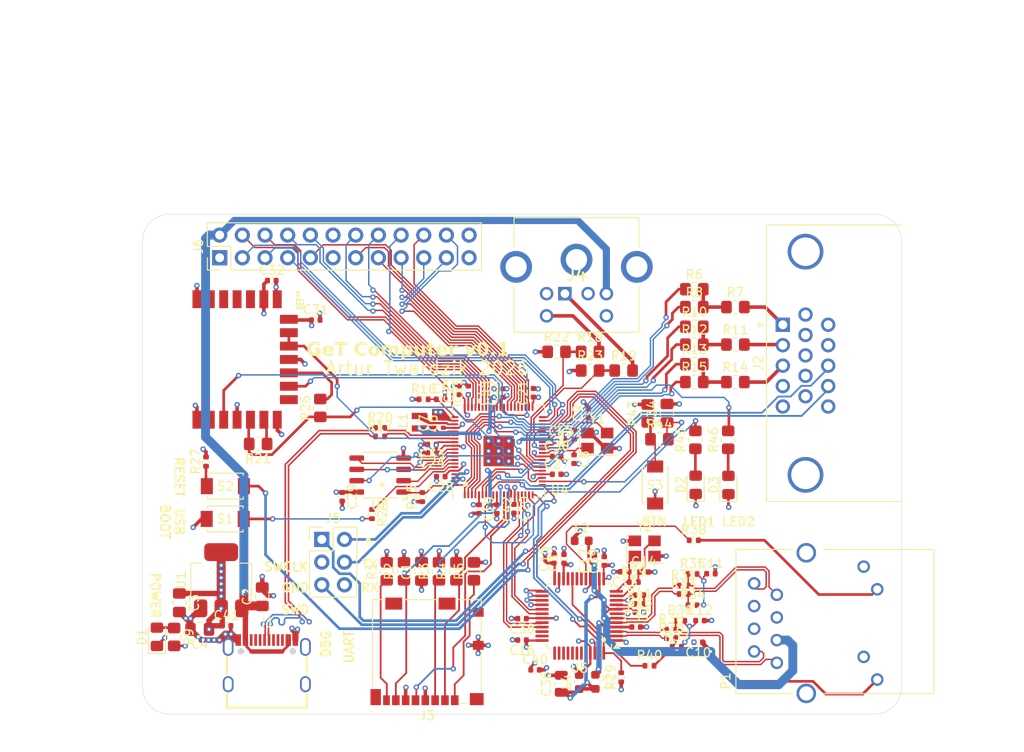
<source format=kicad_pcb>
(kicad_pcb (version 20241229) (generator "pcbnew") (generator_version "9.0")
  (layers (0 "F.Cu" signal) (4 "In1.Cu" power "Ground Plane") (6 "In2.Cu" power "Power Plane") (2 "B.Cu" signal) (13 "F.Paste" user) (15 "B.Paste" user) (5 "F.SilkS" user "F.Silkscreen") (7 "B.SilkS" user "B.Silkscreen") (1 "F.Mask" user) (3 "B.Mask" user) (25 "Edge.Cuts" user))
  (net 0 "")
  (net 1 "GND")
  (net 2 "+3V3")
  (net 3 "VBUS")
  (net 4 "/VREG_AVDD")
  (net 5 "+1V1")
  (net 6 "/XIN")
  (net 7 "Net-(C9-Pad1)")
  (net 8 "+3.3VA")
  (net 9 "Net-(C11-Pad1)")
  (net 10 "Net-(C12-Pad1)")
  (net 11 "Net-(U5-XSCI)")
  (net 12 "Net-(U5-XSCO)")
  (net 13 "+1.2VA")
  (net 14 "+1.2VO")
  (net 15 "+1.2VD")
  (net 16 "Net-(D1-A)")
  (net 20 "/USB_D-")
  (net 23 "/USB_D+")
  (net 25 "Net-(J2-Pad1)")
  (net 26 "Net-(J2-Pad3)")
  (net 27 "/VGA_HSYNC")
  (net 29 "/VGA_VSYNC")
  (net 34 "Net-(J2-Pad2)")
  (net 35 "/SD_TX")
  (net 36 "/SD_CSn")
  (net 37 "Net-(J3-DAT2)")
  (net 38 "/SD_RX")
  (net 39 "Net-(J3-DAT1)")
  (net 40 "/SD_SCK")
  (net 41 "Net-(J4-Pad5)")
  (net 43 "Net-(J4-Pad1)")
  (net 45 "/SWCLK")
  (net 46 "/SWD")
  (net 47 "/UART0_RX")
  (net 48 "/UART0_TX")
  (net 49 "/VREG_LX")
  (net 52 "Net-(P1-PadL4)")
  (net 54 "Net-(P1-PadL2)")
  (net 55 "/ERX-")
  (net 56 "/ERX+")
  (net 57 "/VGA_R0")
  (net 58 "Net-(R6-Pad2)")
  (net 59 "/VGA_R1")
  (net 60 "/VGA_G0")
  (net 61 "Net-(R10-Pad2)")
  (net 62 "/VGA_G1")
  (net 63 "/VGA_B0")
  (net 64 "Net-(R13-Pad2)")
  (net 65 "/VGA_B1")
  (net 66 "/UD+")
  (net 67 "/PS2_CLK")
  (net 68 "/PS2_DAT")
  (net 69 "/UD-")
  (net 70 "Net-(U2-DO)")
  (net 71 "/gSPI_DI_DO")
  (net 72 "/QSPI_SS")
  (net 73 "/~{USB_BOOT}")
  (net 74 "Net-(U2-nIRQ)")
  (net 75 "Net-(R27-Pad1)")
  (net 76 "/ETH_RSTn")
  (net 77 "/XOUT")
  (net 78 "/LNK")
  (net 79 "/ACT")
  (net 80 "Net-(R41-Pad2)")
  (net 81 "/RUN")
  (net 84 "/gSPI_SCLK")
  (net 85 "/WIFI_BT_ON")
  (net 86 "/gSPI_CS")
  (net 91 "/QSPI_SD2")
  (net 92 "/QSPI_SD1")
  (net 93 "/QSPI_SCLK")
  (net 94 "/QSPI_SD0")
  (net 95 "/QSPI_SD3")
  (net 96 "/GPIO40_ADC0")
  (net 97 "/GPIO35")
  (net 98 "/GPIO33")
  (net 99 "/GPIO46_ADC6")
  (net 100 "/GPIO43_ADC3")
  (net 101 "/GPIO45_ADC5")
  (net 102 "/GPIO28")
  (net 103 "/ETH_CSn")
  (net 104 "/GPIO39")
  (net 105 "/GPIO31")
  (net 106 "/GPIO34")
  (net 107 "/ETH_TX")
  (net 108 "/ETH_INTn")
  (net 109 "/ETH_RX")
  (net 110 "/GPIO44_ADC4")
  (net 111 "/GPIO30")
  (net 112 "/ETH_SCK")
  (net 113 "/PSRAM_CS")
  (net 114 "/GPIO37")
  (net 115 "/GPIO38")
  (net 116 "/GPIO47_ADC7")
  (net 117 "/GPIO22")
  (net 118 "/GPIO36")
  (net 119 "/GPIO32")
  (net 120 "/GPIO11")
  (net 121 "/GPIO42_ADC2")
  (net 122 "/GPIO41_ADC1")
  (net 123 "Net-(U5-RSET_BG)")
  (net 136 "/ETH_TX-")
  (net 137 "/ETH_TX+")
  (net 138 "/ETH_RX+")
  (net 139 "/ETH_RX-")
  (net 140 "/ETX+")
  (net 141 "/ETX-")
  (net 142 "Net-(D2-A)")
  (net 143 "Net-(D3-A)")
  (net 144 "Net-(R43-Pad1)")
  (footprint "Package_QFP:LQFP-48_7x7mm_P0.5mm" (layer "F.Cu") (at 142.4 102.5 180)
    (property "Reference" "U5")
    (property "Value" "W5100S-L")
  )
  (footprint "Capacitor_SMD:C_0402_1005Metric" (layer "F.Cu") (at 145.21 96.35 90)
    (property "Reference" "C39")
    (property "Value" "100n")
  )
  (footprint "Capacitor_SMD:C_0402_1005Metric" (layer "F.Cu") (at 149.15 102.08)
    (property "Reference" "C18")
    (property "Value" "100n")
  )
  (footprint "Capacitor_SMD:C_0402_1005Metric" (layer "F.Cu") (at 133.18 90.53 -90)
    (property "Reference" "C42")
    (property "Value" "100n")
  )
  (footprint "Capacitor_SMD:C_0402_1005Metric" (layer "F.Cu") (at 144.11 96.35 90)
    (property "Reference" "C17")
    (property "Value" "100n")
  )
  (footprint "Crystal:Crystal_SMD_3225-4Pin_3.2x2.5mm" (layer "F.Cu") (at 144.435349 82.855608)
    (property "Reference" "Y1")
    (property "Value" "ABM8-272-T3")
  )
  (footprint "LED_SMD:LED_0805_2012Metric_Pad1.15x1.40mm_HandSolder" (layer "F.Cu") (at 159.12 87.8275 90)
    (property "Reference" "D3")
    (property "Value" "LED")
  )
  (footprint "Resistor_SMD:R_0805_2012Metric_Pad1.20x1.40mm_HandSolder" (layer "F.Cu") (at 97.03 104.85 -90)
    (property "Reference" "R9")
    (property "Value" "330")
  )
  (footprint "Capacitor_SMD:C_0402_1005Metric" (layer "F.Cu") (at 139.88 86.63)
    (property "Reference" "C27")
    (property "Value" "100n")
  )
  (footprint "LED_SMD:LED_0805_2012Metric_Pad1.15x1.40mm_HandSolder" (layer "F.Cu") (at 155.45 87.8075 90)
    (property "Reference" "D2")
    (property "Value" "LED")
  )
  (footprint "Capacitor_SMD:C_0402_1005Metric" (layer "F.Cu") (at 155.74 105.44 180)
    (property "Reference" "C10")
    (property "Value" "100n")
  )
  (footprint "Resistor_SMD:R_0805_2012Metric_Pad1.20x1.40mm_HandSolder" (layer "F.Cu") (at 155.3 67.9)
    (property "Reference" "R8")
    (property "Value" "100")
  )
  (footprint "Resistor_SMD:R_0805_2012Metric_Pad1.20x1.40mm_HandSolder" (layer "F.Cu") (at 139.87 72.91)
    (property "Reference" "R22")
    (property "Value" "2k")
  )
  (footprint "Resistor_SMD:R_0805_2012Metric_Pad1.20x1.40mm_HandSolder" (layer "F.Cu") (at 150.07 79.81 90)
    (property "Reference" "R43")
    (property "Value" "1k")
  )
  (footprint "Resistor_SMD:R_0402_1005Metric" (layer "F.Cu") (at 155.24 94.02)
    (property "Reference" "R38")
    (property "Value" "330")
  )
  (footprint "Capacitor_SMD:C_0402_1005Metric" (layer "F.Cu") (at 140.4 82.96)
    (property "Reference" "C43")
    (property "Value" "4.7u")
  )
  (footprint "Capacitor_SMD:C_0402_1005Metric" (layer "F.Cu") (at 155.93 103.02)
    (property "Reference" "C12")
    (property "Value" "100n")
  )
  (footprint "Connector_Dsub:DSUB-15-HD_Socket_Horizontal_P2.29x2.54mm_EdgePinOffset8.35mm_Housed_MountingHolesOffset10.89mm" (layer "F.Cu") (at 165.214669 69.88 90)
    (property "Reference" "J2")
    (property "Value" "DE15_Socket_HighDensity_MountingHoles")
  )
  (footprint "GeT_Footprints_Library:SW_TS-1088-AR02016" (layer "F.Cu") (at 102.77 87.96 180)
    (property "Reference" "S2")
    (property "Value" "TS-1088-AR02016")
  )
  (footprint "Resistor_SMD:R_0805_2012Metric_Pad1.20x1.40mm_HandSolder" (layer "F.Cu") (at 113.4 79.2 90)
    (property "Reference" "R26")
    (property "Value" "10k")
  )
  (footprint "Resistor_SMD:R_0805_2012Metric_Pad1.20x1.40mm_HandSolder" (layer "F.Cu") (at 159.09 82.77 90)
    (property "Reference" "R46")
    (property "Value" "330")
  )
  (footprint "Inductor_SMD:L_0603_1608Metric" (layer "F.Cu") (at 144.22 109.88 -90)
    (property "Reference" "L3")
    (property "Value" "FBMH1608HL121-TV")
  )
  (footprint "Package_SO:SOP-8_3.9x4.9mm_P1.27mm" (layer "F.Cu") (at 120.110493 86.715894 180)
    (property "Reference" "U3")
    (property "Value" "APS6404L")
  )
  (footprint "Resistor_SMD:R_0402_1005Metric" (layer "F.Cu") (at 119.19 91.09 -90)
    (property "Reference" "R24")
    (property "Value" "1k")
  )
  (footprint "Resistor_SMD:R_0805_2012Metric_Pad1.20x1.40mm_HandSolder" (layer "F.Cu") (at 130.61 97.5 90)
    (property "Reference" "R5")
    (property "Value" "10k")
  )
  (footprint "Resistor_SMD:R_0402_1005Metric" (layer "F.Cu") (at 154.1 100.04)
    (property "Reference" "R33")
    (property "Value" "3.3")
  )
  (footprint "Resistor_SMD:R_0805_2012Metric_Pad1.20x1.40mm_HandSolder" (layer "F.Cu") (at 159.9 67.9)
    (property "Reference" "R7")
    (property "Value" "200")
  )
  (footprint "Resistor_SMD:R_0402_1005Metric" (layer "F.Cu") (at 124.820493 89.185894 90)
    (property "Reference" "R25")
    (property "Value" "10k")
  )
  (footprint "Capacitor_SMD:C_0402_1005Metric" (layer "F.Cu") (at 125.91 84.21 180)
    (property "Reference" "C24")
    (property "Value" "100n")
  )
  (footprint "Capacitor_SMD:C_0805_2012Metric" (layer "F.Cu") (at 140.4 110.1 90)
    (property "Reference" "C36")
    (property "Value" "1u")
  )
  (footprint "Capacitor_SMD:C_0402_1005Metric" (layer "F.Cu") (at 139.6 96.1 90)
    (property "Reference" "C15")
    (property "Value" "100n")
  )
  (footprint "Capacitor_SMD:C_0805_2012Metric_Pad1.18x1.45mm_HandSolder" (layer "F.Cu") (at 106.9 100.34 90)
    (property "Reference" "C2")
    (property "Value" "10u")
  )
  (footprint "Resistor_SMD:R_0805_2012Metric_Pad1.20x1.40mm_HandSolder" (layer "F.Cu") (at 155.42 82.77 90)
    (property "Reference" "R45")
    (property "Value" "330")
  )
  (footprint "Capacitor_SMD:C_0402_1005Metric" (layer "F.Cu") (at 137.28 77.5 90)
    (property "Reference" "C21")
    (property "Value" "100n")
  )
  (footprint "Capacitor_SMD:C_0402_1005Metric" (layer "F.Cu") (at 141.83 84.94 -90)
    (property "Reference" "C8")
    (property "Value" "15p")
  )
  (footprint "Connector_PinHeader_2.54mm:PinHeader_2x03_P2.54mm_Vertical" (layer "F.Cu") (at 113.57 93.93)
    (property "Reference" "J5")
    (property "Value" "Conn_02x03_Counter_Clockwise")
  )
  (footprint "RP2350_80QFN_minimal:C_0402_1005Metric_small_pads" (layer "F.Cu") (at 127.18 80.9 90)
    (property "Reference" "C6")
    (property "Value" "4.7u")
  )
  (footprint "Resistor_SMD:R_0402_1005Metric" (layer "F.Cu") (at 155.1 101.3)
    (property "Reference" "R34")
    (property "Value" "49.9")
  )
  (footprint "Resistor_SMD:R_0402_1005Metric" (layer "F.Cu") (at 152.7 104.03)
    (property "Reference" "R30")
    (property "Value" "3.3")
  )
  (footprint "Resistor_SMD:R_0402_1005Metric" (layer "F.Cu") (at 120.1 82.39)
    (property "Reference" "R17")
    (property "Value" "27")
  )
  (footprint "Resistor_SMD:R_0805_2012Metric_Pad1.20x1.40mm_HandSolder" (layer "F.Cu") (at 155.3 74.3)
    (property "Reference" "R13")
    (property "Value" "200")
  )
  (footprint "Connector_PinHeader_2.54mm:PinHeader_2x12_P2.54mm_Vertical" (layer "F.Cu") (at 102.13 62.375 90)
    (property "Reference" "J6")
    (property "Value" "Conn_02x12_Odd_Even")
  )
  (footprint "RP2350_80QFN_minimal:L_pol_2016" (layer "F.Cu") (at 124.5 80.8 90)
    (property "Reference" "L1")
    (property "Value" "3.3u")
  )
  (footprint "LED_SMD:LED_0805_2012Metric_Pad1.15x1.40mm_HandSolder" (layer "F.Cu") (at 95.1 104.8375 90)
    (property "Reference" "D1")
    (property "Value" "LED")
  )
  (footprint "Resistor_SMD:R_0402_1005Metric" (layer "F.Cu") (at 153.34 105.95)
    (property "Reference" "R37")
    (property "Value" "49.9")
  )
  (footprint "GeT_Footprints_Library:SW_TS-1088-AR02016" (layer "F.Cu") (at 102.75 91.63 180)
    (property "Reference" "S1")
    (property "Value" "TS-1088-AR02016")
  )
  (footprint "Capacitor_SMD:C_0402_1005Metric" (layer "F.Cu") (at 107.97 64.93)
    (property "Reference" "C32")
    (property "Value" "100n")
  )
  (footprint "Capacitor_SMD:C_0402_1005Metric" (layer "F.Cu") (at 115.85 89.15 -90)
    (property "Reference" "C29")
    (property "Value" "100n")
  )
  (footprint "Inductor_SMD:L_0603_1608Metric" (layer "F.Cu") (at 142.4 109.9 90)
    (property "Reference" "L4")
    (property "Value" "FBMH1608HL121-TV")
  )
  (footprint "Resistor_SMD:R_0805_2012Metric_Pad1.20x1.40mm_HandSolder" (layer "F.Cu") (at 155.3 72.1)
    (property "Reference" "R12")
    (property "Value" "100")
  )
  (footprint "Connector:mini-din-6" (layer "F.Cu") (at 140.8 66.395 180)
    (property "Reference" "J4")
    (property "Value" "Mini-DIN-6" (hide yes))
  )
  (footprint "Capacitor_SMD:C_0402_1005Metric" (layer "F.Cu") (at 136 105.2 180)
    (property "Reference" "C16")
    (property "Value" "100n")
  )
  (footprint "Resistor_SMD:R_0805_2012Metric_Pad1.20x1.40mm_HandSolder" (layer "F.Cu") (at 151.39 82.71)
    (property "Reference" "R44")
    (property "Value" "10k")
  )
  (footprint "Capacitor_SMD:C_0402_1005Metric" (layer "F.Cu") (at 102.9 103.6)
    (property "Reference" "C41")
    (property "Value" "1u")
  )
  (footprint "Capacitor_SMD:C_0402_1005Metric" (layer "F.Cu") (at 157.16 97.77)
    (property "Reference" "C11")
    (property "Value" "100n")
  )
  (footprint "Resistor_SMD:R_0402_1005Metric" (layer "F.Cu") (at 150.28 108.08)
    (property "Reference" "R40")
    (property "Value" "330")
  )
  (footprint "Capacitor_SMD:C_0402_1005Metric" (layer "F.Cu") (at 148.78 103.74)
    (property "Reference" "C35")
    (property "Value" "100n")
  )
  (footprint "Capacitor_SMD:C_0402_1005Metric" (layer "F.Cu") (at 135.09 90.49 -90)
    (property "Reference" "C20")
    (property "Value" "100n")
  )
  (footprint "GeT_Footprints_Library:RP2350-QFN-80-1EP_10x10_P0.4mm_EP3.4x3.4mm_ThermalVias" (layer "F.Cu") (at 133.38 84.03 90)
    (property "Reference" "U4")
    (property "Value" "RP2354_80QFN")
  )
  (footprint "Resistor_SMD:R_0402_1005Metric" (layer "F.Cu") (at 149.15 101.15)
    (property "Reference" "R41")
    (property "Value" "12k/1%")
  )
  (footprint "Capacitor_SMD:C_0402_1005Metric" (layer "F.Cu") (at 132.88 77.53 90)
    (property "Reference" "C44")
    (property "Value" "100n")
  )
  (footprint "Resistor_SMD:R_0402_1005Metric" (layer "F.Cu") (at 152.7 105)
    (property "Reference" "R28")
    (property "Value" "3.3")
  )
  (footprint "Package_TO_SOT_SMD:SOT-223-3_TabPin2" (layer "F.Cu") (at 102.3 98.5 90)
    (property "Reference" "U1")
    (property "Value" "NCP1117-3.3_SOT223")
  )
  (footprint "Resistor_SMD:R_0805_2012Metric_Pad1.20x1.40mm_HandSolder" (layer "F.Cu") (at 155.3 70.1)
    (property "Reference" "R10")
    (property "Value" "200")
  )
  (footprint "Capacitor_SMD:C_0402_1005Metric" (layer "F.Cu") (at 112.89 69.35)
    (property "Reference" "C31")
    (property "Value" "100n")
  )
  (footprint "Resistor_SMD:R_0805_2012Metric_Pad1.20x1.40mm_HandSolder" (layer "F.Cu") (at 106.44 83.23 180)
    (property "Reference" "R21")
    (property "Value" "470")
  )
  (footprint "Resistor_SMD:R_0805_2012Metric_Pad1.20x1.40mm_HandSolder" (layer "F.Cu") (at 143.63 75.01)
    (property "Reference" "R23")
    (property "Value" "2k")
  )
  (footprint "GeT_Library:rpi_rmc20452t" (layer "F.Cu") (at 102.13 73.77 90)
    (property "Reference" "U2" (hide yes))
    (property "Value" "RPI_RMC20452T" (hide yes))
  )
  (footprint "Resistor_SMD:R_0402_1005Metric" (layer "F.Cu") (at 148.52 98.71)
    (property "Reference" "R39")
    (property "Value" "1M")
  )
  (footprint "GeT_Footprints_Library:SW_TS-1088-AR02016" (layer "F.Cu") (at 150.91 87.83 90)
    (property "Reference" "S3")
    (property "Value" "TS-1088-AR02016")
  )
  (footprint "Resistor_SMD:R_0402_1005Metric" (layer "F.Cu") (at 100.6 85.21 90)
    (property "Reference" "R27")
    (property "Value" "1k")
  )
  (footprint "Resistor_SMD:R_0805_2012Metric_Pad1.20x1.40mm_HandSolder" (layer "F.Cu") (at 143.62 72.91)
    (property "Reference" "R18")
    (property "Value" "1k")
  )
  (footprint "Resistor_SMD:R_0805_2012Metric_Pad1.20x1.40mm_HandSolder" (layer "F.Cu") (at 159.9 76.3)
    (property "Reference" "R14")
    (property "Value" "200")
  )
  (footprint "Capacitor_SMD:C_0402_1005Metric" (layer "F.Cu") (at 126.9 86.89 180)
    (property "Reference" "C28")
    (property "Value" "100n")
  )
  (footprint "Resistor_SMD:R_0402_1005Metric" (layer "F.Cu") (at 120.1 81.43)
    (property "Reference" "R20")
    (property "Value" "27")
  )
  (footprint "Capacitor_SMD:C_0402_1005Metric" (layer "F.Cu") (at 147.51 97.55 180)
    (property "Reference" "C13")
    (property "Value" "18p")
  )
  (footprint "Resistor_SMD:R_0402_1005Metric" (layer "F.Cu") (at 154.1 99.1)
    (property "Reference" "R31")
    (property "Value" "3.3")
  )
  (footprint "Resistor_SMD:R_0805_2012Metric_Pad1.20x1.40mm_HandSolder" (layer "F.Cu") (at 155.3 65.9)
    (property "Reference" "R6")
    (property "Value" "200")
  )
  (footprint "Resistor_SMD:R_0402_1005Metric" (layer "F.Cu") (at 141.85 82.19 90)
    (property "Reference" "R32")
    (property "Value" "1k")
  )
  (footprint "Resistor_SMD:R_0402_1005Metric" (layer "F.Cu") (at 149.14 100.17 180)
    (property "Reference" "R42")
    (property "Value" "300")
  )
  (footprint "Capacitor_SMD:C_0805_2012Metric_Pad1.18x1.45mm_HandSolder" (layer "F.Cu") (at 97.62 101.02 -90)
    (property "Reference" "C3")
    (property "Value" "10u")
  )
  (footprint "GeT_Footprints_Library:WIZNET_RB1-125BAG1A" (layer "F.Cu") (at 170.89 103.3 90)
    (property "Reference" "P1")
    (property "Value" "RB1-125BAG1A")
  )
  (footprint "Resistor_SMD:R_0402_1005Metric" (layer "F.Cu") (at 124.98 78.23)
    (property "Reference" "R16")
    (property "Value" "33")
  )
  (footprint "Resistor_SMD:R_0805_2012Metric_Pad1.20x1.40mm_HandSolder" (layer "F.Cu") (at 147.38 75.01)
    (property "Reference" "R19")
    (property "Value" "1k")
  )
  (footprint "Crystal:Crystal_SMD_3225-4Pin_3.2x2.5mm" (layer "F.Cu") (at 149.74 94.94)
    (property "Reference" "Y2")
    (property "Value" "25MHz")
  )
  (footprint "Resistor_SMD:R_0805_2012Metric_Pad1.20x1.40mm_HandSolder" (layer "F.Cu") (at 159.9 72.1)
    (property "Reference" "R11")
    (property "Value" "200")
  )
  (footprint "Capacitor_SMD:C_0402_1005Metric" (layer "F.Cu") (at 143.44 79.81 90)
    (property "Reference" "C9")
    (property "Value" "15p")
  )
  (footprint "Resistor_SMD:R_0805_2012Metric_Pad1.20x1.40mm_HandSolder" (layer "F.Cu") (at 126.69 97.5 90)
    (property "Reference" "R3")
    (property "Value" "10k")
  )
  (footprint "Connector_USB:USB-C_SMD-TYPE-C-31-M-12" (layer "F.Cu") (at 107.41 107.67)
    (property "Reference" "J1")
    (property "Value" "USB_C_Receptacle_USB2.0_16P")
    (fp_poly (pts (xy -2.528208 -1.254447) (xy -2.553545 -1.349006) (xy -2.602492 -1.433786) (xy -2.671714 -1.503008) (xy -2.756494 -1.551955) (xy -2.851053 -1.577292) (xy -2.948947 -1.577292) (xy -3.043506 -1.551955) (xy -3.128286 -1.503008) (xy -3.197508 -1.433786) (xy -3.246455 -1.349006) (xy -3.271792 -1.254447) (xy -3.271792 -1.156553) (xy -3.246455 -1.061994) (xy -3.197508 -0.977214) (xy -3.128286 -0.907992) (xy -3.043506 -0.859045) (xy -2.948947 -0.833708) (xy -2.851053 -0.833708) (xy -2.756494 -0.859045) (xy -2.671714 -0.907992) (xy -2.602492 -0.977214) (xy -2.553545 -1.061994) (xy -2.528208 -1.156553)) (fill yes) (layer "Edge.Cuts"))
    (fp_poly (pts (xy 3.271792 -1.254447) (xy 3.246455 -1.349006) (xy 3.197508 -1.433786) (xy 3.128286 -1.503008) (xy 3.043506 -1.551955) (xy 2.948947 -1.577292) (xy 2.851053 -1.577292) (xy 2.756494 -1.551955) (xy 2.671714 -1.503008) (xy 2.602492 -1.433786) (xy 2.553545 -1.349006) (xy 2.528208 -1.254447) (xy 2.528208 -1.156553) (xy 2.553545 -1.061994) (xy 2.602492 -0.977214) (xy 2.671714 -0.907992) (xy 2.756494 -0.859045) (xy 2.851053 -0.833708) (xy 2.948947 -0.833708) (xy 3.043506 -0.859045) (xy 3.128286 -0.907992) (xy 3.197508 -0.977214) (xy 3.246455 -1.061994) (xy 3.271792 -1.156553)) (fill yes) (layer "Edge.Cuts"))
  )
  (footprint "Resistor_SMD:R_0402_1005Metric" (layer "F.Cu") (at 147.11 109.37 90)
    (property "Reference" "R29")
    (property "Value" "4.7k")
  )
  (footprint "Capacitor_SMD:C_0402_1005Metric" (layer "F.Cu") (at 149.65 97.58)
    (property "Reference" "C14")
    (property "Value" "18p")
  )
  (footprint "Resistor_SMD:R_0805_2012Metric_Pad1.20x1.40mm_HandSolder" (layer "F.Cu") (at 120.84 97.5 90)
    (property "Reference" "R1")
    (property "Value" "10k")
  )
  (footprint "Capacitor_SMD:C_0402_1005Metric" (layer "F.Cu") (at 126.88 78.23)
    (property "Reference" "C5")
    (property "Value" "4.7u")
  )
  (footprint "Capacitor_SMD:C_0402_1005Metric" (layer "F.Cu") (at 128.979 77.23 90)
    (property "Reference" "C23")
    (property "Value" "100n")
  )
  (footprint "Capacitor_SMD:C_0402_1005Metric" (layer "F.Cu") (at 133.88 77.53 90)
    (property "Reference" "C22")
    (property "Value" "100n")
  )
  (footprint "RP2350_80QFN_minimal:C_0402_1005Metric_small_pads" (layer "F.Cu") (at 126.18 80.9 90)
    (property "Reference" "C7")
    (property "Value" "4.7u")
  )
  (footprint "Resistor_SMD:R_0805_2012Metric_Pad1.20x1.40mm_HandSolder" (layer "F.Cu") (at 155.3 76.3)
    (property "Reference" "R15")
    (property "Value" "100")
  )
  (footprint "Resistor_SMD:R_0402_1005Metric" (layer "F.Cu") (at 155.1 97.8)
    (property "Reference" "R35")
    (property "Value" "49.9")
  )
  (footprint "Connector_Card:microSD_HC_Molex_104031-0811" (layer "F.Cu") (at 125.36 106.49 180)
    (property "Reference" "J3")
    (property "Value" "Micro_SD_Card")
  )
  (footprint "Resistor_SMD:R_0805_2012Metric_Pad1.20x1.40mm_HandSolder" (layer "F.Cu") (at 122.78 97.5 90)
    (property "Reference" "R2")
    (property "Value" "10k")
  )
  (footprint "Capacitor_SMD:C_0402_1005Metric" (layer "F.Cu") (at 139.88 84.63)
    (property "Reference" "C30")
    (property "Value" "100n")
  )
  (footprint "Capacitor_SMD:C_0402_1005Metric" (layer "F.Cu") (at 137.46 108.54)
    (property "Reference" "C40")
    (property "Value" "100n")
  )
  (footprint "Capacitor_SMD:C_0402_1005Metric" (layer "F.Cu") (at 125.91 83.29 180)
    (property "Reference" "C33")
    (property "Value" "100n")
  )
  (footprint "Resistor_SMD:R_0805_2012Metric_Pad1.20x1.40mm_HandSolder" (layer "F.Cu") (at 128.65 97.5 90)
    (property "Reference" "R4")
    (property "Value" "10k")
  )
  (footprint "Capacitor_SMD:C_0805_2012Metric_Pad1.18x1.45mm_HandSolder" (layer "F.Cu") (at 124.74 97.5 90)
    (property "Reference" "C1")
    (property "Value" "10u")
  )
  (footprint "Capacitor_SMD:C_0402_1005Metric" (layer "F.Cu") (at 140.7 96.1 90)
    (property "Reference" "C37")
    (property "Value" "100n")
  )
  (footprint "Capacitor_SMD:C_0402_1005Metric" (layer "F.Cu") (at 136 102.8 180)
    (property "Reference" "C38")
    (property "Value" "100n")
  )
  (footprint "Capacitor_SMD:C_0805_2012Metric_Pad1.18x1.45mm_HandSolder" (layer "F.Cu") (at 152.24 79.79 90)
    (property "Reference" "C34")
    (property "Value" "1u")
  )
  (footprint "Capacitor_SMD:C_0805_2012Metric_Pad1.18x1.45mm_HandSolder" (layer "F.Cu") (at 99.9 104 180)
    (property "Reference" "C4")
    (property "Value" "10u")
  )
  (footprint "Inductor_SMD:L_0603_1608Metric" (layer "F.Cu") (at 142.68 94.08)
    (property "Reference" "L2")
    (property "Value" "FBMH1608HL121-TV")
  )
  (footprint "Capacitor_SMD:C_0402_1005Metric" (layer "F.Cu") (at 131.18 90.53 -90)
    (property "Reference" "C19")
    (property "Value" "100n")
  )
  (footprint "Capacitor_SMD:C_0402_1005Metric" (layer "F.Cu") (at 129.979 77.23 90)
    (property "Reference" "C25")
    (property "Value" "100n")
  )
  (footprint "Resistor_SMD:R_0402_1005Metric" (layer "F.Cu") (at 153.72 103.04)
    (property "Reference" "R36")
    (property "Value" "49.9")
  )
  (gr_circle (center 129.66 87.73) (end 129.89 87.73) (stroke (width 0.1)) (fill yes) (layer "F.SilkS"))
  (gr_circle (center 145.14 105.16) (end 145.37 105.16) (stroke (width 0.1)) (fill yes) (layer "F.SilkS"))
  (gr_circle (center 120.32 87.82) (end 120.55 87.82) (stroke (width 0.1)) (fill yes) (layer "F.SilkS"))
  (gr_circle (center 118.77 93.99) (end 119 93.99) (stroke (width 0.1)) (fill yes) (layer "F.SilkS"))
  (gr_line (start 93.5 110.5) (end 93.5 60.5) (stroke (width 0.05)) (layer "Edge.Cuts"))
  (gr_arc (start 93.5 60.5) (mid 94.37868 58.37868) (end 96.5 57.5) (stroke (width 0.05)) (layer "Edge.Cuts"))
  (gr_arc (start 175.5 57.5) (mid 177.62132 58.37868) (end 178.5 60.5) (stroke (width 0.05)) (layer "Edge.Cuts"))
  (gr_line (start 175.5 113.5) (end 96.5 113.5) (stroke (width 0.05)) (layer "Edge.Cuts"))
  (gr_line (start 96.5 57.5) (end 175.5 57.5) (stroke (width 0.05)) (layer "Edge.Cuts"))
  (gr_arc (start 96.5 113.5) (mid 94.37868 112.62132) (end 93.5 110.5) (stroke (width 0.05)) (layer "Edge.Cuts"))
  (gr_arc (start 178.5 110.5) (mid 177.62132 112.62132) (end 175.5 113.5) (stroke (width 0.05)) (layer "Edge.Cuts"))
  (gr_line (start 178.5 60.5) (end 178.5 110.5) (stroke (width 0.05)) (layer "Edge.Cuts"))
  (gr_text "SWD" (at 108.93 102.38 0) (layer "F.SilkS") (effects (font (size 1 1) (thickness 0.2) (bold yes)) (justify left bottom)))
  (gr_text "SWCLK" (at 107 97.59 0) (layer "F.SilkS") (effects (font (size 1 1) (thickness 0.2) (bold yes)) (justify left bottom)))
  (gr_text "RESET" (at 97.03 84.57 270) (layer "F.SilkS") (effects (font (size 1 1) (thickness 0.2) (bold yes)) (justify left bottom)))
  (gr_text "TX" (at 117.94 97.34 0) (layer "F.SilkS") (effects (font (size 1 1) (thickness 0.2) (bold yes)) (justify left bottom)))
  (gr_text "Artur Twardzik 2026" (at 113.84 75.63 0) (layer "F.SilkS") (effects (font (size 1.5 1.5) (thickness 0.2) (bold yes)) (justify left bottom)))
  (gr_text "RX" (at 117.83 99.91 0) (layer "F.SilkS") (effects (font (size 1 1) (thickness 0.2) (bold yes)) (justify left bottom)))
  (gr_text "GeT Computer v0.1" (at 111.84 73.61 0) (layer "F.SilkS") (effects (font (size 1.5 1.5) (thickness 0.2) (bold yes)) (justify left bottom)))
  (gr_text "BTN" (at 149.26 92.48 0) (layer "F.SilkS") (effects (font (size 1 1) (thickness 0.2) (bold yes)) (justify left bottom)))
  (gr_text "LED1" (at 153.86 92.52 0) (layer "F.SilkS") (effects (font (size 1 1) (thickness 0.2) (bold yes)) (justify left bottom)))
  (gr_text "LED2\n" (at 158.28 92.52 0) (layer "F.SilkS") (effects (font (size 1 1) (thickness 0.2) (bold yes)) (justify left bottom)))
  (gr_text "POWER" (at 94.34 97.52 270) (layer "F.SilkS") (effects (font (size 1 1) (thickness 0.2) (bold yes)) (justify left bottom)))
  (gr_text "UART" (at 117.21 107.93 90) (layer "F.SilkS") (effects (font (size 1 1) (thickness 0.2) (bold yes)) (justify left bottom)))
  (gr_text "USB\nBOOT" (at 95.43 91.94 270) (layer "F.SilkS") (effects (font (size 1 1) (thickness 0.2) (bold yes)) (justify bottom)))
  (gr_text "DBG" (at 114.62 107.28 90) (layer "F.SilkS") (effects (font (size 1 1) (thickness 0.2) (bold yes)) (justify left bottom)))
  (gr_text "GND" (at 108.97 99.92 0) (layer "F.SilkS") (effects (font (size 1 1) (thickness 0.2) (bold yes)) (justify left bottom)))
  (segment (start 148.42 100.17) (end 147.84 100.75) (width 0.4) (layer "F.Cu") (net 1))
  (segment (start 145.535349 83.705608) (end 146.865608 83.705608) (width 0.4) (layer "F.Cu") (net 1))
  (segment (start 138.2075 100.72) (end 138.2375 100.75) (width 0.2) (layer "F.Cu") (net 1))
  (segment (start 131.1 106.67) (end 131.07 106.7) (width 0.4) (layer "F.Cu") (net 1))
  (segment (start 130.47 91.01) (end 130.29 91.19) (width 0.4) (layer "F.Cu") (net 1))
  (segment (start 104.08 78.84) (end 104.09 78.83) (width 0.4) (layer "F.Cu") (net 1))
  (segment (start 115.85 89.63) (end 115.86 89.64) (width 0.4) (layer "F.Cu") (net 1))
  (segment (start 133.18 91.01) (end 133.18 91.59) (width 0.4) (layer "F.Cu") (net 1))
  (segment (start 156.41 103.02) (end 157.21 103.02) (width 0.4) (layer "F.Cu") (net 1))
  (segment (start 100.6 84.7) (end 100.6 84.14) (width 0.4) (layer "F.Cu") (net 1))
  (segment (start 138.87 72.91) (end 137.51 72.91) (width 0.4) (layer "F.Cu") (net 1))
  (segment (start 122.965 111.94) (end 122.965 110.535) (width 0.4) (layer "F.Cu") (net 1))
  (segment (start 111.19 73.77) (end 111.69 74.27) (width 0.4) (layer "F.Cu") (net 1))
  (segment (start 108.16 100.23) (end 107.52 100.23) (width 0.5) (layer "F.Cu") (net 1))
  (segment (start 110.85 103.99) (end 110.85 104.31) (width 0.4) (layer "F.Cu") (net 1))
  (segment (start 143.65 99.08) (end 143.08 99.65) (width 0.2) (layer "F.Cu") (net 1))
  (segment (start 149.26 103.74) (end 149.94 103.74) (width 0.4) (layer "F.Cu") (net 1))
  (segment (start 135.09 90.97) (end 135.09 91.58) (width 0.4) (layer "F.Cu") (net 1))
  (segment (start 100.675 91.63) (end 100.11 91.63) (width 0.4) (layer "F.Cu") (net 1))
  (segment (start 99.58 65.49) (end 99.58 67.02) (width 0.4) (layer "F.Cu") (net 1))
  (segment (start 144.15 105.45) (end 144.15 106.6625) (width 0.2) (layer "F.Cu") (net 1))
  (segment (start 147.45 105.25) (end 147.66 105.46) (width 0.2) (layer "F.Cu") (net 1))
  (segment (start 124.7 83.29) (end 124.63 83.36) (width 0.4) (layer "F.Cu") (net 1))
  (segment (start 103.404 104.54) (end 102.77 104.54) (width 0.8) (layer "F.Cu") (net 1))
  (segment (start 140.36 84.63) (end 140.36 84.74) (width 0.4) (layer "F.Cu") (net 1))
  (segment (start 95.1 105.8625) (end 95.1 105.83) (width 0.3) (layer "F.Cu") (net 1))
  (segment (start 147.859214 102.25) (end 147.863048 102.246166) (width 0.2) (layer "F.Cu") (net 1))
  (segment (start 153.6075 78.7525) (end 153.61 78.75) (width 0.4) (layer "F.Cu") (net 1))
  (segment (start 141.41 75.01) (end 141.29 75.13) (width 0.4) (layer "F.Cu") (net 1))
  (segment (start 109.88 73.77) (end 111.19 73.77) (width 0.4) (layer "F.Cu") (net 1))
  (segment (start 145.2 95.86) (end 145.21 95.87) (width 0.4) (layer "F.Cu") (net 1))
  (segment (start 108.58 66.32) (end 108.58 67.02) (width 0.4) (layer "F.Cu") (net 1))
  (segment (start 127.36 77.42) (end 127.36 78.23) (width 0.4) (layer "F.Cu") (net 1))
  (segment (start 101.53 105.2) (end 100.91 105.2) (width 0.6) (layer "F.Cu") (net 1))
  (segment (start 140.96 86.63) (end 140.97 86.64) (width 0.4) (layer "F.Cu") (net 1))
  (segment (start 142.63 75.01) (end 141.41 75.01) (width 0.4) (layer "F.Cu") (net 1))
  (segment (start 140.88 82.96) (end 140.88 82.282362) (width 0.4) (layer "F.Cu") (net 1))
  (segment (start 113.37 68.63) (end 113.34 68.6) (width 0.4) (layer "F.Cu") (net 1))
  (segment (start 131.18 91.01) (end 130.47 91.01) (width 0.4) (layer "F.Cu") (net 1))
  (segment (start 143.654393 82.005608) (end 143.335349 82.005608) (width 0.4) (layer "F.Cu") (net 1))
  (segment (start 152.24 78.7525) (end 153.6075 78.7525) (width 0.4) (layer "F.Cu") (net 1))
  (segment (start 136.57 100.72) (end 138.2075 100.72) (width 0.2) (layer "F.Cu") (net 1))
  (segment (start 134.96 105.2) (end 134.93 105.17) (width 0.4) (layer "F.Cu") (net 1))
  (segment (start 141.83 85.42) (end 142.31 85.42) (width 0.4) (layer "F.Cu") (net 1))
  (segment (start 139.01 109.15) (end 138.98 109.18) (width 0.4) (layer "F.Cu") (net 1))
  (segment (start 147.35 94.09) (end 147.33 94.11) (width 0.4) (layer "F.Cu") (net 1))
  (segment (start 137.31 77.05) (end 137.8 77.05) (width 0.4) (layer "F.Cu") (net 1))
  (segment (start 115.86 89.64) (end 115.86 90.44) (width 0.4) (layer "F.Cu") (net 1))
  (segment (start 100.11 91.63) (end 99.16 92.58) (width 0.4) (layer "F.Cu") (net 1))
  (segment (start 140.7 95.62) (end 140.7 94.93) (width 0.4) (layer "F.Cu") (net 1))
  (segment (start 150.91 89.865) (end 150.91 88.54) (width 0.3) (layer "F.Cu") (net 1))
  (segment (start 98.8625 102.7875) (end 98.995 102.655) (width 0.6) (layer "F.Cu") (net 1))
  (segment (start 126.423244 87.4) (end 126.42 87.396756) (width 0.4) (layer "F.Cu") (net 1))
  (segment (start 110.23 104.127459) (end 110.46 104.357459) (width 0.4) (layer "F.Cu") (net 1))
  (segment (start 143.44 79.09) (end 142.876541 78.526541) (width 0.4) (layer "F.Cu") (net 1))
  (segment (start 144.32 81.93) (end 143.730001 81.93) (width 0.4) (layer "F.Cu") (net 1))
  (segment (start 113.37 69.35) (end 113.37 68.63) (width 0.4) (layer "F.Cu") (net 1))
  (segment (start 125.43 83.29) (end 124.7 83.29) (width 0.4) (layer "F.Cu") (net 1))
  (segment (start 100.0025 105.14) (end 99.73625 104.87375) (width 0.6) (layer "F.Cu") (net 1))
  (segment (start 110.85 104.31) (end 110.76 104.4) (width 0.4) (layer "F.Cu") (net 1))
  (segment (start 137.51 72.91) (end 137.5 72.92) (width 0.4) (layer "F.Cu") (net 1))
  (segment (start 104.06 105.196) (end 103.404 104.54) (width 0.8) (layer "F.Cu") (net 1))
  (segment (start 149.94 103.74) (end 149.95 103.73) (width 0.4) (layer "F.Cu") (net 1))
  (segment (start 139.6 95.62) (end 139.6 94.97) (width 0.4) (layer "F.Cu") (net 1))
  (segment (start 110.76 104.4) (end 110.76 105.196) (width 0.4) (layer "F.Cu") (net 1))
  (segment (start 102.114 105.196) (end 102.11 105.2) (width 0.4) (layer "F.Cu") (net 1))
  (segment (start 150.84 95.79) (end 152.13 95.79) (width 0.4) (layer "F.Cu") (net 1))
  (segment (start 134.3 77.05) (end 133.88 77.05) (width 0.4) (layer "F.Cu") (net 1))
  (segment (start 99.58 79.1) (end 99.4 78.92) (width 0.4) (layer "F.Cu") (net 1))
  (segment (start 137.8 77.05) (end 137.81 77.06) (width 0.4) (layer "F.Cu") (net 1))
  (segment (start 144.030737 105.330737) (end 144.15 105.45) (width 0.2) (layer "F.Cu") (net 1))
  (segment (start 102.11 105.2) (end 101.53 105.2) (width 0.6) (layer "F.Cu") (net 1))
  (segment (start 138.51 108.54) (end 137.94 108.54) (width 0.4) (layer "F.Cu") (net 1))
  (segment (start 107.52 100.23) (end 106.9 99.61) (width 0.5) (layer "F.Cu") (net 1))
  (segment (start 136.994793 101.256207) (end 137.003793 101.256207) (width 0.2) (layer "F.Cu") (net 1))
  (segment (start 135.52 105.2) (end 134.96 105.2) (width 0.4) (layer "F.Cu") (net 1))
  (segment (start 157.64 97.02) (end 157.65 97.01) (width 0.4) (layer "F.Cu") (net 1))
  (segment (start 124.97 84.21) (end 125.43 84.21) (width 0.4) (layer "F.Cu") (net 1))
  (segment (start 98.995 102.655) (end 99.215 102.435) (width 0.6) (layer "F.Cu") (net 1))
  (segment (start 136.48 99.66) (end 136.49 99.65) (width 0.2) (layer "F.Cu") (net 1))
  (segment (start 143.83 105.330737) (end 144.030737 105.330737) (width 0.2) (layer "F.Cu") (net 1))
  (segment (start 106.9 98.11) (end 106.9 98.08) (width 0.4) (layer "F.Cu") (net 1))
  (segment (start 122.965 110.535) (end 123 110.5) (width 0.4) (layer "F.Cu") (net 1))
  (segment (start 103.397 104.533) (end 103.404 104.54) (width 0.4) (layer "F.Cu") (net 1))
  (segment (start 95.1 105.83) (end 95.98 104.95) (width 0.3) (layer "F.Cu") (net 1))
  (segment (start 137.01 100.25) (end 136.91 100.15) (width 0.2) (layer "F.Cu") (net 1))
  (segment (start 147.03 97.55) (end 146.27 97.55) (width 0.4) (layer "F.Cu") (net 1))
  (segment (start 99.58 80.52) (end 99.58 79.1) (width 0.4) (layer "F.Cu") (net 1))
  (segment (start 157.21 103.02) (end 157.23 103) (width 0.4) (layer "F.Cu") (net 1))
  (segment (start 100.27 105.2) (end 100.0625 105.2) (width 0.6) (layer "F.Cu") (net 1))
  (segment (start 150.13 97.58) (end 150.88 97.58) (width 0.4) (layer "F.Cu") (net 1))
  (segment (start 132.21 105.79) (end 132.22 105.8) (width 0.4) (layer "F.Cu") (net 1))
  (segment (start 142.31 85.42) (end 142.34 85.45) (width 0.4) (layer "F.Cu") (net 1))
  (segment (start 108.58 80.52) (end 108.58 81.68) (width 0.4) (layer "F.Cu") (net 1))
  (segment (start 124.7 83.94) (end 124.97 84.21) (width 0.4) (layer "F.Cu") (net 1))
  (segment (start 139.99 99.61) (end 140.08 99.61) (width 0.2) (layer "F.Cu") (net 1))
  (segment (start 104.08 80.52) (end 104.08 78.84) (width 0.4) (layer "F.Cu") (net 1))
  (segment (start 159.12 88.8525) (end 159.12 90.29) (width 0.3) (layer "F.Cu") (net 1))
  (segment (start 129.979 76.75) (end 129.911 76.75) (width 0.4) (layer "F.Cu") (net 1))
  (segment (start 98.8625 104) (end 98.8625 102.7875) (width 0.6) (layer "F.Cu") (net 1))
  (segment (start 143.335349 82.005608) (end 143.637349 82.005608) (width 0.4) (layer "F.Cu") (net 1))
  (segment (start 137.28 77.02) (end 137.31 77.05) (width 0.4) (layer "F.Cu") (net 1))
  (segment (start 144.11 95.520978) (end 144.415489 95.215489) (width 0.4) (layer "F.Cu") (net 1))
  (segment (start 143.637349 82.005608) (end 145.337349 83.705608) (width 0.4) (layer "F.Cu") (net 1))
  (segment (start 108.45 66.19) (end 108.58 66.32) (width 0.4) (layer "F.Cu") (net 1))
  (segment (start 128.979 76.75) (end 128.32 76.75) (width 0.4) (layer "F.Cu") (net 1))
  (segment (start 98.8625 104) (end 98.8625 103.3) (width 0.3) (layer "F.Cu") (net 1))
  (segment (start 143.65 98.3375) (end 143.65 99.08) (width 0.2) (layer "F.Cu") (net 1))
  (segment (start 146.27 97.55) (end 146.26 97.56) (width 0.4) (layer "F.Cu") (net 1))
  (segment (start 108.58 81.68) (end 109.07 82.17) (width 0.4) (layer "F.Cu") (net 1))
  (segment (start 140.36 84.74) (end 140.801475 85.181475) (width 0.4) (layer "F.Cu") (net 1))
  (segment (start 143.44 79.33) (end 143.44 79.09) (width 0.4) (layer "F.Cu") (net 1))
  (segment (start 122.714599 84.79) (end 122.735493 84.810894) (width 0.4) (layer "F.Cu") (net 1))
  (segment (start 140.36 86.63) (end 140.96 86.63) (width 0.4) (layer "F.Cu") (net 1))
  (segment (start 146.5625 100.75) (end 147.84 100.75) (width 0.2) (layer "F.Cu") (net 1))
  (segment (start 157.64 97.77) (end 157.64 97.02) (width 0.4) (layer "F.Cu") (net 1))
  (segment (start 99.215 102.435) (end 100 101.65) (width 0.6) (layer "F.Cu") (net 1))
  (segment (start 131.1 105.79) (end 131.1 104.87) (width 0.4) (layer "F.Cu") (net 1))
  (segment (start 139.6 94.97) (end 139.61 94.96) (width 0.4) (layer "F.Cu") (net 1))
  (segment (start 99.73625 104.87375) (end 98.8625 104) (width 0.6) (layer "F.Cu") (net 1))
  (segment (start 124.74 95.27) (end 124.72 95.25) (width 0.4) (layer "F.Cu") (net 1))
  (segment (start 148.64 94.09) (end 147.35 94.09) (width 0.4) (layer "F.Cu") (net 1))
  (segment (start 131.1 105.79) (end 132.21 105.79) (width 0.4) (layer "F.Cu") (net 1))
  (segment (start 134.83 102.8) (end 134.81 102.78) (width 0.4) (layer "F.Cu") (net 1))
  (segment (start 126.42 87.396756) (end 126.42 86.89) (width 0.4) (layer "F.Cu") (net 1))
  (segment (start 138.74 108.31) (end 138.51 108.54) (width 0.4) (layer "F.Cu") (net 1))
  (segment (start 140.4 109.15) (end 139.01 109.15) (width 0.4) (layer "F.Cu") (net 1))
  (segment (start 145.337349 83.705608) (end 145.535349 83.705608) (width 0.4) (layer "F.Cu") (net 1))
  (segment (start 98.8625 103.3) (end 98.33125 102.76875) (width 0.6) (layer "F.Cu") (net 1))
  (segment (start 137.003793 101.256207) (end 137.01 101.25) (width 0.2) (layer "F.Cu") (net 1))
  (segment (start 138.1375 99.65) (end 138.2375 99.75) (width 0.2) (layer "F.Cu") (net 1))
  (segment (start 138.2375 100.25) (end 137.01 100.25) (width 0.2) (layer "F.Cu") (net 1))
  (segment (start 155.45 90.12) (end 155.48 90.15) (width 0.3) (layer "F.Cu") (net 1))
  (segment (start 100.0625 105.2) (end 100.0025 105.14) (width 0.6) (layer "F.Cu") (net 1))
  (segment (start 129.911 76.75) (end 129.5 76.339) (width 0.4) (layer "F.Cu") (net 1))
  (segment (start 140.88 82.282362) (end 140.946181 82.216181) (width 0.4) (layer "F.Cu") (net 1))
  (segment (start 143.730001 81.93) (end 143.654393 82.005608) (width 0.4) (layer "F.Cu") (net 1))
  (segment (start 146.865608 83.705608) (end 146.9 83.74) (width 0.4) (layer "F.Cu") (net 1))
  (segment (start 135.52 102.8) (end 134.83 102.8) (width 0.4) (layer "F.Cu") (net 1))
  (segment (start 146.5625 102.25) (end 147.859214 102.25) (width 0.2) (layer "F.Cu") (net 1))
  (segment (start 136.49 99.65) (end 138.1375 99.65) (width 0.2) (layer "F.Cu") (net 1))
  (segment (start 122.714599 83.734401) (end 122.714599 84.79) (width 0.4) (layer "F.Cu") (net 1))
  (segment (start 131.1 105.79) (end 130.01 105.79) (width 0.4) (layer "F.Cu") (net 1))
  (segment (start 140.15 99.54) (end 140.15 98.3375) (width 0.2) (layer "F.Cu") (net 1))
  (segment (start 159.12 90.29) (end 159.15 90.32) (width 0.3) (layer "F.Cu") (net 1))
  (segment (start 137.01 101.25) (end 138.2375 101.25) (width 0.2) (layer "F.Cu") (net 1))
  (segment (start 140.08 99.61) (end 140.15 99.54) (width 0.2) (layer "F.Cu") (net 1))
  (segment (start 144.11 95.87) (end 144.11 95.520978) (width 0.4) (layer "F.Cu") (net 1))
  (segment (start 124.74 96.4625) (end 124.74 95.27) (width 0.4) (layer "F.Cu") (net 1))
  (segment (start 155.45 88.8325) (end 155.45 90.12) (width 0.3) (layer "F.Cu") (net 1))
  (segment (start 122.72 83.729) (end 122.714599 83.734401) (width 0.4) (layer "F.Cu") (net 1))
  (segment (start 100.91 105.2) (end 100.27 105.2) (width 0.6) (layer "F.Cu") (net 1))
  (segment (start 106.9 99.61) (end 106.9 99.3025) (width 0.5) (layer "F.Cu") (net 1))
  (segment (start 103.38 104.516) (end 103.397 104.533) (width 0.4) (layer "F.Cu") (net 1))
  (segment (start 130.01 105.79) (end 129.99 105.77) (width 0.4) (layer "F.Cu") (net 1))
  (segment (start 152.13 95.79) (end 152.14 95.8) (width 0.4) (layer "F.Cu") (net 1))
  (segment (start 110.23 103.88) (end 110.23 104.127459) (width 0.4) (layer "F.Cu") (net 1))
  (segment (start 106.9 99.3025) (end 106.9 98.11) (width 0.5) (layer "F.Cu") (net 1))
  (segment (start 100.6 84.14) (end 100.27 83.81) (width 0.4) (layer "F.Cu") (net 1))
  (segment (start 145.2 95.14) (end 145.2 95.86) (width 0.4) (layer "F.Cu") (net 1))
  (segment (start 108.45 65.66) (end 108.45 66.19) (width 0.4) (layer "F.Cu") (net 1))
  (segment (start 148.63 100.17) (end 148.42 100.17) (width 0.4) (layer "F.Cu") (net 1))
  (segment (start 103.38 103.6) (end 103.38 104.516) (width 0.4) (layer "F.Cu") (net 1))
  (segment (start 102.77 104.54) (end 102.114 105.196) (width 0.8) (layer "F.Cu") (net 1))
  (segment (start 110.46 104.357459) (end 110.46 105.196) (width 0.4) (layer "F.Cu") (net 1))
  (segment (start 108.45 65.66) (end 108.45 64.93) (width 0.4) (layer "F.Cu") (net 1))
  (segment (start 131.1 104.87) (end 131.09 104.86) (width 0.4) (layer "F.Cu") (net 1))
  (segment (start 131.1 105.79) (end 131.1 106.67) (width 0.4) (layer "F.Cu") (net 1))
  (segment (start 146.5625 105.25) (end 147.45 105.25) (width 0.2) (layer "F.Cu") (net 1))
  (segment (start 98.33125 102.76875) (end 97.62 102.0575) (width 0.6) (layer "F.Cu") (net 1))
  (via (at 100.883333 105.2) (size 0.6) (drill 0.3) (layers "F.Cu" "B.Cu") (net 1))
  (via (at 136.994793 101.256207) (size 0.6) (drill 0.3) (layers "F.Cu" "B.Cu") (net 1))
  (via (at 155.48 90.15) (size 0.6) (drill 0.3) (layers "F.Cu" "B.Cu") (net 1))
  (via (at 128.32 76.75) (size 0.6) (drill 0.3) (layers "F.Cu" "B.Cu") (net 1))
  (via (at 129.99 105.77) (size 0.6) (drill 0.3) (layers "F.Cu" "B.Cu") (net 1))
  (via (at 131.07 106.7) (size 0.6) (drill 0.3) (layers "F.Cu" "B.Cu") (net 1))
  (via (at 124.63 83.36) (size 0.6) (drill 0.3) (layers "F.Cu" "B.Cu") (net 1))
  (via (at 150.91 88.54) (size 0.6) (drill 0.3) (layers "F.Cu" "B.Cu") (net 1))
  (via (at 106.9 98.08) (size 0.6) (drill 0.3) (layers "F.Cu" "B.Cu") (net 1))
  (via (at 108.16 100.23) (size 0.6) (drill 0.3) (layers "F.Cu" "B.Cu") (net 1))
  (via (at 140.97 86.64) (size 0.6) (drill 0.3) (layers "F.Cu" "B.Cu") (net 1))
  (via (at 137.81 77.06) (size 0.6) (drill 0.3) (layers "F.Cu" "B.Cu") (net 1))
  (via (at 99.58 65.49) (size 0.6) (drill 0.3) (layers "F.Cu" "B.Cu") (net 1))
  (via (at 142.34 85.45) (size 0.6) (drill 0.3) (layers "F.Cu" "B.Cu") (net 1))
  (via (at 126.88 79.66) (size 0.6) (drill 0.3) (layers "F.Cu" "B.Cu") (net 1))
  (via (at 108.45 65.66) (size 0.6) (drill 0.3) (layers "F.Cu" "B.Cu") (net 1))
  (via (at 100.27 83.81) (size 0.6) (drill 0.3) (layers "F.Cu" "B.Cu") (net 1))
  (via (at 139.99 99.61) (size 0.6) (drill 0.3) (layers "F.Cu" "B.Cu") (net 1))
  (via (at 133.17 91.6) (size 0.6) (drill 0.3) (layers "F.Cu" "B.Cu") (net 1))
  (via (at 142.876541 78.526541) (size 0.6) (drill 0.3) (layers "F.Cu" "B.Cu") (net 1))
  (via (at 134.93 105.17) (size 0.6) (drill 0.3) (layers "F.Cu" "B.Cu") (net 1))
  (via (at 95.98 104.95) (size 0.6) (drill 0.3) (layers "F.Cu" "B.Cu") (net 1))
  (via (at 101.496667 105.2) (size 0.6) (drill 0.3) (layers "F.Cu" "B.Cu") (net 1))
  (via (at 129.5 76.339) (size 0.6) (drill 0.3) (layers "F.Cu" "B.Cu") (net 1))
  (via (at 102.11 105.2) (size 0.6) (drill 0.3) (layers "F.Cu" "B.Cu") (net 1))
  (via (at 111.69 74.27) (size 0.6) (drill 0.3) (layers "F.Cu" "B.Cu") (net 1))
  (via (at 124.72 95.25) (size 0.6) (drill 0.3) (layers "F.Cu" "B.Cu") (net 1))
  (via (at 145.2 95.14) (size 0.6) (drill 0.3) (layers "F.Cu" "B.Cu") (net 1))
  (via (at 144.415489 95.215489) (size 0.6) (drill 0.3) (layers "F.Cu" "B.Cu") (net 1))
  (via (at 126.423244 87.4) (size 0.6) (drill 0.3) (layers "F.Cu" "B.Cu") (net 1))
  (via (at 99.16 92.58) (size 0.6) (drill 0.3) (layers "F.Cu" "B.Cu") (net 1))
  (via (at 143.08 99.65) (size 0.6) (drill 0.3) (layers "F.Cu" "B.Cu") (net 1))
  (via (at 157.23 103) (size 0.6) (drill 0.3) (layers "F.Cu" "B.Cu") (net 1))
  (via (at 144.32 81.93) (size 0.6) (drill 0.3) (layers "F.Cu" "B.Cu") (net 1))
  (via (at 98.33125 102.76875) (size 0.6) (drill 0.3) (layers "F.Cu" "B.Cu") (net 1))
  (via (at 140.801475 85.181475) (size 0.6) (drill 0.3) (layers "F.Cu" "B.Cu") (net 1))
  (via (at 141.29 75.13) (size 0.6) (drill 0.3) (layers "F.Cu" "B.Cu") (net 1))
  (via (at 149.63 102.08) (size 0.6) (drill 0.3) (layers "F.Cu" "B.Cu") (net 1))
  (via (at 140.946181 82.216181) (size 0.6) (drill 0.3) (layers "F.Cu" "B.Cu") (net 1))
  (via (at 146.9 83.74) (size 0.6) (drill 0.3) (layers "F.Cu" "B.Cu") (net 1))
  (via (at 152.14 95.8) (size 0.6) (drill 0.3) (layers "F.Cu" "B.Cu") (net 1))
  (via (at 115.86 90.44) (size 0.6) (drill 0.3) (layers "F.Cu" "B.Cu") (net 1))
  (via (at 127.36 77.42) (size 0.6) (drill 0.3) (layers "F.Cu" "B.Cu") (net 1))
  (via (at 149.95 103.73) (size 0.6) (drill 0.3) (layers "F.Cu" "B.Cu") (net 1))
  (via (at 147.863048 102.246166) (size 0.6) (drill 0.3) (layers "F.Cu" "B.Cu") (net 1))
  (via (at 98.8625 102.7875) (size 0.6) (drill 0.3) (layers "F.Cu" "B.Cu") (net 1))
  (via (at 140.7 94.93) (size 0.6) (drill 0.3) (layers "F.Cu" "B.Cu") (net 1))
  (via (at 132.88 77.05) (size 0.6) (drill 0.3) (layers "F.Cu" "B.Cu") (net 1))
  (via (at 131.09 104.86) (size 0.6) (drill 0.3) (layers "F.Cu" "B.Cu") (net 1))
  (via (at 110.85 103.99) (size 0.6) (drill 0.3) (layers "F.Cu" "B.Cu") (net 1))
  (via (at 122.72 83.729) (size 0.6) (drill 0.3) (layers "F.Cu" "B.Cu") (net 1))
  (via (at 132.22 105.8) (size 0.6) (drill 0.3) (layers "F.Cu" "B.Cu") (net 1))
  (via (at 138.98 109.18) (size 0.6) (drill 0.3) (layers "F.Cu" "B.Cu") (net 1))
  (via (at 153.61 78.75) (size 0.6) (drill 0.3) (layers "F.Cu" "B.Cu") (net 1))
  (via (at 130.29 91.19) (size 0.6) (drill 0.3) (layers "F.Cu" "B.Cu") (net 1))
  (via (at 99.73625 104.87375) (size 0.6) (drill 0.3) (layers "F.Cu" "B.Cu") (net 1))
  (via (at 124.7 83.94) (size 0.6) (drill 0.3) (layers "F.Cu" "B.Cu") (net 1))
  (via (at 136.48 99.66) (size 0.6) (drill 0.3) (layers "F.Cu" "B.Cu") (net 1))
  (via (at 109.07 82.17) (size 0.6) (drill 0.3) (layers "F.Cu" "B.Cu") (net 1))
  (via (at 113.34 68.6) (size 0.6) (drill 0.3) (layers "F.Cu" "B.Cu") (net 1))
  (via (at 136.91 100.15) (size 0.6) (drill 0.3) (layers "F.Cu" "B.Cu") (net 1))
  (via (at 137.5 72.92) (size 0.6) (drill 0.3) (layers "F.Cu" "B.Cu") (net 1))
  (via (at 99.4 78.92) (size 0.6) (drill 0.3) (layers "F.Cu" "B.Cu") (net 1))
  (via (at 150.88 97.58) (size 0.6) (drill 0.3) (layers "F.Cu" "B.Cu") (net 1))
  (via (at 157.65 97.01) (size 0.6) (drill 0.3) (layers "F.Cu" "B.Cu") (net 1))
  (via (at 103.397 104.533) (size 0.6) (drill 0.3) (layers "F.Cu" "B.Cu") (net 1))
  (via (at 155.26 105.44) (size 0.6) (drill 0.3) (layers "F.Cu" "B.Cu") (net 1))
  (via (at 143.83 105.330737) (size 0.6) (drill 0.3) (layers "F.Cu" "B.Cu") (net 1))
  (via (at 159.15 90.32) (size 0.6) (drill 0.3) (layers "F.Cu" "B.Cu") (net 1))
  (via (at 147.33 94.11) (size 0.6) (drill 0.3) (layers "F.Cu" "B.Cu") (net 1))
  (via (at 147.66 105.46) (size 0.6) (drill 0.3) (layers "F.Cu" "B.Cu") (net 1))
  (via (at 123 110.5) (size 0.6) (drill 0.3) (layers "F.Cu" "B.Cu") (net 1))
  (via (at 147.84 100.75) (size 0.6) (drill 0.3) (layers "F.Cu" "B.Cu") (net 1))
  (via (at 104.09 78.83) (size 0.6) (drill 0.3) (layers "F.Cu" "B.Cu") (net 1))
  (via (at 102.77 104.54) (size 0.6) (drill 0.3) (layers "F.Cu" "B.Cu") (net 1))
  (via (at 126.34 79.65) (size 0.6) (drill 0.3) (layers "F.Cu" "B.Cu") (net 1))
  (via (at 136.57 100.72) (size 0.6) (drill 0.3) (layers "F.Cu" "B.Cu") (net 1))
  (via (at 138.74 108.31) (size 0.6) (drill 0.3) (layers "F.Cu" "B.Cu") (net 1))
  (via (at 110.23 103.88) (size 0.6) (drill 0.3) (layers "F.Cu" "B.Cu") (net 1))
  (via (at 135.09 91.58) (size 0.6) (drill 0.3) (layers "F.Cu" "B.Cu") (net 1))
  (via (at 134.3 77.05) (size 0.6) (drill 0.3) (layers "F.Cu" "B.Cu") (net 1))
  (via (at 100.27 105.2) (size 0.6) (drill 0.3) (layers "F.Cu" "B.Cu") (net 1))
  (via (at 139.61 94.96) (size 0.6) (drill 0.3) (layers "F.Cu" "B.Cu") (net 1))
  (via (at 134.81 102.78) (size 0.6) (drill 0.3) (layers "F.Cu" "B.Cu") (net 1))
  (via (at 146.26 97.56) (size 0.6) (drill 0.3) (layers "F.Cu" "B.Cu") (net 1))
  (segment (start 117.485493 88.620894) (end 115.959106 88.620894) (width 0.4) (layer "F.Cu") (net 2))
  (segment (start 102.3 98.33) (end 102.3 97.65) (width 1) (layer "F.Cu") (net 2))
  (segment (start 139.65 98.3375) (end 139.65 96.63) (width 0.25) (layer "F.Cu") (net 2))
  (segment (start 129.58 79.1335) (end 129.58 78.21) (width 0.2) (layer "F.Cu") (net 2))
  (segment (start 138.2765 86.63) (end 139.4 86.63) (width 0.2) (layer "F.Cu") (net 2))
  (segment (start 115.91 88.67) (end 115.85 88.67) (width 0.4) (layer "F.Cu") (net 2))
  (segment (start 131.18 90.05) (end 130.57 90.05) (width 0.4) (layer "F.Cu") (net 2))
  (segment (start 137.519534 86.63) (end 137.244767 86.904767) (width 0.2) (layer "F.Cu") (net 2))
  (segment (start 133.58 79.1335) (end 133.58 78.31) (width 0.2) (layer "F.Cu") (net 2))
  (segment (start 137.18 79.1335) (end 137.18 78.64) (width 0.2) (layer "F.Cu") (net 2))
  (segment (start 126.65 83.03) (end 126.39 83.29) (width 0.2) (layer "F.Cu") (net 2))
  (segment (start 100.9375 103.0125) (end 102.28 101.67) (width 0.6) (layer "F.Cu") (net 2))
  (segment (start 129.44 83.55) (end 129.414497 83.524497) (width 0.2) (layer "F.Cu") (net 2))
  (segment (start 129.45 85.49) (end 129.3235 85.6165) (width 0.2) (layer "F.Cu") (net 2))
  (segment (start 129.58 79.1335) (end 129.58 79.7) (width 0.2) (layer "F.Cu") (net 2))
  (segment (start 115.959106 88.620894) (end 115.91 88.67) (width 0.4) (layer "F.Cu") (net 2))
  (segment (start 128.921697 81.43) (end 129.3235 81.028197) (width 0.2) (layer "F.Cu") (net 2))
  (segment (start 135.18 88.9265) (end 135.18 88.12) (width 0.2) (layer "F.Cu") (net 2))
  (segment (start 128.4835 83.03) (end 126.65 83.03) (width 0.2) (layer "F.Cu") (net 2))
  (segment (start 100.9375 104) (end 100.9375 103.0125) (width 0.6) (layer "F.Cu") (net 2))
  (segment (start 101.3375 103.6) (end 100.9375 104) (width 0.3) (layer "F.Cu") (net 2))
  (segment (start 120.84 95.29) (end 120.85 95.28) (width 0.4) (layer "F.Cu") (net 2))
  (segment (start 130.61 96.5) (end 131.89 96.5) (width 0.4) (layer "F.Cu") (net 2))
  (segment (start 102.42 101.77) (end 102.3 101.65) (width 0.3) (layer "F.Cu") (net 2))
  (segment (start 138.85 96.58) (end 138.58 96.31) (width 0.4) (layer "F.Cu") (net 2))
  (segment (start 147.11 110.75) (end 147.11 109.88) (width 0.4) (layer "F.Cu") (net 2))
  (segment (start 129.3235 85.814274) (end 128.907774 86.23) (width 0.2) (layer "F.Cu") (net 2))
  (segment (start 115.81 88.63) (end 115.85 88.67) (width 0.4) (layer "F.Cu") (net 2))
  (segment (start 128.96 83.43) (end 128.4835 83.43) (width 0.2) (layer "F.Cu") (net 2))
  (segment (start 126.39 84.21) (end 126.39 83.29) (width 0.4) (layer "F.Cu") (net 2))
  (segment (start 112.41 69.35) (end 109.96 69.35) (width 0.4) (layer "F.Cu") (net 2))
  (segment (start 126.39 83.29) (end 126.39 83.37298) (width 0.4) (layer "F.Cu") (net 2))
  (segment (start 128.4835 83.43) (end 127.28 83.43) (width 0.2) (layer "F.Cu") (net 2))
  (segment (start 138.58 96.31) (end 138.58 95.49) (width 0.4) (layer "F.Cu") (net 2))
  (segment (start 102.3 99.06) (end 102.3 98.33) (width 1) (layer "F.Cu") (net 2))
  (segment (start 112.41 69.95) (end 112.43 69.97) (width 0.4) (layer "F.Cu") (net 2))
  (segment (start 129.08 77.71) (end 128.979 77.71) (width 0.2) (layer "F.Cu") (net 2))
  (segment (start 138.2375 105.25) (end 136.53 105.25) (width 0.25) (layer "F.Cu") (net 2))
  (segment (start 137.28 77.98) (end 137.31 78.01) (width 0.4) (layer "F.Cu") (net 2))
  (segment (start 148.63 78.81) (end 150.07 78.81) (width 0.4) (layer "F.Cu") (net 2))
  (segment (start 124.74 99.61) (end 124.74 98.5375) (width 0.4) (layer "F.Cu") (net 2))
  (segment (start 120.84 96.5) (end 120.84 95.29) (width 0.4) (layer "F.Cu") (net 2))
  (segment (start 102.3 97.65) (end 102.3 96.97) (width 1) (layer "F.Cu") (net 2))
  (segment (start 128.907774 86.23) (end 128.4835 86.23) (width 0.2) (layer "F.Cu") (net 2))
  (segment (start 134.301 77.800002) (end 134.091002 78.01) (width 0.4) (layer "F.Cu") (net 2))
  (segment (start 134.091002 78.01) (end 133.88 78.01) (width 0.4) (layer "F.Cu") (net 2))
  (segment (start 107.08 67.02) (end 107.08 68.63) (width 0.4) (layer "F.Cu") (net 2))
  (segment (start 131.89 96.5) (end 131.91 96.48) (width 0.4) (layer "F.Cu") (net 2))
  (segment (start 129.979 78.409) (end 129.979 77.71) (width 0.2) (layer "F.Cu") (net 2))
  (segment (start 102.3 100.43) (end 102.3 99.82) (width 1) (layer "F.Cu") (net 2))
  (segment (start 115.19 88.63) (end 115.81 88.63) (width 0.4) (layer "F.Cu") (net 2))
  (segment (start 135.18 88.9265) (end 135.18 89.9) (width 0.2) (layer "F.Cu") (net 2))
  (segment (start 135.18 88.12) (end 135.19 88.11) (width 0.2) (layer "F.Cu") (net 2))
  (segment (start 127.28 83.43) (end 126.5 84.21) (width 0.2) (layer "F.Cu") (net 2))
  (segment (start 123.914106 89.695894) (end 124.820493 89.695894) (width 0.4) (layer "F.Cu") (net 2))
  (segment (start 97.03 105.85) (end 98.26 105.85) (width 0.3) (layer "F.Cu") (net 2))
  (segment (start 109.96 69.35) (end 109.88 69.27) (width 0.4) (layer "F.Cu") (net 2))
  (segment (start 129.3235 85.6165) (end 129.3235 85.814274) (width 0.2) (layer "F.Cu") (net 2))
  (segment (start 137.572151 84.63) (end 137.38 84.437849) (width 0.2) (layer "F.Cu") (net 2))
  (segment (start 130.57 90.05) (end 130.56 90.04) (width 0.4) (layer "F.Cu") (net 2))
  (segment (start 129.58 78.21) (end 129.08 77.71) (width 0.2) (layer "F.Cu") (net 2))
  (segment (start 135.09 89.99) (end 135.09 90.01) (width 0.2) (layer "F.Cu") (net 2))
  (segment (start 137.18 78.64) (end 137.28 78.54) (width 0.2) (layer "F.Cu") (net 2))
  (segment (start 138.276499 84.63) (end 137.572151 84.63) (width 0.2) (layer "F.Cu") (net 2))
  (segment (start 127.38 86.77) (end 127.38 86.89) (width 0.2) (layer "F.Cu") (net 2))
  (segment (start 129.414497 83.524497) (end 129.054497 83.524497) (width 0.2) (layer "F.Cu") (net 2))
  (segment (start 141.8925 94.08) (end 141.8925 93.6175) (width 0.4) (layer "F.Cu") (net 2))
  (segment (start 129.98 79.133501) (end 129.98 78.41) (width 0.2) (layer "F.Cu") (net 2))
  (segment (start 101.8525 99.9825) (end 102.3 100.43) (width 0.3) (layer "F.Cu") (net 2))
  (segment (start 136.48 105.97) (end 136.5 105.99) (width 0.4) (layer "F.Cu") (net 2))
  (segment (start 129.58 79.7) (end 129.89 80.01) (width 0.2) (layer "F.Cu") (net 2))
  (segment (start 139.6 96.58) (end 138.85 96.58) (width 0.4) (layer "F.Cu") (net 2))
  (segment (start 137.31 78.01) (end 137.84 78.01) (width 0.4) (layer "F.Cu") (net 2))
  (segment (start 122.78 96.5) (end 122.78 95.32) (width 0.4) (layer "F.Cu") (net 2))
  (segment (start 127.2 81.43) (end 127.18 81.41) (width 0.2) (layer "F.Cu") (net 2))
  (segment (start 131.18 88.926499) (end 131.18 90.05) (width 0.2) (layer "F.Cu") (net 2))
  (segment (start 102.42 103.6) (end 102.42 101.77) (width 0.6) (layer "F.Cu") (net 2))
  (segment (start 102.28 101.67) (end 102.3 101.65) (width 0.6) (layer "F.Cu") (net 2))
  (segment (start 137.38 84.437849) (end 137.38 84.22) (width 0.2) (layer "F.Cu") (net 2))
  (segment (start 102.3 96.97) (end 102.3 95.35) (width 1) (layer "F.Cu") (net 2))
  (segment (start 129.98 78.41) (end 129.979 78.409) (width 0.2) (layer "F.Cu") (net 2))
  (segment (start 102.3 101.65) (end 102.3 100.43) (width 1) (layer "F.Cu") (net 2))
  (segment (start 112.41 69.35) (end 112.41 69.95) (width 0.4) (layer "F.Cu") (net 2))
  (segment (start 98.26 105.85) (end 98.27 105.86) (width 0.3) (layer "F.Cu") (net 2))
  (segment (start 138.2765 86.63) (end 137.519534 86.63) (width 0.2) (layer "F.Cu") (net 2))
  (segment (start 125.165 110.605) (end 125.15 110.59) (width 0.4) (layer "F.Cu") (net 2))
  (segment (start 124.47 78.23) (end 123.7 78.23) (width 0.4) (layer "F.Cu") (net 2))
  (segment (start 123.7 78.23) (end 123.69 78.22) (width 0.4) (layer "F.Cu") (net 2))
  (segment (start 128.65 95.31) (end 128.67 95.29) (width 0.4) (layer "F.Cu") (net 2))
  (segment (start 126.69 96.5) (end 126.69 95.26) (width 0.4) (layer "F.Cu") (net 2))
  (segment (start 107.08 65.34) (end 107.49 64.93) (width 0.4) (layer "F.Cu") (net 2))
  (segment (start 97.62 99.9825) (end 101.8525 99.9825) (width 0.6) (layer "F.Cu") (net 2))
  (segment (start 129.054497 83.524497) (end 128.96 83.43) (width 0.2) (layer "F.Cu") (net 2))
  (segment (start 136.48 105.2) (end 136.48 105.97) (width 0.4) (layer "F.Cu") (net 2))
  (segment (start 125.165 111.94) (end 125.165 110.605) (width 0.4) (layer "F.Cu") (net 2))
  (segment (start 141.8925 93.6175) (end 142.53 92.98) (width 0.4) (layer "F.Cu") (net 2))
  (segment (start 133.58 78.31) (end 133.88 78.01) (width 0.2) (layer "F.Cu") (net 2))
  (segment (start 126.69 95.26) (end 126.73 95.22) (width 0.4) (layer "F.Cu") (net 2))
  (segment (start 128.65 96.5) (end 128.65 95.31) (width 0.4) (layer "F.Cu") (net 2))
  (segment (start 128.4835 86.23) (end 127.92 86.23) (width 0.2) (layer "F.Cu") (net 2))
  (segment (start 136.53 105.25) (end 136.48 105.2) (width 0.2) (layer "F.Cu") (net 2))
  (segment (start 102.42 103.6) (end 101.3375 103.6) (width 0.6) (layer "F.Cu") (net 2))
  (segment (start 137.28 78.54) (end 137.28 77.98) (width 0.2) (layer "F.Cu") (net 2))
  (segment (start 128.4835 81.43) (end 127.2 81.43) (width 0.2) (layer "F.Cu") (net 2))
  (segment (start 139.65 96.63) (end 139.6 96.58) (width 0.2) (layer "F.Cu") (net 2))
  (segment (start 102.3 99.82) (end 102.3 99.06) (width 1) (layer "F.Cu") (net 2))
  (segment (start 128.4835 81.43) (end 128.921697 81.43) (width 0.2) (layer "F.Cu") (net 2))
  (segment (start 126.5 84.21) (end 126.39 84.21) (width 0.2) (layer "F.Cu") (net 2))
  (segment (start 107.08 67.02) (end 107.08 65.34) (width 0.4) (layer "F.Cu") (net 2))
  (segment (start 138.276499 84.63) (end 139.4 84.63) (width 0.2) (layer "F.Cu") (net 2))
  (segment (start 135.18 89.9) (end 135.09 89.99) (width 0.2) (layer "F.Cu") (net 2))
  (segment (start 127.92 86.23) (end 127.38 86.77) (width 0.2) (layer "F.Cu") (net 2))
  (via (at 129.45 85.49) (size 0.6) (drill 0.3) (layers "F.Cu" "B.Cu") (net 2))
  (via (at 102.3 98.214) (size 0.6) (drill 0.3) (layers "F.Cu" "B.Cu") (net 2))
  (via (at 129.89 80.01) (size 0.6) (drill 0.3) (layers "F.Cu" "B.Cu") (net 2))
  (via (at 122.78 95.32) (size 0.6) (drill 0.3) (layers "F.Cu" "B.Cu") (net 2))
  (via (at 123.914106 89.695894) (size 0.6) (drill 0.3) (layers "F.Cu" "B.Cu") (net 2))
  (via (at 128.67 95.29) (size 0.6) (drill 0.3) (layers "F.Cu" "B.Cu") (net 2))
  (via (at 138.58 95.49) (size 0.6) (drill 0.3) (layers "F.Cu" "B.Cu") (net 2))
  (via (at 107.08 68.63) (size 0.6) (drill 0.3) (layers "F.Cu" "B.Cu") (net 2))
  (via (at 120.85 95.28) (size 0.6) (drill 0.3) (layers "F.Cu" "B.Cu") (net 2))
  (via (at 129.3235 81.028197) (size 0.6) (drill 0.3) (layers "F.Cu" "B.Cu") (net 2))
  (via (at 147.11 110.75) (size 0.6) (drill 0.3) (layers "F.Cu" "B.Cu") (net 2))
  (via (at 134.301 77.800002) (size 0.6) (drill 0.3) (layers "F.Cu" "B.Cu") (net 2))
  (via (at 137.38 84.22) (size 0.6) (drill 0.3) (layers "F.Cu" "B.Cu") (net 2))
  (via (at 130.56 90.04) (size 0.6) (drill 0.3) (layers "F.Cu" "B.Cu") (net 2))
  (via (at 102.3 100.29) (size 0.6) (drill 0.3) (layers "F.Cu" "B.Cu") (net 2))
  (via (at 98.27 105.86) (size 0.6) (drill 0.3) (layers "F.Cu" "B.Cu") (net 2))
  (via (at 102.3 96.83) (size 0.6) (drill 0.3) (layers "F.Cu" "B.Cu") (net 2))
  (via (at 102.3 99.598) (size 0.6) (drill 0.3) (layers "F.Cu" "B.Cu") (net 2))
  (via (at 126.73 95.22) (size 0.6) (drill 0.3) (layers "F.Cu" "B.Cu") (net 2))
  (via (at 102.28 101.67) (size 0.6) (drill 0.3) (layers "F.Cu" "B.Cu") (net 2))
  (via (at 124.74 99.61) (size 0.6) (drill 0.3) (layers "F.Cu" "B.Cu") (net 2))
  (via (at 135.19 88.11) (size 0.6) (drill 0.3) (layers "F.Cu" "B.Cu") (net 2))
  (via (at 136.5 105.99) (size 0.6) (drill 0.3) (layers "F.Cu" "B.Cu") (net 2))
  (via (at 148.63 78.81) (size 0.6) (drill 0.3) (layers "F.Cu" "B.Cu") (net 2))
  (via (at 137.244767 86.904767) (size 0.6) (drill 0.3) (layers "F.Cu" "B.Cu") (net 2))
  (via (at 112.43 69.97) (size 0.6) (drill 0.3) (layers "F.Cu" "B.Cu") (net 2))
  (via (at 126.39 83.37298) (size 0.6) (drill 0.3) (layers "F.Cu" "B.Cu") (net 2))
  (via (at 102.3 98.906) (size 0.6) (drill 0.3) (layers "F.Cu" "B.Cu") (net 2))
  (via (at 100.9375 104) (size 0.6) (drill 0.3) (layers "F.Cu" "B.Cu") (net 2))
  (via (at 131.91 96.48) (size 0.6) (drill 0.3) (layers "F.Cu" "B.Cu") (net 2))
  (via (at 129.979 77.71) (size 0.6) (drill 0.3) (layers "F.Cu" "B.Cu") (net 2))
  (via (at 102.3 97.522) (size 0.6) (drill 0.3) (layers "F.Cu" "B.Cu") (net 2))
  (via (at 137.84 78.01) (size 0.6) (drill 0.3) (layers "F.Cu" "B.Cu") (net 2))
  (via (at 123.69 78.22) (size 0.6) (drill 0.3) (layers "F.Cu" "B.Cu") (net 2))
  (via (at 142.53 92.98) (size 0.6) (drill 0.3) (layers "F.Cu" "B.Cu") (net 2))
  (via (at 115.19 88.63) (size 0.6) (drill 0.3) (layers "F.Cu" "B.Cu") (net 2))
  (via (at 125.15 110.59) (size 0.6) (drill 0.3) (layers "F.Cu" "B.Cu") (net 2))
  (via (at 129.44 83.55) (size 0.6) (drill 0.3) (layers "F.Cu" "B.Cu") (net 2))
  (segment (start 148.53 78.71) (end 148.53 78.7) (width 0.3) (layer "B.Cu") (net 2))
  (segment (start 148.63 78.81) (end 148.53 78.71) (width 0.3) (layer "B.Cu") (net 2))
  (segment (start 105.16 105.950896) (end 105.689104 106.48) (width 0.3) (layer "F.Cu") (net 3))
  (segment (start 104.88 101.37) (end 106.8925 101.37) (width 1) (layer "F.Cu") (net 3))
  (segment (start 105.689104 106.48) (end 109.130896 106.48) (width 0.5) (layer "F.Cu") (net 3))
  (segment (start 105.16 105.196) (end 105.16 105.950896) (width 0.3) (layer "F.Cu") (net 3))
  (segment (start 106.8925 101.37) (end 106.9 101.3775) (width 1) (layer "F.Cu") (net 3))
  (segment (start 106.5125 101.65) (end 106.785 101.3775) (width 0.4) (layer "F.Cu") (net 3))
  (segment (start 104.6 101.65) (end 104.84 101.41) (width 0.4) (layer "F.Cu") (net 3))
  (segment (start 109.96 105.650896) (end 109.96 105.196) (width 0.3) (layer "F.Cu") (net 3))
  (segment (start 105.01 102.06) (end 104.6 101.65) (width 0.4) (layer "F.Cu") (net 3))
  (segment (start 104.6 101.65) (end 104.88 101.37) (width 1) (layer "F.Cu") (net 3))
  (segment (start 105.01 105.046) (end 105.01 102.06) (width 0.6) (layer "F.Cu") (net 3))
  (segment (start 106.785 101.3775) (end 106.9 101.3775) (width 0.4) (layer "F.Cu") (net 3))
  (segment (start 104.84 99.79) (end 104.84 101.41) (width 1) (layer "F.Cu") (net 3))
  (segment (start 109.130896 106.48) (end 109.96 105.650896) (width 0.3) (layer "F.Cu") (net 3))
  (via (at 104.84 99.79) (size 0.6) (drill 0.3) (layers "F.Cu" "B.Cu") (net 3))
  (segment (start 100.927919 59.835) (end 102.13 59.835) (width 1) (layer "B.Cu") (net 3))
  (segment (start 142.24 58.2) (end 145.45 61.41) (width 0.8) (layer "B.Cu") (net 3))
  (segment (start 100.55 60.212919) (end 100.927919 59.835) (width 1) (layer "B.Cu") (net 3))
  (segment (start 101.715 59.835) (end 102.13 59.835) (width 0.8) (layer "B.Cu") (net 3))
  (segment (start 100.55 82.46) (end 100.55 60.212919) (width 1) (layer "B.Cu") (net 3))
  (segment (start 102.13 59.835) (end 103.765 58.2) (width 0.8) (layer "B.Cu") (net 3))
  (segment (start 145.45 61.41) (end 145.45 66.395) (width 0.8) (layer "B.Cu") (net 3))
  (segment (start 103.765 58.2) (end 142.24 58.2) (width 0.8) (layer "B.Cu") (net 3))
  (segment (start 104.84 86.75) (end 100.55 82.46) (width 1) (layer "B.Cu") (net 3))
  (segment (start 104.84 99.79) (end 104.84 86.75) (width 1) (layer "B.Cu") (net 3))
  (segment (start 126.4 78.23) (end 125.49 78.23) (width 0.16) (layer "F.Cu") (net 4))
  (segment (start 126.4835 78.23) (end 126.4 78.23) (width 0.16) (layer "F.Cu") (net 4))
  (segment (start 128.4835 80.23) (end 126.4835 78.23) (width 0.16) (layer "F.Cu") (net 4))
  (segment (start 138.954522 83.329) (end 139.411 83.329) (width 0.2) (layer "F.Cu") (net 5))
  (segment (start 138.85 83.43) (end 138.853521 83.43) (width 0.2) (layer "F.Cu") (net 5))
  (segment (start 128.4835 81.83) (end 127.727 81.83) (width 0.2) (layer "F.Cu") (net 5))
  (segment (start 133.18 88.9265) (end 133.18 90.05) (width 0.2) (layer "F.Cu") (net 5))
  (segment (start 127.727 81.83) (end 127.676 81.881) (width 0.16) (layer "F.Cu") (net 5))
  (segment (start 133.18 79.1335) (end 133.18 78.31) (width 0.2) (layer "F.Cu") (net 5))
  (segment (start 139.411 83.329) (end 139.78 82.96) (width 0.2) (layer "F.Cu") (net 5))
  (segment (start 132.79 90.05) (end 132.41 90.43) (width 0.4) (layer "F.Cu") (net 5))
  (segment (start 124.585 81.415) (end 124.5 81.5) (width 0.2) (layer "F.Cu") (net 5))
  (segment (start 139.78 82.96) (end 139.92 82.96) (width 0.2) (layer "F.Cu") (net 5))
  (segment (start 124.68 81.51) (end 124.585 81.415) (width 0.5) (layer "F.Cu") (net 5))
  (segment (start 124.71 81.54) (end 124.67 81.5) (width 0.6) (layer "F.Cu") (net 5))
  (segment (start 138.276499 83.43) (end 138.85 83.43) (width 0.2) (layer "F.Cu") (net 5))
  (segment (start 133.18 90.05) (end 132.79 90.05) (width 0.4) (layer "F.Cu") (net 5))
  (segment (start 126.646 81.881) (end 126.18 81.415) (width 0.2) (layer "F.Cu") (net 5))
  (segment (start 126.015 81.5) (end 124.75 81.5) (width 0.6) (layer "F.Cu") (net 5))
  (segment (start 138.853521 83.43) (end 138.954522 83.329) (width 0.2) (layer "F.Cu") (net 5))
  (segment (start 126.18 81.415) (end 126.095 81.5) (width 0.16) (layer "F.Cu") (net 5))
  (segment (start 133.18 78.31) (end 132.88 78.01) (width 0.2) (layer "F.Cu") (net 5))
  (segment (start 127.676 81.881) (end 126.646 81.881) (width 0.16) (layer "F.Cu") (net 5))
  (segment (start 124.67 81.5) (end 124.585 81.415) (width 0.16) (layer "F.Cu") (net 5))
  (via (at 135.67 82.99) (size 0.6) (drill 0.3) (layers "F.Cu" "B.Cu") (net 5))
  (via (at 124.5 81.5) (size 0.6) (drill 0.3) (layers "F.Cu" "B.Cu") (net 5))
  (via (at 125.39 81.5) (size 0.6) (drill 0.3) (layers "F.Cu" "B.Cu") (net 5))
  (via (at 132.41 90.43) (size 0.6) (drill 0.3) (layers "F.Cu" "B.Cu") (net 5))
  (via (at 131.204767 82.485233) (size 0.6) (drill 0.3) (layers "F.Cu" "B.Cu") (net 5))
  (via (at 132.292504 81.82297) (size 0.6) (drill 0.3) (layers "F.Cu" "B.Cu") (net 5))
  (via (at 139.92 82.96) (size 0.6) (drill 0.3) (layers "F.Cu" "B.Cu") (net 5))
  (via (at 132.13 86.2) (size 0.6) (drill 0.3) (layers "F.Cu" "B.Cu") (net 5))
  (via (at 132.88 78.01) (size 0.6) (drill 0.3) (layers "F.Cu" "B.Cu") (net 5))
  (segment (start 125.93 82.04) (end 125.39 81.5) (width 0.4) (layer "B.Cu") (net 5))
  (segment (start 139.29 82.7) (end 139.05 82.7) (width 0.4) (layer "B.Cu") (net 5))
  (segment (start 126 82.04) (end 131.08 82.04) (width 0.4) (layer "B.Cu") (net 5))
  (segment (start 131.08 82.04) (end 131.204767 82.164767) (width 0.4) (layer "B.Cu") (net 5))
  (segment (start 132.41 86.36) (end 132.25 86.2) (width 0.4) (layer "B.Cu") (net 5))
  (segment (start 139.55 82.96) (end 139.29 82.7) (width 0.4) (layer "B.Cu") (net 5))
  (segment (start 124.5 81.5) (end 125.04 82.04) (width 0.4) (layer "B.Cu") (net 5))
  (segment (start 132.42 78.21) (end 132.62 78.01) (width 0.4) (layer "B.Cu") (net 5))
  (segment (start 139.92 82.96) (end 139.55 82.96) (width 0.4) (layer "B.Cu") (net 5))
  (segment (start 132.292504 81.82297) (end 132.292504 81.579496) (width 0.4) (layer "B.Cu") (net 5))
  (segment (start 126 82.04) (end 125.93 82.04) (width 0.4) (layer "B.Cu") (net 5))
  (segment (start 135.96 82.7) (end 135.67 82.99) (width 0.4) (layer "B.Cu") (net 5))
  (segment (start 139.05 82.7) (end 135.96 82.7) (width 0.4) (layer "B.Cu") (net 5))
  (segment (start 131.204767 82.164767) (end 131.204767 82.485233) (width 0.4) (layer "B.Cu") (net 5))
  (segment (start 126 82.04) (end 125.04 82.04) (width 0.4) (layer "B.Cu") (net 5))
  (segment (start 139.92 82.96) (end 139.92 82.866045) (width 0.4) (layer "B.Cu") (net 5))
  (segment (start 139.17 82.7) (end 139.05 82.7) (width 0.4) (layer "B.Cu") (net 5))
  (segment (start 132.41 90.43) (end 132.41 86.36) (width 0.4) (layer "B.Cu") (net 5))
  (segment (start 132.42 81.452) (end 132.42 78.21) (width 0.4) (layer "B.Cu") (net 5))
  (segment (start 132.292504 81.579496) (end 132.42 81.452) (width 0.4) (layer "B.Cu") (net 5))
  (segment (start 132.25 86.2) (end 132.13 86.2) (width 0.4) (layer "B.Cu") (net 5))
  (segment (start 132.62 78.01) (end 132.88 78.01) (width 0.4) (layer "B.Cu") (net 5))
  (segment (start 141.989 83.971) (end 142.254392 83.705608) (width 0.16) (layer "F.Cu") (net 6))
  (segment (start 138.961446 84.23) (end 139.220446 83.971) (width 0.16) (layer "F.Cu") (net 6))
  (segment (start 142.254392 83.705608) (end 143.335349 83.705608) (width 0.16) (layer "F.Cu") (net 6))
  (segment (start 141.83 84.13) (end 141.989 83.971) (width 0.16) (layer "F.Cu") (net 6))
  (segment (start 139.220446 83.971) (end 141.989 83.971) (width 0.16) (layer "F.Cu") (net 6))
  (segment (start 141.83 84.46) (end 141.83 84.13) (width 0.16) (layer "F.Cu") (net 6))
  (segment (start 138.2765 84.23) (end 138.961446 84.23) (width 0.16) (layer "F.Cu") (net 6))
  (segment (start 143.44 80.29) (end 143.44 80.570259) (width 0.16) (layer "F.Cu") (net 7))
  (segment (start 145.535349 82.005608) (end 144.39 80.860259) (width 0.16) (layer "F.Cu") (net 7))
  (segment (start 141.85 81.570001) (end 141.85 81.680001) (width 0.16) (layer "F.Cu") (net 7))
  (segment (start 144.39 80.860259) (end 143.15 80.860259) (width 0.16) (layer "F.Cu") (net 7))
  (segment (start 142.559742 80.860259) (end 141.85 81.570001) (width 0.16) (layer "F.Cu") (net 7))
  (segment (start 143.44 80.570259) (end 143.15 80.860259) (width 0.16) (layer "F.Cu") (net 7))
  (segment (start 143.15 80.860259) (end 142.559742 80.860259) (width 0.16) (layer "F.Cu") (net 7))
  (segment (start 144.15 96.87) (end 144.11 96.83) (width 0.2) (layer "F.Cu") (net 8))
  (segment (start 145.18 101.104999) (end 145.18 100.709063) (width 0.2) (layer "F.Cu") (net 8))
  (segment (start 143.46 94.0875) (end 143.4675 94.08) (width 0.3) (layer "F.Cu") (net 8))
  (segment (start 146.6425 101.67) (end 148.26 101.67) (width 0.2) (layer "F.Cu") (net 8))
  (segment (start 145.825001 101.75) (end 145.181849 102.393152) (width 0.2) (layer "F.Cu") (net 8))
  (segment (start 144.15 99.59) (end 144.09 99.65) (width 0.2) (layer "F.Cu") (net 8))
  (segment (start 157.14 106.48) (end 156.34 105.68) (width 0.5) (layer "F.Cu") (net 8))
  (segment (start 145.181849 102.393152) (end 145.181849 102.773895) (width 0.2) (layer "F.Cu") (net 8))
  (segment (start 146.5625 101.75) (end 146.597334 101.715166) (width 0.16) (layer "F.Cu") (net 8))
  (segment (start 143.972864 96.83) (end 143.46 96.317136) (width 0.3) (layer "F.Cu") (net 8))
  (segment (start 144.15 98.3375) (end 144.15 96.87) (width 0.25) (layer "F.Cu") (net 8))
  (segment (start 146.5625 101.75) (end 145.825001 101.75) (width 0.2) (layer "F.Cu") (net 8))
  (segment (start 144.11 96.83) (end 143.972864 96.83) (width 0.3) (layer "F.Cu") (net 8))
  (segment (start 148.26 101.67) (end 148.67 102.08) (width 0.2) (layer "F.Cu") (net 8))
  (segment (start 144.15 98.3375) (end 144.15 99.59) (width 0.2) (layer "F.Cu") (net 8))
  (segment (start 156.22 105.44) (end 156.34 105.44) (width 0.2) (layer "F.Cu") (net 8))
  (segment (start 156.34 105.68) (end 156.34 105.44) (width 0.5) (layer "F.Cu") (net 8))
  (segment (start 143.46 96.317136) (end 143.46 94.0875) (width 0.3) (layer "F.Cu") (net 8))
  (segment (start 145.825001 101.75) (end 145.18 101.104999) (width 0.2) (layer "F.Cu") (net 8))
  (segment (start 146.597334 101.715166) (end 146.6425 101.67) (width 0.2) (layer "F.Cu") (net 8))
  (via (at 145.18 100.709063) (size 0.6) (drill 0.3) (layers "F.Cu" "B.Cu") (net 8))
  (via (at 144.09 99.65) (size 0.6) (drill 0.3) (layers "F.Cu" "B.Cu") (net 8))
  (via (at 144.11 96.83) (size 0.6) (drill 0.3) (layers "F.Cu" "B.Cu") (net 8))
  (via (at 157.14 106.48) (size 0.6) (drill 0.3) (layers "F.Cu" "B.Cu") (net 8))
  (via (at 145.181849 102.773895) (size 0.6) (drill 0.3) (layers "F.Cu" "B.Cu") (net 8))
  (segment (start 157.14 107.08) (end 157.14 106.48) (width 1) (layer "B.Cu") (net 8))
  (segment (start 145.18 101.9) (end 145.18 100.709063) (width 0.6) (layer "B.Cu") (net 8))
  (segment (start 145.482815 103.638431) (end 145.482815 102.933439) (width 0.8) (layer "B.Cu") (net 8))
  (segment (start 166.33 108.63) (end 164.76 110.2) (width 1) (layer "B.Cu") (net 8))
  (segment (start 166.33 105.8) (end 166.33 108.63) (width 1) (layer "B.Cu") (net 8))
  (segment (start 164.54104 105.20579) (end 165.73579 105.20579) (width 1) (layer "B.Cu") (net 8))
  (segment (start 145.18 100.709063) (end 144.105468 99.634531) (width 0.6) (layer "B.Cu") (net 8))
  (segment (start 145.25256 102.703184) (end 145.25537 102.700374) (width 0.8) (layer "B.Cu") (net 8))
  (segment (start 145.181849 102.773895) (end 145.181849 102.821849) (width 0.4) (layer "B.Cu") (net 8))
  (segment (start 144.09 96.947136) (end 144.09 99.65) (width 0.6) (layer "B.Cu") (net 8))
  (segment (start 144.11 96.83) (end 144.11 96.927136) (width 0.6) (layer "B.Cu") (net 8))
  (segment (start 145.181849 102.773895) (end 145.181849 101.901849) (width 0.6) (layer "B.Cu") (net 8))
  (segment (start 165.73579 105.20579) (end 166.33 105.8) (width 1) (layer "B.Cu") (net 8))
  (segment (start 145.181849 101.901849) (end 145.18 101.9) (width 0.6) (layer "B.Cu") (net 8))
  (segment (start 145.471 103.650246) (end 145.482815 103.638431) (width 0.8) (layer "B.Cu") (net 8))
  (segment (start 147.1 106.48) (end 157.14 106.48) (width 1) (layer "B.Cu") (net 8))
  (segment (start 145.471 105.071) (end 145.471 103.650246) (width 0.8) (layer "B.Cu") (net 8))
  (segment (start 160.26 110.2) (end 157.14 107.08) (width 1) (layer "B.Cu") (net 8))
  (segment (start 164.76 110.2) (end 160.26 110.2) (width 1) (layer "B.Cu") (net 8))
  (segment (start 144.11 96.927136) (end 144.09 96.947136) (width 0.6) (layer "B.Cu") (net 8))
  (segment (start 146.99 106.59) (end 145.471 105.071) (width 0.8) (layer "B.Cu") (net 8))
  (segment (start 145.482815 102.933439) (end 145.25256 102.703184) (width 0.8) (layer "B.Cu") (net 8))
  (segment (start 156.31 101.3) (end 156.35 101.26) (width 0.16) (layer "F.Cu") (net 9))
  (segment (start 156.36 98.58) (end 156.36 98.55) (width 0.16) (layer "F.Cu") (net 9))
  (segment (start 156.36 98.55) (end 155.61 97.8) (width 0.16) (layer "F.Cu") (net 9))
  (segment (start 156.36 98.58) (end 156.36 98.09) (width 0.16) (layer "F.Cu") (net 9))
  (segment (start 156.36 98.09) (end 156.68 97.77) (width 0.16) (layer "F.Cu") (net 9))
  (segment (start 155.61 101.3) (end 156.31 101.3) (width 0.16) (layer "F.Cu") (net 9))
  (via (at 156.36 98.58) (size 0.6) (drill 0.3) (layers "F.Cu" "B.Cu") (net 9))
  (via (at 156.35 101.26) (size 0.6) (drill 0.3) (layers "F.Cu" "B.Cu") (net 9))
  (segment (start 156.35 101.26) (end 156.35 98.59) (width 0.16) (layer "B.Cu") (net 9))
  (segment (start 156.35 98.59) (end 156.36 98.58) (width 0.16) (layer "B.Cu") (net 9))
  (segment (start 155.45 103.02) (end 155.45 103.329999) (width 0.16) (layer "F.Cu") (net 10))
  (segment (start 155.124999 103.655) (end 154.75554 103.655) (width 0.16) (layer "F.Cu") (net 10))
  (segment (start 154.27 105.53) (end 153.85 105.95) (width 0.16) (layer "F.Cu") (net 10))
  (segment (start 154.525001 103.655) (end 154.75554 103.655) (width 0.16) (layer "F.Cu") (net 10))
  (segment (start 155.45 103.329999) (end 155.124999 103.655) (width 0.16) (layer "F.Cu") (net 10))
  (segment (start 154.239637 105.440315) (end 154.27 105.470678) (width 0.16) (layer "F.Cu") (net 10))
  (segment (start 154.27 105.470678) (end 154.27 105.53) (width 0.16) (layer "F.Cu") (net 10))
  (segment (start 154.23 103.04) (end 154.23 103.359999) (width 0.16) (layer "F.Cu") (net 10))
  (segment (start 154.23 103.359999) (end 154.525001 103.655) (width 0.16) (layer "F.Cu") (net 10))
  (via (at 154.75554 103.655) (size 0.6) (drill 0.3) (layers "F.Cu" "B.Cu") (net 10))
  (via (at 154.239637 105.440315) (size 0.6) (drill 0.3) (layers "F.Cu" "B.Cu") (net 10))
  (segment (start 154.75554 104.924412) (end 154.75554 103.655) (width 0.16) (layer "B.Cu") (net 10))
  (segment (start 154.239637 105.440315) (end 154.75554 104.924412) (width 0.16) (layer "B.Cu") (net 10))
  (segment (start 146.5625 99.75) (end 147.12625 99.18625) (width 0.2) (layer "F.Cu") (net 11))
  (segment (start 147.6025 98.71) (end 148.01 98.71) (width 0.2) (layer "F.Cu") (net 11))
  (segment (start 148.01 98.71) (end 148.01 97.57) (width 0.2) (layer "F.Cu") (net 11))
  (segment (start 147.12625 99.18625) (end 147.6025 98.71) (width 0.2) (layer "F.Cu") (net 11))
  (segment (start 147.99 97.55) (end 147.99 96.44) (width 0.2) (layer "F.Cu") (net 11))
  (segment (start 147.99 96.44) (end 148.64 95.79) (width 0.2) (layer "F.Cu") (net 11))
  (segment (start 149.03 98.71) (end 149.03 97.72) (width 0.2) (layer "F.Cu") (net 12))
  (segment (start 149.73 94.99) (end 150.63 94.09) (width 0.2) (layer "F.Cu") (net 12))
  (segment (start 147.36 100.25) (end 148.9 98.71) (width 0.2) (layer "F.Cu") (net 12))
  (segment (start 149.17 97.58) (end 149.73 97.02) (width 0.2) (layer "F.Cu") (net 12))
  (segment (start 148.9 98.71) (end 149.03 98.71) (width 0.16) (layer "F.Cu") (net 12))
  (segment (start 150.63 94.09) (end 150.84 94.09) (width 0.2) (layer "F.Cu") (net 12))
  (segment (start 149.73 97.02) (end 149.73 94.99) (width 0.2) (layer "F.Cu") (net 12))
  (segment (start 146.5625 100.25) (end 147.36 100.25) (width 0.2) (layer "F.Cu") (net 12))
  (segment (start 144.693779 103.356707) (end 144.872984 103.356707) (width 0.2) (layer "F.Cu") (net 13))
  (segment (start 144.620228 103.285935) (end 144.623007 103.285935) (width 0.2) (layer "F.Cu") (net 13))
  (segment (start 144.872984 103.356707) (end 145.266277 103.75) (width 0.3) (layer "F.Cu") (net 13))
  (segment (start 145.266277 103.75) (end 146.5625 103.75) (width 0.3) (layer "F.Cu") (net 13))
  (segment (start 144.56 108.7525) (end 144.22 109.0925) (width 0.6) (layer "F.Cu") (net 13))
  (segment (start 148.29 103.75) (end 148.3 103.74) (width 0.16) (layer "F.Cu") (net 13))
  (segment (start 144.56 108.46) (end 144.56 108.7525) (width 0.6) (layer "F.Cu") (net 13))
  (segment (start 144.623007 103.285935) (end 144.693779 103.356707) (width 0.2) (layer "F.Cu") (net 13))
  (segment (start 146.5625 103.75) (end 148.29 103.75) (width 0.3) (layer "F.Cu") (net 13))
  (via (at 144.620228 103.285935) (size 0.6) (drill 0.3) (layers "F.Cu" "B.Cu") (net 13))
  (via (at 144.56 108.46) (size 0.6) (drill 0.3) (layers "F.Cu" "B.Cu") (net 13))
  (segment (start 144.62 108.4) (end 144.62 103.29775) (width 0.6) (layer "B.Cu") (net 13))
  (segment (start 144.62 103.29775) (end 144.631815 103.285935) (width 0.6) (layer "B.Cu") (net 13))
  (segment (start 144.631815 103.285935) (end 144.620228 103.285935) (width 0.6) (layer "B.Cu") (net 13))
  (segment (start 144.56 108.46) (end 144.62 108.4) (width 0.6) (layer "B.Cu") (net 13))
  (segment (start 141.41 111.69) (end 141.41 111.6775) (width 0.4) (layer "F.Cu") (net 14))
  (segment (start 142.42 110.6675) (end 142.4 110.6875) (width 0.2) (layer "F.Cu") (net 14))
  (segment (start 142.42 110.6675) (end 142.5925 110.6675) (width 0.2) (layer "F.Cu") (net 14))
  (segment (start 144.36 100.4) (end 144.65 100.11) (width 0.25) (layer "F.Cu") (net 14))
  (segment (start 142.0375 111.05) (end 142.4 110.6875) (width 0.4) (layer "F.Cu") (net 14))
  (segment (start 140.4 111.05) (end 140.77 111.05) (width 0.2) (layer "F.Cu") (net 14))
  (segment (start 143.78236 100.38764) (end 143.79472 100.4) (width 0.2) (layer "F.Cu") (net 14))
  (segment (start 144.22 110.6675) (end 143.3 110.6675) (width 0.4) (layer "F.Cu") (net 14))
  (segment (start 140.77 111.05) (end 141.41 111.69) (width 0.4) (layer "F.Cu") (net 14))
  (segment (start 143.3 110.6675) (end 142.42 110.6675) (width 0.4) (layer "F.Cu") (net 14))
  (segment (start 144.67 100.09) (end 144.67 98.3575) (width 0.25) (layer "F.Cu") (net 14))
  (segment (start 140.4 111.05) (end 142.0375 111.05) (width 0.4) (layer "F.Cu") (net 14))
  (segment (start 144.65 100.11) (end 144.67 100.09) (width 0.25) (layer "F.Cu") (net 14))
  (segment (start 144.0075 110.6675) (end 143.3 109.96) (width 0.4) (layer "F.Cu") (net 14))
  (segment (start 142.5925 110.6675) (end 143.3 109.96) (width 0.4) (layer "F.Cu") (net 14))
  (segment (start 144.67 98.3575) (end 144.65 98.3375) (width 0.25) (layer "F.Cu") (net 14))
  (segment (start 143.79472 100.4) (end 144.36 100.4) (width 0.25) (layer "F.Cu") (net 14))
  (segment (start 144.22 110.6675) (end 144.0075 110.6675) (width 0.2) (layer "F.Cu") (net 14))
  (segment (start 141.41 111.6775) (end 142.4 110.6875) (width 0.4) (layer "F.Cu") (net 14))
  (via (at 143.3 109.96) (size 0.6) (drill 0.3) (layers "F.Cu" "B.Cu") (net 14))
  (via (at 141.41 111.69) (size 0.6) (drill 0.3) (layers "F.Cu" "B.Cu") (net 14))
  (via (at 143.78236 100.38764) (size 0.6) (drill 0.3) (layers "F.Cu" "B.Cu") (net 14))
  (segment (start 141.41 111.69) (end 143.14 109.96) (width 0.4) (layer "B.Cu") (net 14))
  (segment (start 143.78236 100.38764) (end 143.17 101) (width 0.4) (layer "B.Cu") (net 14))
  (segment (start 143.14 109.96) (end 143.3 109.96) (width 0.2) (layer "B.Cu") (net 14))
  (segment (start 143.17 101) (end 143.17 109.83) (width 0.4) (layer "B.Cu") (net 14))
  (segment (start 143.17 109.83) (end 143.3 109.96) (width 0.2) (layer "B.Cu") (net 14))
  (segment (start 136.98 108.22) (end 137.45 107.75) (width 0.3) (layer "F.Cu") (net 15))
  (segment (start 145.15 98.3375) (end 145.5725 98.3375) (width 0.16) (layer "F.Cu") (net 15))
  (segment (start 145.224854 96.815146) (end 145.21 96.83) (width 0.2) (layer "F.Cu") (net 15))
  (segment (start 141.46 96.75) (end 140.87 96.75) (width 0.4) (layer "F.Cu") (net 15))
  (segment (start 143.65 106.6625) (end 143.65 107.8625) (width 0.25) (layer "F.Cu") (net 15))
  (segment (start 146.109016 96.815146) (end 145.224854 96.815146) (width 0.4) (layer "F.Cu") (net 15))
  (segment (start 140.66 98.3275) (end 140.66 96.64) (width 0.25) (layer "F.Cu") (net 15))
  (segment (start 138.2375 102.75) (end 136.53 102.75) (width 0.2) (layer "F.Cu") (net 15))
  (segment (start 143.034999 105.3225) (end 142.3525 105.3225) (width 0.2) (layer "F.Cu") (net 15))
  (segment (start 138.2375 102.75) (end 139.82 102.75) (width 0.25) (layer "F.Cu") (net 15))
  (segment (start 145.15 98.3375) (end 145.15 96.89) (width 0.2) (layer "F.Cu") (net 15))
  (segment (start 138.2475 102.76) (end 138.2375 102.75) (width 0.2) (layer "F.Cu") (net 15))
  (segment (start 140.65 98.3375) (end 140.66 98.3275) (width 0.25) (layer "F.Cu") (net 15))
  (segment (start 136.53 102.75) (end 136.48 102.8) (width 0.2) (layer "F.Cu") (net 15))
  (segment (start 140.65 96.63) (end 140.7 96.58) (width 0.2) (layer "F.Cu") (net 15))
  (segment (start 143.6375 105.925001) (end 143.034999 105.3225) (width 0.2) (layer "F.Cu") (net 15))
  (segment (start 145.5725 98.3375) (end 145.74 98.17) (width 0.16) (layer "F.Cu") (net 15))
  (segment (start 145.15 96.89) (end 145.21 96.83) (width 0.2) (layer "F.Cu") (net 15))
  (segment (start 140.87 96.75) (end 140.7 96.58) (width 0.2) (layer "F.Cu") (net 15))
  (segment (start 143.65 106.6625) (end 143.65 105.925001) (width 0.16) (layer "F.Cu") (net 15))
  (segment (start 136.98 108.54) (end 136.98 108.22) (width 0.3) (layer "F.Cu") (net 15))
  (segment (start 143.65 107.8625) (end 142.4 109.1125) (width 0.25) (layer "F.Cu") (net 15))
  (segment (start 140.66 96.64) (end 140.65 96.63) (width 0.25) (layer "F.Cu") (net 15))
  (segment (start 142.4 109.1125) (end 142.4 108.79) (width 0.2) (layer "F.Cu") (net 15))
  (segment (start 142.4 108.79) (end 141.77 108.16) (width 0.3) (layer "F.Cu") (net 15))
  (segment (start 142.3525 105.3225) (end 142.34 105.31) (width 0.2) (layer "F.Cu") (net 15))
  (via (at 142.34 105.31) (size 0.6) (drill 0.3) (layers "F.Cu" "B.Cu") (net 15))
  (via (at 141.77 108.16) (size 0.6) (drill 0.3) (layers "F.Cu" "B.Cu") (net 15))
  (via (at 145.74 98.17) (size 0.6) (drill 0.3) (layers "F.Cu" "B.Cu") (net 15))
  (via (at 139.82 102.75) (size 0.6) (drill 0.3) (layers "F.Cu" "B.Cu") (net 15))
  (via (at 146.109016 96.815146) (size 0.6) (drill 0.3) (layers "F.Cu" "B.Cu") (net 15))
  (via (at 141.46 96.75) (size 0.6) (drill 0.3) (layers "F.Cu" "B.Cu") (net 15))
  (via (at 137.45 107.75) (size 0.6) (drill 0.3) (layers "F.Cu" "B.Cu") (net 15))
  (segment (start 96.9925 103.8125) (end 97.03 103.85) (width 0.3) (layer "F.Cu") (net 16))
  (segment (start 95.1 103.8125) (end 96.9925 103.8125) (width 0.3) (layer "F.Cu") (net 16))
  (segment (start 119.59 81.43) (end 119.109999 81.43) (width 0.18) (layer "F.Cu") (net 20))
  (segment (start 119.109999 81.43) (end 118.809999 81.73) (width 0.18) (layer "F.Cu") (net 20))
  (segment (start 107.66 104.696) (end 107.66 105.196) (width 0.18) (layer "F.Cu") (net 20))
  (segment (start 113.27544 81.73) (end 109.48 85.52544) (width 0.18) (layer "F.Cu") (net 20))
  (segment (start 109.48 85.52544) (end 109.48 100.979117) (width 0.18) (layer "F.Cu") (net 20))
  (segment (start 111.38 102.879117) (end 111.38 103.15) (width 0.18) (layer "F.Cu") (net 20))
  (segment (start 107.6 104.261311) (end 107.59 104.271311) (width 0.18) (layer "F.Cu") (net 20))
  (segment (start 107.6 103.62) (end 107.6 104.261311) (width 0.18) (layer "F.Cu") (net 20))
  (segment (start 109.48 100.979117) (end 111.38 102.879117) (width 0.18) (layer "F.Cu") (net 20))
  (segment (start 107.59 104.626) (end 107.66 104.696) (width 0.18) (layer "F.Cu") (net 20))
  (segment (start 107.81 103.41) (end 107.6 103.62) (width 0.18) (layer "F.Cu") (net 20))
  (segment (start 118.809999 81.73) (end 113.27544 81.73) (width 0.18) (layer "F.Cu") (net 20))
  (segment (start 107.59 104.271311) (end 107.59 104.626) (width 0.18) (layer "F.Cu") (net 20))
  (via (at 107.81 103.41) (size 0.6) (drill 0.3) (layers "F.Cu" "B.Cu") (net 20))
  (via (at 111.38 103.15) (size 0.6) (drill 0.3) (layers "F.Cu" "B.Cu") (net 20))
  (segment (start 108.229117 102.72) (end 107.81 103.139117) (width 0.18) (layer "B.Cu") (net 20))
  (segment (start 108.79 103.245219) (end 108.79 102.96) (width 0.18) (layer "B.Cu") (net 20))
  (segment (start 109.15 103.485219) (end 109.03 103.485219) (width 0.18) (layer "B.Cu") (net 20))
  (segment (start 109.39 102.96) (end 109.39 103.245219) (width 0.18) (layer "B.Cu") (net 20))
  (segment (start 107.81 103.139117) (end 107.81 103.41) (width 0.18) (layer "B.Cu") (net 20))
  (segment (start 111.220883 102.72) (end 109.63 102.72) (width 0.18) (layer "B.Cu") (net 20))
  (segment (start 111.38 103.15) (end 111.38 102.879117) (width 0.18) (layer "B.Cu") (net 20))
  (segment (start 108.43 102.72) (end 108.229117 102.72) (width 0.18) (layer "B.Cu") (net 20))
  (segment (start 111.38 102.879117) (end 111.220883 102.72) (width 0.18) (layer "B.Cu") (net 20))
  (segment (start 108.55 102.72) (end 108.43 102.72) (width 0.18) (layer "B.Cu") (net 20))
  (arc (start 109.39 103.245219) (mid 109.319706 103.414925) (end 109.15 103.485219) (width 0.18) (layer "B.Cu") (net 20))
  (arc (start 108.79 102.96) (mid 108.719706 102.790294) (end 108.55 102.72) (width 0.18) (layer "B.Cu") (net 20))
  (arc (start 109.03 103.485219) (mid 108.860294 103.414925) (end 108.79 103.245219) (width 0.18) (layer "B.Cu") (net 20))
  (arc (start 109.63 102.72) (mid 109.460294 102.790294) (end 109.39 102.96) (width 0.18) (layer "B.Cu") (net 20))
  (segment (start 107.23 104.626) (end 107.16 104.696) (width 0.18) (layer "F.Cu") (net 23))
  (segment (start 119.59 82.39) (end 119.109999 82.39) (width 0.18) (layer "F.Cu") (net 23))
  (segment (start 119.109999 82.39) (end 118.809999 82.09) (width 0.18) (layer "F.Cu") (net 23))
  (segment (start 109.84 85.67456) (end 109.84 100.83) (width 0.18) (layer "F.Cu") (net 23))
  (segment (start 107.24 103.62) (end 107.24 104.123546) (width 0.18) (layer "F.Cu") (net 23))
  (segment (start 107.03 103.41) (end 107.24 103.62) (width 0.18) (layer "F.Cu") (net 23))
  (segment (start 107.24 104.123546) (end 107.23 104.133546) (width 0.18) (layer "F.Cu") (net 23))
  (segment (start 109.84 100.83) (end 112.16 103.15) (width 0.18) (layer "F.Cu") (net 23))
  (segment (start 118.809999 82.09) (end 113.42456 82.09) (width 0.18) (layer "F.Cu") (net 23))
  (segment (start 107.23 104.133546) (end 107.23 104.626) (width 0.18) (layer "F.Cu") (net 23))
  (segment (start 107.16 104.696) (end 107.16 105.196) (width 0.18) (layer "F.Cu") (net 23))
  (segment (start 113.42456 82.09) (end 109.84 85.67456) (width 0.18) (layer "F.Cu") (net 23))
  (via (at 112.16 103.15) (size 0.6) (drill 0.3) (layers "F.Cu" "B.Cu") (net 23))
  (via (at 107.03 103.41) (size 0.6) (drill 0.3) (layers "F.Cu" "B.Cu") (net 23))
  (segment (start 112.16 103.15) (end 111.37 102.36) (width 0.18) (layer "B.Cu") (net 23))
  (segment (start 108.08 102.36) (end 107.03 103.41) (width 0.18) (layer "B.Cu") (net 23))
  (segment (start 111.37 102.36) (end 108.08 102.36) (width 0.18) (layer "B.Cu") (net 23))
  (segment (start 160.9 67.9) (end 163.234669 67.9) (width 0.4) (layer "F.Cu") (net 25))
  (segment (start 163.234669 67.9) (end 165.214669 69.88) (width 0.4) (layer "F.Cu") (net 25))
  (segment (start 163.374669 76.3) (end 165.214669 74.46) (width 0.4) (layer "F.Cu") (net 26))
  (segment (start 160.9 76.3) (end 163.374669 76.3) (width 0.4) (layer "F.Cu") (net 26))
  (segment (start 133.05964 86.92) (end 131.98 87.99964) (width 0.16) (layer "F.Cu") (net 27))
  (segment (start 133.359677 86.929677) (end 133.35 86.92) (width 0.16) (layer "F.Cu") (net 27))
  (segment (start 131.98 87.99964) (end 131.98 88.9265) (width 0.16) (layer "F.Cu") (net 27))
  (segment (start 133.35 86.92) (end 133.05964 86.92) (width 0.16) (layer "F.Cu") (net 27))
  (via (at 133.359677 86.929677) (size 0.6) (drill 0.3) (layers "F.Cu" "B.Cu") (net 27))
  (segment (start 162.88 79.74) (end 164.7 77.92) (width 0.2) (layer "B.Cu") (net 27))
  (segment (start 166.09 77.92) (end 167.29 76.72) (width 0.2) (layer "B.Cu") (net 27))
  (segment (start 137.321 87.929) (end 141.171 87.929) (width 0.2) (layer "B.Cu") (net 27))
  (segment (start 133.709 87.279) (end 136.249 87.279) (width 0.16) (layer "B.Cu") (net 27))
  (segment (start 149.223611 79.88) (end 149.363612 79.74) (width 0.2) (layer "B.Cu") (net 27))
  (segment (start 136.899 87.929) (end 137.321 87.929) (width 0.16) (layer "B.Cu") (net 27))
  (segment (start 133.359677 86.929677) (end 133.709 87.279) (width 0.16) (layer "B.Cu") (net 27))
  (segment (start 170.294669 74.765331) (end 170.294669 74.46) (width 0.2) (layer "B.Cu") (net 27))
  (segment (start 149.363612 79.74) (end 162.88 79.74) (width 0.2) (layer "B.Cu") (net 27))
  (segment (start 141.171 87.929) (end 149.22 79.88) (width 0.2) (layer "B.Cu") (net 27))
  (segment (start 164.7 77.92) (end 166.09 77.92) (width 0.2) (layer "B.Cu") (net 27))
  (segment (start 167.29 76.72) (end 168.34 76.72) (width 0.2) (layer "B.Cu") (net 27))
  (segment (start 149.22 79.88) (end 149.223611 79.88) (width 0.2) (layer "B.Cu") (net 27))
  (segment (start 136.249 87.279) (end 136.899 87.929) (width 0.16) (layer "B.Cu") (net 27))
  (segment (start 168.34 76.72) (end 170.294669 74.765331) (width 0.2) (layer "B.Cu") (net 27))
  (segment (start 133.377987 87.501065) (end 132.38 88.499052) (width 0.16) (layer "F.Cu") (net 29))
  (segment (start 132.38 88.499052) (end 132.38 88.9265) (width 0.16) (layer "F.Cu") (net 29))
  (segment (start 136.03 87.81) (end 135.721065 87.501065) (width 0.16) (layer "F.Cu") (net 29))
  (segment (start 135.721065 87.501065) (end 133.377987 87.501065) (width 0.16) (layer "F.Cu") (net 29))
  (via (at 136.03 87.81) (size 0.6) (drill 0.3) (layers "F.Cu" "B.Cu") (net 29))
  (segment (start 141.32 88.28) (end 149.509 80.091) (width 0.2) (layer "B.Cu") (net 29))
  (segment (start 170.294669 77.115331) (end 170.294669 76.75) (width 0.2) (layer "B.Cu") (net 29))
  (segment (start 167.319 80.091) (end 170.294669 77.115331) (width 0.2) (layer "B.Cu") (net 29))
  (segment (start 136.5 88.28) (end 141.32 88.28) (width 0.2) (layer "B.Cu") (net 29))
  (segment (start 136.03 87.81) (end 136.5 88.28) (width 0.2) (layer "B.Cu") (net 29))
  (segment (start 149.509 80.091) (end 167.319 80.091) (width 0.2) (layer "B.Cu") (net 29))
  (segment (start 160.9 72.1) (end 165.144669 72.1) (width 0.4) (layer "F.Cu") (net 34))
  (segment (start 165.144669 72.1) (end 165.214669 72.17) (width 0.16) (layer "F.Cu") (net 34))
  (segment (start 134.33 88.031065) (end 134.442225 88.14329) (width 0.2) (layer "F.Cu") (net 35))
  (segment (start 126.75 97.71) (end 126.75 98.44) (width 0.2) (layer "F.Cu") (net 35))
  (segment (start 126.75 98.44) (end 126.69 98.5) (width 0.2) (layer "F.Cu") (net 35))
  (segment (start 134.442225 88.14329) (end 134.444058 88.14329) (width 0.2) (layer "F.Cu") (net 35))
  (segment (start 134.78 88.479232) (end 134.78 88.9265) (width 0.2) (layer "F.Cu") (net 35))
  (segment (start 126.265 111.94) (end 126.265 98.925) (width 0.2) (layer "F.Cu") (net 35))
  (segment (start 134.444058 88.14329) (end 134.78 88.479232) (width 0.2) (layer "F.Cu") (net 35))
  (segment (start 126.265 98.925) (end 126.69 98.5) (width 0.16) (layer "F.Cu") (net 35))
  (via (at 134.33 88.031065) (size 0.6) (drill 0.3) (layers "F.Cu" "B.Cu") (net 35))
  (via (at 126.75 97.71) (size 0.6) (drill 0.3) (layers "F.Cu" "B.Cu") (net 35))
  (segment (start 134.52 92.09) (end 134.52 88.04) (width 0.2) (layer "B.Cu") (net 35))
  (segment (start 126.75 97.71) (end 126.75 96.430768) (width 0.2) (layer "B.Cu") (net 35))
  (segment (start 132.639232 92.54) (end 134.07 92.54) (width 0.2) (layer "B.Cu") (net 35))
  (segment (start 134.07 92.54) (end 134.52 92.09) (width 0.2) (layer "B.Cu") (net 35))
  (segment (start 132.098232 91.999) (end 132.639232 92.54) (width 0.2) (layer "B.Cu") (net 35))
  (segment (start 134.443058 88.031065) (end 134.33 88.031065) (width 0.2) (layer "B.Cu") (net 35))
  (segment (start 126.75 96.430768) (end 131.181768 91.999) (width 0.2) (layer "B.Cu") (net 35))
  (segment (start 131.181768 91.999) (end 132.098232 91.999) (width 0.2) (layer "B.Cu") (net 35))
  (segment (start 134.451993 88.04) (end 134.443058 88.031065) (width 0.2) (layer "B.Cu") (net 35))
  (segment (start 134.52 88.04) (end 134.451993 88.04) (width 0.2) (layer "B.Cu") (net 35))
  (segment (start 129.62 95.95) (end 129.62 97.18) (width 0.2) (layer "F.Cu") (net 36))
  (segment (start 128.65 98.15) (end 128.65 98.5) (width 0.2) (layer "F.Cu") (net 36))
  (segment (start 127.365 103.437) (end 128.95 101.852) (width 0.2) (layer "F.Cu") (net 36))
  (segment (start 128.95 98.8) (end 128.65 98.5) (width 0.16) (layer "F.Cu") (net 36))
  (segment (start 133.98 91.59) (end 129.62 95.95) (width 0.2) (layer "F.Cu") (net 36))
  (segment (start 128.95 101.852) (end 128.95 98.8) (width 0.2) (layer "F.Cu") (net 36))
  (segment (start 133.98 88.9265) (end 133.98 91.59) (width 0.2) (layer "F.Cu") (net 36))
  (segment (start 129.62 97.18) (end 128.65 98.15) (width 0.2) (layer "F.Cu") (net 36))
  (segment (start 127.365 111.94) (end 127.365 103.437) (width 0.2) (layer "F.Cu") (net 36))
  (segment (start 128.465 111.94) (end 128.465 110.145) (width 0.2) (layer "F.Cu") (net 37))
  (segment (start 128.465 110.145) (end 129.459 109.151) (width 0.2) (layer "F.Cu") (net 37))
  (segment (start 129.459 109.151) (end 129.459 105.550052) (width 0.2) (layer "F.Cu") (net 37))
  (segment (start 130.61 100.08) (end 130.61 98.5) (width 0.2) (layer "F.Cu") (net 37))
  (segment (start 130.13 104.71) (end 130.13 100.56) (width 0.2) (layer "F.Cu") (net 37))
  (segment (start 129.459 105.381) (end 130.13 104.71) (width 0.2) (layer "F.Cu") (net 37))
  (segment (start 130.13 100.56) (end 130.61 100.08) (width 0.2) (layer "F.Cu") (net 37))
  (segment (start 129.459 105.550052) (end 129.459 105.381) (width 0.2) (layer "F.Cu") (net 37))
  (segment (start 122.82 97.71) (end 122.82 98.46) (width 0.2) (layer "F.Cu") (net 38))
  (segment (start 123.03 98.75) (end 122.78 98.5) (width 0.16) (layer "F.Cu") (net 38))
  (segment (start 123.03 108.889) (end 123.03 98.75) (width 0.2) (layer "F.Cu") (net 38))
  (segment (start 133.58 88.05) (end 133.58 88.9265) (width 0.2) (layer "F.Cu") (net 38))
  (segment (start 121.865 111.94) (end 121.865 110.054) (width 0.2) (layer "F.Cu") (net 38))
  (segment (start 122.82 98.46) (end 122.78 98.5) (width 0.2) (layer "F.Cu") (net 38))
  (segment (start 121.865 110.054) (end 123.03 108.889) (width 0.2) (layer "F.Cu") (net 38))
  (via (at 122.82 97.71) (size 0.6) (drill 0.3) (layers "F.Cu" "B.Cu") (net 38))
  (via (at 133.58 88.05) (size 0.6) (drill 0.3) (layers "F.Cu" "B.Cu") (net 38))
  (segment (start 127.821 94.669) (end 131.509 90.981) (width 0.2) (layer "B.Cu") (net 38))
  (segment (start 122.94 97.59) (end 123.159232 97.59) (width 0.2) (layer "B.Cu") (net 38))
  (segment (start 131.509 90.981) (end 132.638232 90.981) (width 0.2) (layer "B.Cu") (net 38))
  (segment (start 126.080232 94.669) (end 127.821 94.669) (width 0.2) (layer "B.Cu") (net 38))
  (segment (start 123.159232 97.59) (end 126.080232 94.669) (width 0.2) (layer "B.Cu") (net 38))
  (segment (start 132.638232 90.981) (end 133.58 90.039232) (width 0.2) (layer "B.Cu") (net 38))
  (segment (start 133.58 90.039232) (end 133.58 88.05) (width 0.2) (layer "B.Cu") (net 38))
  (segment (start 122.82 97.71) (end 122.94 97.59) (width 0.2) (layer "B.Cu") (net 38))
  (segment (start 120.85 111.905) (end 120.85 110.11) (width 0.2) (layer "F.Cu") (net 39))
  (segment (start 120.815 111.94) (end 120.85 111.905) (width 0.16) (layer "F.Cu") (net 39))
  (segment (start 120.16 109.42) (end 120.16 99.18) (width 0.2) (layer "F.Cu") (net 39))
  (segment (start 120.85 110.11) (end 120.16 109.42) (width 0.2) (layer "F.Cu") (net 39))
  (segment (start 120.16 99.18) (end 120.84 98.5) (width 0.2) (layer "F.Cu") (net 39))
  (segment (start 134.38 91.7) (end 134.38 88.9265) (width 0.2) (layer "F.Cu") (net 40))
  (segment (start 129.63 97.84) (end 129.96 97.51) (width 0.2) (layer "F.Cu") (net 40))
  (segment (start 124.16 111.845) (end 124.065 111.94) (width 0.2) (layer "F.Cu") (net 40))
  (segment (start 131.7 97.51) (end 132.51 96.7) (width 0.2) (layer "F.Cu") (net 40))
  (segment (start 128.3 106.03) (end 129.63 104.7) (width 0.2) (layer "F.Cu") (net 40))
  (segment (start 132.51 96.7) (end 132.51 93.57) (width 0.2) (layer "F.Cu") (net 40))
  (segment (start 129.63 104.7) (end 129.63 97.84) (width 0.2) (layer "F.Cu") (net 40))
  (segment (start 128.3 108.42) (end 128.3 106.03) (width 0.2) (layer "F.Cu") (net 40))
  (segment (start 129.96 97.51) (end 131.7 97.51) (width 0.2) (layer "F.Cu") (net 40))
  (segment (start 132.51 93.57) (end 134.38 91.7) (width 0.2) (layer "F.Cu") (net 40))
  (segment (start 124.16 110.48) (end 124.16 111.845) (width 0.2) (layer "F.Cu") (net 40))
  (via (at 128.3 108.42) (size 0.6) (drill 0.3) (layers "F.Cu" "B.Cu") (net 40))
  (via (at 124.16 110.48) (size 0.6) (drill 0.3) (layers "F.Cu" "B.Cu") (net 40))
  (segment (start 126.22 108.42) (end 124.16 110.48) (width 0.2) (layer "B.Cu") (net 40))
  (segment (start 128.3 108.42) (end 126.22 108.42) (width 0.2) (layer "B.Cu") (net 40))
  (segment (start 141.705 68.885) (end 138.75 68.885) (width 0.4) (layer "F.Cu") (net 41))
  (segment (start 144.62 72.91) (end 144.62 71.8) (width 0.4) (layer "F.Cu") (net 41))
  (segment (start 144.62 71.8) (end 141.705 68.885) (width 0.4) (layer "F.Cu") (net 41))
  (segment (start 148.38 75.01) (end 148.38 73.975) (width 0.4) (layer "F.Cu") (net 43))
  (segment (start 148.38 73.975) (end 140.8 66.395) (width 0.4) (layer "F.Cu") (net 43))
  (segment (start 141.715187 78.704633) (end 142.45682 77.963) (width 0.16) (layer "F.Cu") (net 45))
  (segment (start 136.810511 95.249849) (end 136.389849 95.249849) (width 0.16) (layer "F.Cu") (net 45))
  (segment (start 148.148 82.148) (end 148.148 83.91236) (width 0.16) (layer "F.Cu") (net 45))
  (segment (start 138.869 82.941) (end 139.019 82.941) (width 0.16) (layer "F.Cu") (net 45))
  (segment (start 143.963 77.963) (end 148.148 82.148) (width 0.16) (layer "F.Cu") (net 45))
  (segment (start 139.019 82.941) (end 141.715187 80.244813) (width 0.16) (layer "F.Cu") (net 45))
  (segment (start 138.78 83.03) (end 138.869 82.941) (width 0.16) (layer "F.Cu") (net 45))
  (segment (start 142.45682 77.963) (end 143.963 77.963) (width 0.16) (layer "F.Cu") (net 45))
  (segment (start 138.2765 83.03) (end 138.78 83.03) (width 0.16) (layer "F.Cu") (net 45))
  (segment (start 141.715187 80.244813) (end 141.715187 78.704633) (width 0.16) (layer "F.Cu") (net 45))
  (segment (start 148.148 83.91236) (end 136.810511 95.249849) (width 0.16) (layer "F.Cu") (net 45))
  (via (at 136.389849 95.249849) (size 0.6) (drill 0.3) (layers "F.Cu" "B.Cu") (net 45))
  (segment (start 136.389849 95.249849) (end 128.609698 103.03) (width 0.3) (layer "B.Cu") (net 45))
  (segment (start 128.609698 103.03) (end 118.22781 103.03) (width 0.3) (layer "B.Cu") (net 45))
  (segment (start 117.82 98.85424) (end 116.73576 97.77) (width 0.3) (layer "B.Cu") (net 45))
  (segment (start 117.82 102.62219) (end 117.82 98.85424) (width 0.3) (layer "B.Cu") (net 45))
  (segment (start 116.73576 97.77) (end 115.56 97.77) (width 0.3) (layer "B.Cu") (net 45))
  (segment (start 114.85 97.06) (end 114.85 95.21) (width 0.3) (layer "B.Cu") (net 45))
  (segment (start 114.85 95.21) (end 113.57 93.93) (width 0.3) (layer "B.Cu") (net 45))
  (segment (start 118.22781 103.03) (end 117.82 102.62219) (width 0.3) (layer "B.Cu") (net 45))
  (segment (start 115.56 97.77) (end 114.85 97.06) (width 0.3) (layer "B.Cu") (net 45))
  (segment (start 138.2765 82.63) (end 138.833007 82.63) (width 0.16) (layer "F.Cu") (net 46))
  (segment (start 138.833007 82.63) (end 141.404187 80.05882) (width 0.16) (layer "F.Cu") (net 46))
  (segment (start 136.13 96.37018) (end 136.13 96.67) (width 0.16) (layer "F.Cu") (net 46))
  (segment (start 148.459 84.04118) (end 136.13 96.37018) (width 0.16) (layer "F.Cu") (net 46))
  (segment (start 142.328 77.652) (end 144.12218 77.652) (width 0.16) (layer "F.Cu") (net 46))
  (segment (start 141.404187 78.575813) (end 142.328 77.652) (width 0.16) (layer "F.Cu") (net 46))
  (segment (start 148.459 81.98882) (end 148.459 84.04118) (width 0.16) (layer "F.Cu") (net 46))
  (segment (start 144.12218 77.652) (end 148.459 81.98882) (width 0.16) (layer "F.Cu") (net 46))
  (segment (start 141.404187 80.05882) (end 141.404187 78.575813) (width 0.16) (layer "F.Cu") (net 46))
  (via (at 136.13 96.67) (size 0.6) (drill 0.3) (layers "F.Cu" "B.Cu") (net 46))
  (segment (start 136.13 96.67) (end 135.607508 96.67) (width 0.3) (layer "B.Cu") (net 46))
  (segment (start 128.796508 103.481) (end 118.041 103.481) (width 0.3) (layer "B.Cu") (net 46))
  (segment (start 135.607508 96.67) (end 128.796508 103.481) (width 0.3) (layer "B.Cu") (net 46))
  (segment (start 118.041 103.481) (end 113.57 99.01) (width 0.3) (layer "B.Cu") (net 46))
  (segment (start 129.146564 87.03) (end 128.4835 87.03) (width 0.16) (layer "F.Cu") (net 47))
  (segment (start 129.276564 87.16) (end 129.146564 87.03) (width 0.16) (layer "F.Cu") (net 47))
  (segment (start 129.370648 87.16) (end 129.276564 87.16) (width 0.16) (layer "F.Cu") (net 47))
  (via (at 129.370648 87.16) (size 0.6) (drill 0.3) (layers "F.Cu" "B.Cu") (net 47))
  (segment (start 129.370646 87.159999) (end 129.027811 87.159999) (width 0.3) (layer "B.Cu") (net 47))
  (segment (start 124.73681 91.451) (end 122.68181 91.451) (width 0.3) (layer "B.Cu") (net 47))
  (segment (start 116.12 96.48) (end 116.11 96.47) (width 0.3) (layer "B.Cu") (net 47))
  (segment (start 122.68181 91.451) (end 117.65281 96.48) (width 0.3) (layer "B.Cu") (net 47))
  (segment (start 129.027811 87.159999) (end 124.73681 91.451) (width 0.3) (layer "B.Cu") (net 47))
  (segment (start 129.370648 87.16) (end 129.370646 87.159999) (width 0.3) (layer "B.Cu") (net 47))
  (segment (start 117.65281 96.48) (end 116.12 96.48) (width 0.3) (layer "B.Cu") (net 47))
  (segment (start 129.532085 86.63) (end 129.817 86.345085) (width 0.16) (layer "F.Cu") (net 48))
  (segment (start 128.4835 86.63) (end 129.532085 86.63) (width 0.16) (layer "F.Cu") (net 48))
  (via (at 129.817 86.345085) (size 0.6) (drill 0.3) (layers "F.Cu" "B.Cu") (net 48))
  (segment (start 119.565 93.93) (end 122.495 91) (width 0.3) (layer "B.Cu") (net 48))
  (segment (start 122.495 91) (end 124.55 91) (width 0.3) (layer "B.Cu") (net 48))
  (segment (start 116.11 93.93) (end 119.565 93.93) (width 0.3) (layer "B.Cu") (net 48))
  (segment (start 124.55 91) (end 128.991001 86.558999) (width 0.3) (layer "B.Cu") (net 48))
  (segment (start 129.603086 86.558999) (end 129.817 86.345085) (width 0.3) (layer "B.Cu") (net 48))
  (segment (start 128.991001 86.558999) (end 129.603086 86.558999) (width 0.3) (layer "B.Cu") (net 48))
  (segment (start 127.576 80.9) (end 125.611 80.9) (width 0.25) (layer "F.Cu") (net 49))
  (segment (start 125.611 80.9) (end 125.611 80.889) (width 0.2) (layer "F.Cu") (net 49))
  (segment (start 127.706 81.03) (end 127.576 80.9) (width 0.22) (layer "F.Cu") (net 49))
  (segment (start 125.611 80.889) (end 125.609 80.889) (width 0.2) (layer "F.Cu") (net 49))
  (segment (start 128.4835 81.03) (end 127.706 81.03) (width 0.2) (layer "F.Cu") (net 49))
  (segment (start 159.49259 109.82259) (end 168.59259 109.82259) (width 0.3) (layer "F.Cu") (net 52))
  (segment (start 174.16416 111.25) (end 174.39737 111.01679) (width 0.3) (layer "F.Cu") (net 52))
  (segment (start 159.49259 109.82259) (end 159.47259 109.82259) (width 0.25) (layer "F.Cu") (net 52))
  (segment (start 151.99 106.88) (end 150.79 108.08) (width 0.25) (layer "F.Cu") (net 52))
  (segment (start 159.47259 109.82259) (end 156.53 106.88) (width 0.25) (layer "F.Cu") (net 52))
  (segment (start 156.53 106.88) (end 151.99 106.88) (width 0.25) (layer "F.Cu") (net 52))
  (segment (start 170.02 111.25) (end 174.16416 111.25) (width 0.3) (layer "F.Cu") (net 52))
  (segment (start 168.59259 109.82259) (end 170.02 111.25) (width 0.3) (layer "F.Cu") (net 52))
  (segment (start 174.39737 111.01679) (end 175.78963 109.62453) (width 0.3) (layer "F.Cu") (net 52))
  (segment (start 155.75 94.02) (end 163.16 94.02) (width 0.3) (layer "F.Cu") (net 54))
  (segment (start 175.20551 100.1) (end 175.78913 99.51638) (width 0.2) (layer "F.Cu") (net 54))
  (segment (start 169.24 100.1) (end 175.20551 100.1) (width 0.3) (layer "F.Cu") (net 54))
  (segment (start 163.16 94.02) (end 169.24 100.1) (width 0.3) (layer "F.Cu") (net 54))
  (segment (start 155.090001 100.04) (end 155.400001 99.73) (width 0.16) (layer "F.Cu") (net 55))
  (segment (start 163.103726 97.34) (end 163.35 97.586274) (width 0.16) (layer "F.Cu") (net 55))
  (segment (start 155.400001 99.73) (end 157.716274 99.73) (width 0.16) (layer "F.Cu") (net 55))
  (segment (start 163.35 97.586274) (end 163.35 99.22) (width 0.16) (layer "F.Cu") (net 55))
  (segment (start 163.09 99.48) (end 162.15 99.48) (width 0.16) (layer "F.Cu") (net 55))
  (segment (start 157.716274 99.73) (end 160.106274 97.34) (width 0.16) (layer "F.Cu") (net 55))
  (segment (start 154.61 100.04) (end 154.61 101.28) (width 0.16) (layer "F.Cu") (net 55))
  (segment (start 162.00104 99.33104) (end 162.00104 98.85579) (width 0.16) (layer "F.Cu") (net 55))
  (segment (start 162.15 99.48) (end 162.00104 99.33104) (width 0.16) (layer "F.Cu") (net 55))
  (segment (start 160.106274 97.34) (end 163.103726 97.34) (width 0.16) (layer "F.Cu") (net 55))
  (segment (start 154.61 101.28) (end 154.59 101.3) (width 0.16) (layer "F.Cu") (net 55))
  (segment (start 154.61 100.04) (end 155.090001 100.04) (width 0.16) (layer "F.Cu") (net 55))
  (segment (start 163.35 99.22) (end 163.09 99.48) (width 0.16) (layer "F.Cu") (net 55))
  (segment (start 154.61 99.1) (end 155.090001 99.1) (width 0.16) (layer "F.Cu") (net 56))
  (segment (start 154.61 97.82) (end 154.59 97.8) (width 0.16) (layer "F.Cu") (net 56))
  (segment (start 154.61 99.1) (end 154.61 97.82) (width 0.16) (layer "F.Cu") (net 56))
  (segment (start 155.090001 99.1) (end 155.400001 99.41) (width 0.16) (layer "F.Cu") (net 56))
  (segment (start 155.400001 99.41) (end 157.583726 99.41) (width 0.16) (layer "F.Cu") (net 56))
  (segment (start 159.973726 97.02) (end 163.236274 97.02) (width 0.16) (layer "F.Cu") (net 56))
  (segment (start 157.583726 99.41) (end 159.973726 97.02) (width 0.16) (layer "F.Cu") (net 56))
  (segment (start 163.67 97.453726) (end 163.67 99.25475) (width 0.16) (layer "F.Cu") (net 56))
  (segment (start 163.67 99.25475) (end 164.54104 100.12579) (width 0.16) (layer "F.Cu") (net 56))
  (segment (start 163.236274 97.02) (end 163.67 97.453726) (width 0.16) (layer "F.Cu") (net 56))
  (segment (start 152.14 69.06) (end 152.13 69.05) (width 0.3) (layer "F.Cu") (net 57))
  (segment (start 129.74077 83.09023) (end 130.347 83.69646) (width 0.16) (layer "F.Cu") (net 57))
  (segment (start 129.740767 81.878825) (end 129.74077 83.09023) (width 0.16) (layer "F.Cu") (net 57))
  (segment (start 153.56 65.9) (end 154.3 65.9) (width 0.3) (layer "F.Cu") (net 57))
  (segment (start 129.45018 87.83) (end 128.4835 87.83) (width 0.16) (layer "F.Cu") (net 57))
  (segment (start 130.347 83.69646) (end 130.347 86.93318) (width 0.16) (layer "F.Cu") (net 57))
  (segment (start 133.451017 80.130549) (end 133.395565 80.186001) (width 0.16) (layer "F.Cu") (net 57))
  (segment (start 133.395565 80.186001) (end 131.433591 80.186001) (width 0.16) (layer "F.Cu") (net 57))
  (segment (start 152.13 69.05) (end 152.13 67.33) (width 0.3) (layer "F.Cu") (net 57))
  (segment (start 152.13 67.33) (end 153.56 65.9) (width 0.3) (layer "F.Cu") (net 57))
  (segment (start 130.347 86.93318) (end 129.45018 87.83) (width 0.16) (layer "F.Cu") (net 57))
  (segment (start 131.433591 80.186001) (end 129.740767 81.878825) (width 0.16) (layer "F.Cu") (net 57))
  (via (at 133.451017 80.130549) (size 0.6) (drill 0.3) (layers "F.Cu" "B.Cu") (net 57))
  (via (at 152.14 69.06) (size 0.6) (drill 0.3) (layers "F.Cu" "B.Cu") (net 57))
  (segment (start 136.67664 81.337) (end 139.754954 81.337) (width 0.16) (layer "B.Cu") (net 57))
  (segment (start 139.754954 81.337) (end 140.339773 80.752181) (width 0.16) (layer "B.Cu") (net 57))
  (segment (start 135.473271 80.757) (end 135.977 80.757) (width 0.16) (layer "B.Cu") (net 57))
  (segment (start 141.400435 80.752181) (end 146.224616 75.928) (width 0.16) (layer "B.Cu") (net 57))
  (segment (start 149.033 75.79718) (end 149.033001 75.796231) (width 0.16) (layer "B.Cu") (net 57))
  (segment (start 134.975271 80.259) (end 135.473271 80.757) (width 0.16) (layer "B.Cu") (net 57))
  (segment (start 149.527179 75.303001) (end 150.389233 74.440947) (width 0.16) (layer "B.Cu") (net 57))
  (segment (start 150.389234 71.370946) (end 151.694 70.06618) (width 0.16) (layer "B.Cu") (net 57))
  (segment (start 150.389233 74.440947) (end 150.389234 71.370946) (width 0.16) (layer "B.Cu") (net 57))
  (segment (start 133.517409 80.130549) (end 133.64586 80.259) (width 0.16) (layer "B.Cu") (net 57))
  (segment (start 140.339773 80.752181) (end 141.400435 80.752181) (width 0.16) (layer "B.Cu") (net 57))
  (segment (start 149.526232 75.303) (end 149.527179 75.303001) (width 0.16) (layer "B.Cu") (net 57))
  (segment (start 149.033001 75.796231) (end 149.526232 75.303) (width 0.16) (layer "B.Cu") (net 57))
  (segment (start 133.64586 80.259) (end 134.975271 80.259) (width 0.16) (layer "B.Cu") (net 57))
  (segment (start 133.451017 80.130549) (end 133.517409 80.130549) (width 0.16) (layer "B.Cu") (net 57))
  (segment (start 135.977 80.757) (end 136.096642 80.757002) (width 0.16) (layer "B.Cu") (net 57))
  (segment (start 151.694 70.06618) (end 151.694 69.755052) (width 0.16) (layer "B.Cu") (net 57))
  (segment (start 152.14 69.309052) (end 152.14 69.06) (width 0.16) (layer "B.Cu") (net 57))
  (segment (start 148.90218 75.928) (end 149.033 75.79718) (width 0.16) (layer "B.Cu") (net 57))
  (segment (start 151.694 69.755052) (end 152.14 69.309052) (width 0.16) (layer "B.Cu") (net 57))
  (segment (start 136.096642 80.757002) (end 136.67664 81.337) (width 0.16) (layer "B.Cu") (net 57))
  (segment (start 146.224616 75.928) (end 148.90218 75.928) (width 0.16) (layer "B.Cu") (net 57))
  (segment (start 156.3 65.9) (end 156.3 67.9) (width 0.4) (layer "F.Cu") (net 58))
  (segment (start 156.3 67.9) (end 158.9 67.9) (width 0.4) (layer "F.Cu") (net 58))
  (segment (start 152.225 69.975) (end 152.225 69.895) (width 0.16) (layer "F.Cu") (net 59))
  (segment (start 153.53 67.9) (end 154.3 67.9) (width 0.3) (layer "F.Cu") (net 59))
  (segment (start 152.225 69.895) (end 152.671 69.449) (width 0.3) (layer "F.Cu") (net 59))
  (segment (start 152.671 69.449) (end 152.84 69.28) (width 0.3) (layer "F.Cu") (net 59))
  (segment (start 130.051769 82.961409) (end 130.658 83.56764) (width 0.16) (layer "F.Cu") (net 59))
  (segment (start 152.84 69.28) (end 152.84 68.59) (width 0.3) (layer "F.Cu") (net 59))
  (segment (start 130.658 83.56764) (end 130.658 87.062) (width 0.16) (layer "F.Cu") (net 59))
  (segment (start 152.84 68.59) (end 153.53 67.9) (width 0.3) (layer "F.Cu") (net 59))
  (segment (start 130.658 87.062) (end 129.58 88.14) (width 0.16) (layer "F.Cu") (net 59))
  (segment (start 134.755323 80.79) (end 133.03964 80.79) (width 0.16) (layer "F.Cu") (net 59))
  (segment (start 132.746642 80.497001) (end 131.562411 80.497001) (width 0.16) (layer "F.Cu") (net 59))
  (segment (start 133.03964 80.79) (end 132.746642 80.497001) (width 0.16) (layer "F.Cu") (net 59))
  (segment (start 129.58 88.14) (end 129.58 88.9265) (width 0.16) (layer "F.Cu") (net 59))
  (segment (start 130.051767 82.007645) (end 130.051769 82.961409) (width 0.16) (layer "F.Cu") (net 59))
  (segment (start 131.562411 80.497001) (end 130.051767 82.007645) (width 0.16) (layer "F.Cu") (net 59))
  (via (at 134.755323 80.79) (size 0.6) (drill 0.3) (layers "F.Cu" "B.Cu") (net 59))
  (via (at 152.225 69.975) (size 0.6) (drill 0.3) (layers "F.Cu" "B.Cu") (net 59))
  (segment (start 141.529256 81.06318) (end 146.353436 76.239) (width 0.16) (layer "B.Cu") (net 59))
  (segment (start 149.344 75.925052) (end 149.655052 75.614) (width 0.16) (layer "B.Cu") (net 59))
  (segment (start 134.755323 80.79) (end 135.066451 80.79) (width 0.16) (layer "B.Cu") (net 59))
  (segment (start 135.344451 81.068) (end 135.967821 81.068001) (width 0.16) (layer "B.Cu") (net 59))
  (segment (start 136.54782 81.648) (end 139.883774 81.648) (width 0.16) (layer "B.Cu") (net 59))
  (segment (start 140.468593 81.063181) (end 141.529256 81.06318) (width 0.16) (layer "B.Cu") (net 59))
  (segment (start 135.967821 81.068001) (end 136.54782 81.648) (width 0.16) (layer "B.Cu") (net 59))
  (segment (start 149.344 75.926) (end 149.344 75.925052) (width 0.16) (layer "B.Cu") (net 59))
  (segment (start 149.655052 75.614) (end 149.656 75.614) (width 0.16) (layer "B.Cu") (net 59))
  (segment (start 149.031001 76.238999) (end 149.344 75.926) (width 0.16) (layer "B.Cu") (net 59))
  (segment (start 149.656 75.614) (end 150.700233 74.569767) (width 0.16) (layer "B.Cu") (net 59))
  (segment (start 135.066451 80.79) (end 135.344451 81.068) (width 0.16) (layer "B.Cu") (net 59))
  (segment (start 150.700233 74.569767) (end 150.700233 71.499767) (width 0.16) (layer "B.Cu") (net 59))
  (segment (start 150.700233 71.499767) (end 152.225 69.975) (width 0.16) (layer "B.Cu") (net 59))
  (segment (start 146.353436 76.239) (end 149.031001 76.238999) (width 0.16) (layer "B.Cu") (net 59))
  (segment (start 139.883774 81.648) (end 140.468593 81.063181) (width 0.16) (layer "B.Cu") (net 59))
  (segment (start 130.362767 82.136465) (end 130.362768 82.832588) (width 0.16) (layer "F.Cu") (net 60))
  (segment (start 130.362768 82.832588) (end 130.969 83.43882) (width 0.16) (layer "F.Cu") (net 60))
  (segment (start 153.56 70.1) (end 154.3 70.1) (width 0.3) (layer "F.Cu") (net 60))
  (segment (start 130.969 83.43882) (end 130.968999 87.211181) (width 0.16) (layer "F.Cu") (net 60))
  (segment (start 132.617822 80.808001) (end 131.691231 80.808001) (width 0.16) (layer "F.Cu") (net 60))
  (segment (start 152.31 71.35) (end 153.56 70.1) (width 0.3) (layer "F.Cu") (net 60))
  (segment (start 150 76.02) (end 149.875 76.145) (width 0.3) (layer "F.Cu") (net 60))
  (segment (start 129.98 88.20018) (end 129.98 88.9265) (width 0.16) (layer "F.Cu") (net 60))
  (segment (start 152.31 73.37) (end 152.31 71.35) (width 0.3) (layer "F.Cu") (net 60))
  (segment (start 133.52 81.32) (end 133.51 81.33) (width 0.16) (layer "F.Cu") (net 60))
  (segment (start 131.691231 80.808001) (end 130.362767 82.136465) (width 0.16) (layer "F.Cu") (net 60))
  (segment (start 150 75.68) (end 152.31 73.37) (width 0.3) (layer "F.Cu") (net 60))
  (segment (start 130.968999 87.211181) (end 129.98 88.20018) (width 0.16) (layer "F.Cu") (net 60))
  (segment (start 150 75.68) (end 150 76.02) (width 0.3) (layer "F.Cu") (net 60))
  (segment (start 133.13982 81.33) (end 132.617822 80.808001) (width 0.16) (layer "F.Cu") (net 60))
  (segment (start 133.51 81.33) (end 133.13982 81.33) (width 0.16) (layer "F.Cu") (net 60))
  (via (at 149.875 76.145) (size 0.6) (drill 0.3) (layers "F.Cu" "B.Cu") (net 60))
  (via (at 133.52 81.32) (size 0.6) (drill 0.3) (layers "F.Cu" "B.Cu") (net 60))
  (segment (start 136.419 81.959) (end 140.012594 81.959) (width 0.16) (layer "B.Cu") (net 60))
  (segment (start 135.839 81.379) (end 136.419 81.959) (width 0.16) (layer "B.Cu") (net 60))
  (segment (start 135.389 81.379) (end 135.839 81.379) (width 0.16) (layer "B.Cu") (net 60))
  (segment (start 140.012594 81.959) (end 140.597413 81.374181) (width 0.16) (layer "B.Cu") (net 60))
  (segment (start 133.52 81.32) (end 133.58 81.38) (width 0.16) (layer "B.Cu") (net 60))
  (segment (start 141.658075 81.374181) (end 146.482256 76.55) (width 0.16) (layer "B.Cu") (net 60))
  (segment (start 146.482256 76.55) (end 149.47 76.55) (width 0.16) (layer "B.Cu") (net 60))
  (segment (start 140.597413 81.374181) (end 141.658075 81.374181) (width 0.16) (layer "B.Cu") (net 60))
  (segment (start 135.389 81.38) (end 135.389 81.379) (width 0.16) (layer "B.Cu") (net 60))
  (segment (start 133.58 81.38) (end 135.389 81.38) (width 0.16) (layer "B.Cu") (net 60))
  (segment (start 149.47 76.55) (end 149.875 76.145) (width 0.16) (layer "B.Cu") (net 60))
  (segment (start 156.3 70.1) (end 156.3 72.1) (width 0.4) (layer "F.Cu") (net 61))
  (segment (start 156.3 72.1) (end 158.9 72.1) (width 0.4) (layer "F.Cu") (net 61))
  (segment (start 131.820051 81.119001) (end 130.673767 82.265285) (width 0.16) (layer "F.Cu") (net 62))
  (segment (start 152.761 73.779) (end 150.705 75.835) (width 0.3) (layer "F.Cu") (net 62))
  (segment (start 150.705 75.835) (end 150.705 76.125) (width 0.3) (layer "F.Cu") (net 62))
  (segment (start 135.242391 81.86) (end 133.23 81.86) (width 0.16) (layer "F.Cu") (net 62))
  (segment (start 130.380001 88.239999) (end 130.38 88.9265) (width 0.16) (layer "F.Cu") (net 62))
  (segment (start 152.761 72.639) (end 152.761 73.779) (width 0.3) (layer "F.Cu") (net 62))
  (segment (start 150.705 76.125) (end 150.81 76.02) (width 0.16) (layer "F.Cu") (net 62))
  (segment (start 153.3 72.1) (end 152.761 72.639) (width 0.3) (layer "F.Cu") (net 62))
  (segment (start 154.3 72.1) (end 153.3 72.1) (width 0.3) (layer "F.Cu") (net 62))
  (segment (start 132.489001 81.119001) (end 131.820051 81.119001) (width 0.16) (layer "F.Cu") (net 62))
  (segment (start 133.23 81.86) (end 132.489001 81.119001) (width 0.16) (layer "F.Cu") (net 62))
  (segment (start 130.673767 82.265285) (end 130.673767 82.703767) (width 0.16) (layer "F.Cu") (net 62))
  (segment (start 130.673767 82.703767) (end 131.28 83.31) (width 0.16) (layer "F.Cu") (net 62))
  (segment (start 131.279999 87.340001) (end 130.380001 88.239999) (width 0.16) (layer "F.Cu") (net 62))
  (segment (start 131.28 83.31) (end 131.279999 87.340001) (width 0.16) (layer "F.Cu") (net 62))
  (segment (start 135.292391 81.91) (end 135.242391 81.86) (width 0.16) (layer "F.Cu") (net 62))
  (via (at 135.292391 81.91) (size 0.6) (drill 0.3) (layers "F.Cu" "B.Cu") (net 62))
  (via (at 150.705 76.125) (size 0.6) (drill 0.3) (layers "F.Cu" "B.Cu") (net 62))
  (segment (start 140.726233 81.685181) (end 141.786895 81.685181) (width 0.16) (layer "B.Cu") (net 62))
  (segment (start 136.28 82.27) (end 140.141414 82.27) (width 0.16) (layer "B.Cu") (net 62))
  (segment (start 149.95 76.88) (end 150.705 76.125) (width 0.16) (layer "B.Cu") (net 62))
  (segment (start 141.786895 81.685181) (end 146.592076 76.88) (width 0.16) (layer "B.Cu") (net 62))
  (segment (start 146.592076 76.88) (end 149.95 76.88) (width 0.16) (layer "B.Cu") (net 62))
  (segment (start 135.292391 81.91) (end 135.92 81.91) (width 0.16) (layer "B.Cu") (net 62))
  (segment (start 135.92 81.91) (end 136.28 82.27) (width 0.16) (layer "B.Cu") (net 62))
  (segment (start 140.141414 82.27) (end 140.726233 81.685181) (width 0.16) (layer "B.Cu") (net 62))
  (segment (start 152.29 75.28) (end 153.27 74.3) (width 0.3) (layer "F.Cu") (net 63))
  (segment (start 152.17 75.4) (end 152.29 75.28) (width 0.3) (layer "F.Cu") (net 63))
  (segment (start 153.27 74.3) (end 154.3 74.3) (width 0.3) (layer "F.Cu") (net 63))
  (segment (start 152.17 76.99) (end 152.17 75.4) (width 0.3) (layer "F.Cu") (net 63))
  (segment (start 130.78 88.32) (end 130.78 88.9265) (width 0.16) (layer "F.Cu") (net 63))
  (segment (start 133.04 86.06) (end 130.78 88.32) (width 0.16) (layer "F.Cu") (net 63))
  (segment (start 135.878062 86.27) (end 135.668062 86.06) (width 0.16) (layer "F.Cu") (net 63))
  (segment (start 135.668062 86.06) (end 133.04 86.06) (width 0.16) (layer "F.Cu") (net 63))
  (segment (start 151.99 77.17) (end 152.17 76.99) (width 0.16) (layer "F.Cu") (net 63))
  (via (at 135.878062 86.27) (size 0.6) (drill 0.3) (layers "F.Cu" "B.Cu") (net 63))
  (via (at 151.99 77.17) (size 0.6) (drill 0.3) (layers "F.Cu" "B.Cu") (net 63))
  (segment (start 138.97282 85.397) (end 146.81982 77.55) (width 0.16) (layer "B.Cu") (net 63))
  (segment (start 151.61 77.55) (end 151.99 77.17) (width 0.16) (layer "B.Cu") (net 63))
  (segment (start 136.165508 86.27) (end 137.038508 85.397) (width 0.16) (layer "B.Cu") (net 63))
  (segment (start 146.81982 77.55) (end 151.61 77.55) (width 0.16) (layer "B.Cu") (net 63))
  (segment (start 135.878062 86.27) (end 136.165508 86.27) (width 0.16) (layer "B.Cu") (net 63))
  (segment (start 137.038508 85.397) (end 138.97282 85.397) (width 0.16) (layer "B.Cu") (net 63))
  (segment (start 156.3 76.3) (end 158.9 76.3) (width 0.4) (layer "F.Cu") (net 64))
  (segment (start 156.3 74.3) (end 156.3 76.3) (width 0.4) (layer "F.Cu") (net 64))
  (segment (start 134.38 86.749) (end 134.002 86.371) (width 0.16) (layer "F.Cu") (net 65))
  (segment (start 152.662881 76.887119) (end 153.25 76.3) (width 0.3) (layer "F.Cu") (net 65))
  (segment (start 152.662881 77.492415) (end 152.662881 76.887119) (width 0.3) (layer "F.Cu") (net 65))
  (segment (start 153.25 76.3) (end 154.3 76.3) (width 0.3) (layer "F.Cu") (net 65))
  (segment (start 134.002 86.371) (end 133.16882 86.371) (width 0.16) (layer "F.Cu") (net 65))
  (segment (start 152.775233 77.604767) (end 152.662881 77.492415) (width 0.3) (layer "F.Cu") (net 65))
  (segment (start 131.58 87.95982) (end 131.58 88.9265) (width 0.16) (layer "F.Cu") (net 65))
  (segment (start 133.16882 86.371) (end 131.58 87.95982) (width 0.16) (layer "F.Cu") (net 65))
  (via (at 134.38 86.749) (size 0.6) (drill 0.3) (layers "F.Cu" "B.Cu") (net 65))
  (via (at 152.775233 77.604767) (size 0.6) (drill 0.3) (layers "F.Cu" "B.Cu") (net 65))
  (segment (start 140.357642 84.451998) (end 140.357642 84.452358) (width 0.16) (layer "B.Cu") (net 65))
  (segment (start 152.775233 77.604767) (end 152.766384 77.604767) (width 0.16) (layer "B.Cu") (net 65))
  (segment (start 151.738821 77.860999) (end 146.94864 77.861) (width 0.16) (layer "B.Cu") (net 65))
  (segment (start 139.102 85.708) (end 137.223896 85.708) (width 0.16) (layer "B.Cu") (net 65))
  (segment (start 140.357649 84.451996) (end 140.357642 84.451998) (width 0.16) (layer "B.Cu") (net 65))
  (segment (start 137.223896 85.708) (end 135.963896 86.968) (width 0.16) (layer "B.Cu") (net 65))
  (segment (start 140.448737 84.360903) (end 140.357649 84.451996) (width 0.16) (layer "B.Cu") (net 65))
  (segment (start 134.599 86.968) (end 134.38 86.749) (width 0.16) (layer "B.Cu") (net 65))
  (segment (start 152.670151 77.701) (end 151.89882 77.701) (width 0.16) (layer "B.Cu") (net 65))
  (segment (start 135.963896 86.968) (end 134.599 86.968) (width 0.16) (layer "B.Cu") (net 65))
  (segment (start 146.94864 77.861) (end 140.448737 84.360903) (width 0.16) (layer "B.Cu") (net 65))
  (segment (start 151.89882 77.701) (end 151.738821 77.860999) (width 0.16) (layer "B.Cu") (net 65))
  (segment (start 152.766384 77.604767) (end 152.670151 77.701) (width 0.16) (layer "B.Cu") (net 65))
  (segment (start 140.357642 84.452358) (end 139.102 85.708) (width 0.16) (layer "B.Cu") (net 65))
  (segment (start 127.878499 82.61) (end 123.35544 82.61) (width 0.18) (layer "F.Cu") (net 66))
  (segment (start 123.35544 82.61) (end 122.828507 82.083067) (width 0.18) (layer "F.Cu") (net 66))
  (segment (start 121.215842 82.09) (end 120.96 82.09) (width 0.18) (layer "F.Cu") (net 66))
  (segment (start 127.898499 82.63) (end 127.878499 82.61) (width 0.18) (layer "F.Cu") (net 66))
  (segment (start 120.66 82.39) (end 120.61 82.39) (width 0.18) (layer "F.Cu") (net 66))
  (segment (start 121.222775 82.083067) (end 121.215842 82.09) (width 0.18) (layer "F.Cu") (net 66))
  (segment (start 120.96 82.09) (end 120.66 82.39) (width 0.18) (layer "F.Cu") (net 66))
  (segment (start 128.4835 82.63) (end 127.898499 82.63) (width 0.18) (layer "F.Cu") (net 66))
  (segment (start 122.828507 82.083067) (end 121.222775 82.083067) (width 0.18) (layer "F.Cu") (net 66))
  (segment (start 138.2175 85.371) (end 137.82151 85.371) (width 0.16) (layer "F.Cu") (net 67))
  (segment (start 140.6 73.04) (end 140.47 72.91) (width 0.16) (layer "F.Cu") (net 67))
  (segment (start 138.2765 85.43) (end 138.2175 85.371) (width 0.16) (layer "F.Cu") (net 67))
  (segment (start 137.82151 85.371) (end 137.79151 85.341) (width 0.16) (layer "F.Cu") (net 67))
  (segment (start 137.019001 80.251689) (end 140.6 76.67069) (width 0.16) (layer "F.Cu") (net 67))
  (segment (start 136.538001 82.182179) (end 137.019 81.70118) (width 0.16) (layer "F.Cu") (net 67))
  (segment (start 137.019 81.70118) (end 137.019001 80.251689) (width 0.16) (layer "F.Cu") (net 67))
  (segment (start 137.79151 85.341) (end 137.310231 85.340999) (width 0.16) (layer "F.Cu") (net 67))
  (segment (start 136.538 84.568768) (end 136.538001 82.182179) (width 0.16) (layer "F.Cu") (net 67))
  (segment (start 140.47 72.91) (end 140.87 72.91) (width 0.2) (layer "F.Cu") (net 67))
  (segment (start 140.6 73.18) (end 140.87 72.91) (width 0.16) (layer "F.Cu") (net 67))
  (segment (start 137.310231 85.340999) (end 136.538 84.568768) (width 0.16) (layer "F.Cu") (net 67))
  (segment (start 140.6 76.67069) (end 140.6 73.18) (width 0.16) (layer "F.Cu") (net 67))
  (segment (start 140.87 72.91) (end 142.62 72.91) (width 0.3) (layer "F.Cu") (net 67))
  (segment (start 138.2765 85.03) (end 137.439052 85.03) (width 0.16) (layer "F.Cu") (net 68))
  (segment (start 137.33 81.83) (end 137.33 80.38051) (width 0.16) (layer "F.Cu") (net 68))
  (segment (start 144.63 75.01) (end 146.38 75.01) (width 0.3) (layer "F.Cu") (net 68))
  (segment (start 136.849 82.311) (end 137.33 81.83) (width 0.16) (layer "F.Cu") (net 68))
  (segment (start 137.439052 85.03) (end 136.849 84.439948) (width 0.16) (layer "F.Cu") (net 68))
  (segment (start 142.64 77) (end 144.63 75.01) (width 0.16) (layer "F.Cu") (net 68))
  (segment (start 137.33 80.38051) (end 140.71051 77) (width 0.16) (layer "F.Cu") (net 68))
  (segment (start 136.849 84.439948) (end 136.849 82.311) (width 0.16) (layer "F.Cu") (net 68))
  (segment (start 140.71051 77) (end 142.64 77) (width 0.16) (layer "F.Cu") (net 68))
  (segment (start 127.878499 82.25) (end 123.50456 82.25) (width 0.18) (layer "F.Cu") (net 69))
  (segment (start 121.078077 81.73) (end 120.96 81.73) (width 0.18) (layer "F.Cu") (net 69))
  (segment (start 123.50456 82.25) (end 122.977627 81.723067) (width 0.18) (layer "F.Cu") (net 69))
  (segment (start 127.898499 82.23) (end 127.878499 82.25) (width 0.18) (layer "F.Cu") (net 69))
  (segment (start 120.96 81.73) (end 120.66 81.43) (width 0.18) (layer "F.Cu") (net 69))
  (segment (start 121.08501 81.723067) (end 121.078077 81.73) (width 0.18) (layer "F.Cu") (net 69))
  (segment (start 128.4835 82.23) (end 127.898499 82.23) (width 0.18) (layer "F.Cu") (net 69))
  (segment (start 120.66 81.43) (end 120.61 81.43) (width 0.18) (layer "F.Cu") (net 69))
  (segment (start 122.977627 81.723067) (end 121.08501 81.723067) (width 0.18) (layer "F.Cu") (net 69))
  (segment (start 107.38 83.64) (end 107.38 80.82) (width 0.3) (layer "F.Cu") (net 70))
  (segment (start 107.38 80.82) (end 107.08 80.52) (width 0.16) (layer "F.Cu") (net 70))
  (segment (start 116.76 80.2) (end 113.4 80.2) (width 0.3) (layer "F.Cu") (net 71))
  (segment (start 105.38 80.72) (end 105.58 80.52) (width 0.16) (layer "F.Cu") (net 71))
  (segment (start 112.21 80.2) (end 107.98 84.43) (width 0.3) (layer "F.Cu") (net 71))
  (segment (start 117.5 79.46) (end 116.76 80.2) (width 0.3) (layer "F.Cu") (net 71))
  (segment (start 135.839533 84.749533) (end 137.32 86.23) (width 0.16) (layer "F.Cu") (net 71))
  (segment (start 135.529999 84.749533) (end 135.839533 84.749533) (width 0.16) (layer "F.Cu") (net 71))
  (segment (start 107.98 84.43) (end 105.72 84.43) (width 0.3) (layer "F.Cu") (net 71))
  (segment (start 113.4 80.2) (end 112.21 80.2) (width 0.3) (layer "F.Cu") (net 71))
  (segment (start 105.38 83.64) (end 105.38 80.72) (width 0.3) (layer "F.Cu") (net 71))
  (segment (start 137.32 86.23) (end 138.2765 86.23) (width 0.16) (layer "F.Cu") (net 71))
  (segment (start 105.44 84.15) (end 105.44 83.23) (width 0.3) (layer "F.Cu") (net 71))
  (segment (start 105.72 84.43) (end 105.44 84.15) (width 0.3) (layer "F.Cu") (net 71))
  (via (at 135.529999 84.749533) (size 0.6) (drill 0.3) (layers "F.Cu" "B.Cu") (net 71))
  (via (at 117.5 79.46) (size 0.6) (drill 0.3) (layers "F.Cu" "B.Cu") (net 71))
  (segment (start 135.529999 84.749533) (end 135.207608 84.749533) (width 0.16) (layer "B.Cu") (net 71))
  (segment (start 135.207608 84.749533) (end 135.019075 84.561) (width 0.16) (layer "B.Cu") (net 71))
  (segment (start 132.777667 82.676719) (end 132.466615 82.365667) (width 0.16) (layer "B.Cu") (net 71))
  (segment (start 133.160052 83.499) (end 133.154526 83.504526) (width 0.16) (layer "B.Cu") (net 71))
  (segment (start 133.154526 83.504526) (end 132.777667 83.127667) (width 0.16) (layer "B.Cu") (net 71))
  (segment (start 117.841 79.119) (end 117.5 79.46) (width 0.16) (layer "B.Cu") (net 71))
  (segment (start 129.786251 80.74) (end 128.165251 79.119) (width 0.16) (layer "B.Cu") (net 71))
  (segment (start 133.905474 84.255474) (end 133.911 84.249948) (width 0.16) (layer "B.Cu") (net 71))
  (segment (start 133.599948 83.499) (end 133.160052 83.499) (width 0.16) (layer "B.Cu") (net 71))
  (segment (start 134.211 84.561) (end 133.905474 84.255474) (width 0.16) (layer "B.Cu") (net 71))
  (segment (start 128.165251 79.119) (end 117.841 79.119) (width 0.16) (layer "B.Cu") (net 71))
  (segment (start 132.777667 83.127667) (end 132.777667 82.676719) (width 0.16) (layer "B.Cu") (net 71))
  (segment (start 132.466615 82.365667) (end 132.085667 82.365667) (width 0.16) (layer "B.Cu") (net 71))
  (segment (start 133.911 83.810052) (end 133.599948 83.499) (width 0.16) (layer "B.Cu") (net 71))
  (segment (start 130.46 80.74) (end 129.786251 80.74) (width 0.16) (layer "B.Cu") (net 71))
  (segment (start 135.019075 84.561) (end 134.211 84.561) (width 0.16) (layer "B.Cu") (net 71))
  (segment (start 132.085667 82.365667) (end 130.46 80.74) (width 0.16) (layer "B.Cu") (net 71))
  (segment (start 133.911 84.249948) (end 133.911 83.810052) (width 0.16) (layer "B.Cu") (net 71))
  (segment (start 119.34 90.58) (end 119.19 90.58) (width 0.16) (layer "F.Cu") (net 72))
  (segment (start 128.4835 85.83) (end 127.807654 85.83) (width 0.16) (layer "F.Cu") (net 72))
  (segment (start 121.92 88) (end 119.34 90.58) (width 0.16) (layer "F.Cu") (net 72))
  (segment (start 127.807654 85.83) (end 127.287654 86.35) (width 0.16) (layer "F.Cu") (net 72))
  (segment (start 124.408867 88) (end 121.92 88) (width 0.16) (layer "F.Cu") (net 72))
  (segment (start 126.058867 86.35) (end 124.408867 88) (width 0.16) (layer "F.Cu") (net 72))
  (segment (start 127.287654 86.35) (end 126.058867 86.35) (width 0.16) (layer "F.Cu") (net 72))
  (segment (start 119.19 91.6) (end 118.13 91.6) (width 0.16) (layer "F.Cu") (net 73))
  (segment (start 118.13 91.6) (end 118.1 91.63) (width 0.16) (layer "F.Cu") (net 73))
  (segment (start 108.07 91.63) (end 104.825 91.63) (width 0.3) (layer "F.Cu") (net 73))
  (via (at 118.1 91.63) (size 0.6) (drill 0.3) (layers "F.Cu" "B.Cu") (net 73))
  (via (at 108.07 91.63) (size 0.6) (drill 0.3) (layers "F.Cu" "B.Cu") (net 73))
  (segment (start 118.1 91.63) (end 108.07 91.63) (width 0.16) (layer "B.Cu") (net 73))
  (segment (start 114.19 78.2) (end 113.4 78.2) (width 0.3) (layer "F.Cu") (net 74))
  (segment (start 113.58 75.27) (end 114.67 76.36) (width 0.3) (layer "F.Cu") (net 74))
  (segment (start 114.67 76.36) (end 114.67 77.72) (width 0.3) (layer "F.Cu") (net 74))
  (segment (start 114.67 77.72) (end 114.19 78.2) (width 0.3) (layer "F.Cu") (net 74))
  (segment (start 109.88 75.27) (end 113.58 75.27) (width 0.3) (layer "F.Cu") (net 74))
  (segment (start 100.6 87.865) (end 100.695 87.96) (width 0.16) (layer "F.Cu") (net 75))
  (segment (start 100.6 85.72) (end 100.6 87.865) (width 0.3) (layer "F.Cu") (net 75))
  (segment (start 147.11 107.54) (end 147.11 108.86) (width 0.2) (layer "F.Cu") (net 76))
  (segment (start 137.5065 88.9265) (end 137.31 88.9265) (width 0.16) (layer "F.Cu") (net 76))
  (segment (start 142.47402 102.84598) (end 142.54402 102.84598) (width 0.2) (layer "F.Cu") (net 76))
  (segment (start 142.54402 102.84598) (end 142.649734 102.740266) (width 0.2) (layer "F.Cu") (net 76))
  (segment (start 138.793909 90.213909) (end 137.5065 88.9265) (width 0.16) (layer "F.Cu") (net 76))
  (segment (start 145.15 106.6625) (end 146.2325 106.6625) (width 0.2) (layer "F.Cu") (net 76))
  (segment (start 146.2325 106.6625) (end 147.11 107.54) (width 0.2) (layer "F.Cu") (net 76))
  (segment (start 145.15 105.240532) (end 145.15 106.6625) (width 0.2) (layer "F.Cu") (net 76))
  (segment (start 142.649734 102.740266) (end 145.15 105.240532) (width 0.2) (layer "F.Cu") (net 76))
  (via (at 142.47402 102.84598) (size 0.6) (drill 0.3) (layers "F.Cu" "B.Cu") (net 76))
  (via (at 138.793909 90.213909) (size 0.6) (drill 0.3) (layers "F.Cu" "B.Cu") (net 76))
  (segment (start 142.220122 102.660122) (end 142.40598 102.84598) (width 0.2) (layer "B.Cu") (net 76))
  (segment (start 138.181 93.569001) (end 137.67 94.08) (width 0.2) (layer "B.Cu") (net 76))
  (segment (start 142.220122 102.632228) (end 142.220122 102.660122) (width 0.2) (layer "B.Cu") (net 76))
  (segment (start 142.145404 102.557364) (end 142.145404 102.55751) (width 0.2) (layer "B.Cu") (net 76))
  (segment (start 137.67 98.08196) (end 142.145404 102.557364) (width 0.2) (layer "B.Cu") (net 76))
  (segment (start 142.40598 102.84598) (end 142.47402 102.84598) (width 0.2) (layer "B.Cu") (net 76))
  (segment (start 142.145404 102.55751) (end 142.220122 102.632228) (width 0.2) (layer "B.Cu") (net 76))
  (segment (start 138.181 90.826818) (end 138.181 93.569001) (width 0.2) (layer "B.Cu") (net 76))
  (segment (start 138.793909 90.213909) (end 138.181 90.826818) (width 0.2) (layer "B.Cu") (net 76))
  (segment (start 137.67 94.08) (end 137.67 98.08196) (width 0.2) (layer "B.Cu") (net 76))
  (segment (start 139.091626 83.66) (end 141.04 83.66) (width 0.16) (layer "F.Cu") (net 77))
  (segment (start 141.71 82.99) (end 141.71 82.839999) (width 0.16) (layer "F.Cu") (net 77))
  (segment (start 138.2765 83.83) (end 138.921626 83.83) (width 0.16) (layer "F.Cu") (net 77))
  (segment (start 141.71 82.839999) (end 141.85 82.699999) (width 0.16) (layer "F.Cu") (net 77))
  (segment (start 141.04 83.66) (end 141.71 82.99) (width 0.16) (layer "F.Cu") (net 77))
  (segment (start 138.921626 83.83) (end 139.091626 83.66) (width 0.16) (layer "F.Cu") (net 77))
  (segment (start 153.159 92.449) (end 154.73 94.02) (width 0.16) (layer "F.Cu") (net 78))
  (segment (start 140.98 93.1) (end 141.631 92.449) (width 0.16) (layer "F.Cu") (net 78))
  (segment (start 141.631 92.449) (end 153.159 92.449) (width 0.16) (layer "F.Cu") (net 78))
  (segment (start 140.98 94.459052) (end 140.98 93.1) (width 0.16) (layer "F.Cu") (net 78))
  (segment (start 143.15 98.3375) (end 143.15 96.629052) (width 0.16) (layer "F.Cu") (net 78))
  (segment (start 143.15 96.629052) (end 140.98 94.459052) (width 0.16) (layer "F.Cu") (net 78))
  (segment (start 145.564 105.144) (end 145.564 105.466254) (width 0.2) (layer "F.Cu") (net 79))
  (segment (start 145.564 105.466254) (end 148.177746 108.08) (width 0.2) (layer "F.Cu") (net 79))
  (segment (start 148.177746 108.08) (end 149.77 108.08) (width 0.2) (layer "F.Cu") (net 79))
  (segment (start 141.65 98.3375) (end 141.65 101.23) (width 0.2) (layer "F.Cu") (net 79))
  (segment (start 141.65 101.23) (end 145.564 105.144) (width 0.2) (layer "F.Cu") (net 79))
  (segment (start 149.66 101.15) (end 149.65 101.14) (width 0.2) (layer "F.Cu") (net 80))
  (segment (start 149.65 101.14) (end 149.65 100.17) (width 0.2) (layer "F.Cu") (net 80))
  (segment (start 141.093187 78.436813) (end 141.093187 79.93) (width 0.16) (layer "F.Cu") (net 81))
  (segment (start 141.093187 79.93) (end 138.793187 82.23) (width 0.16) (layer "F.Cu") (net 81))
  (segment (start 144.251 77.341) (end 142.189 77.341) (width 0.16) (layer "F.Cu") (net 81))
  (segment (start 136.66 97.35) (end 136.66 96.28) (width 0.16) (layer "F.Cu") (net 81))
  (segment (start 136.66 96.28) (end 148.77 84.17) (width 0.16) (layer "F.Cu") (net 81))
  (segment (start 148.77 84.17) (end 148.77 81.86) (width 0.16) (layer "F.Cu") (net 81))
  (segment (start 148.77 81.86) (end 144.251 77.341) (width 0.16) (layer "F.Cu") (net 81))
  (segment (start 106.49 87.96) (end 107.27 88.74) (width 0.3) (layer "F.Cu") (net 81))
  (segment (start 104.845 87.96) (end 106.49 87.96) (width 0.3) (layer "F.Cu") (net 81))
  (segment (start 142.189 77.341) (end 141.093187 78.436813) (width 0.16) (layer "F.Cu") (net 81))
  (segment (start 138.793187 82.23) (end 138.2765 82.23) (width 0.16) (layer "F.Cu") (net 81))
  (via (at 107.27 88.74) (size 0.6) (drill 0.3) (layers "F.Cu" "B.Cu") (net 81))
  (via (at 136.66 97.35) (size 0.6) (drill 0.3) (layers "F.Cu" "B.Cu") (net 81))
  (segment (start 136.52 97.21) (end 136.52 97.41) (width 0.16) (layer "B.Cu") (net 81))
  (segment (start 115.552 103.932) (end 107.27 95.65) (width 0.3) (layer "B.Cu") (net 81))
  (segment (start 136.66 97.35) (end 136.52 97.21) (width 0.16) (layer "B.Cu") (net 81))
  (segment (start 107.27 95.65) (end 107.27 88.74) (width 0.3) (layer "B.Cu") (net 81))
  (segment (start 128.983318 103.932) (end 115.552 103.932) (width 0.3) (layer "B.Cu") (net 81))
  (segment (start 136.52 97.41) (end 135.505318 97.41) (width 0.3) (layer "B.Cu") (net 81))
  (segment (start 135.505318 97.41) (end 128.983318 103.932) (width 0.3) (layer "B.Cu") (net 81))
  (segment (start 139.15 81.43) (end 138.2765 81.43) (width 0.16) (layer "F.Cu") (net 84))
  (segment (start 140.55 80.03) (end 139.15 81.43) (width 0.16) (layer "F.Cu") (net 84))
  (segment (start 140.55 79.64) (end 140.55 80.03) (width 0.16) (layer "F.Cu") (net 84))
  (segment (start 102.58 77.24) (end 104.25 75.57) (width 0.3) (layer "F.Cu") (net 84))
  (segment (start 102.58 80.52) (end 102.58 77.24) (width 0.3) (layer "F.Cu") (net 84))
  (via (at 104.25 75.57) (size 0.6) (drill 0.3) (layers "F.Cu" "B.Cu") (net 84))
  (via (at 140.55 79.64) (size 0.6) (drill 0.3) (layers "F.Cu" "B.Cu") (net 84))
  (segment (start 133.77 76.41) (end 132.858001 75.498001) (width 0.16) (layer "B.Cu") (net 84))
  (segment (start 136.80546 81.026) (end 136.225467 80.446004) (width 0.16) (layer "B.Cu") (net 84))
  (segment (start 140.55 79.64) (end 139.164 81.026) (width 0.16) (layer "B.Cu") (net 84))
  (segment (start 134.188 79.948) (end 133.77 79.53) (width 0.16) (layer "B.Cu") (net 84))
  (segment (start 139.164 81.026) (end 136.80546 81.026) (width 0.16) (layer "B.Cu") (net 84))
  (segment (start 136.225467 80.446004) (end 136.105823 80.446003) (width 0.16) (layer "B.Cu") (net 84))
  (segment (start 133.77 79.53) (end 133.77 76.41) (width 0.16) (layer "B.Cu") (net 84))
  (segment (start 132.858001 75.498001) (end 104.321999 75.498001) (width 0.16) (layer "B.Cu") (net 84))
  (segment (start 136.105823 80.446003) (end 136.10582 80.446) (width 0.16) (layer "B.Cu") (net 84))
  (segment (start 135.848182 80.446001) (end 135.602091 80.446) (width 0.16) (layer "B.Cu") (net 84))
  (segment (start 104.321999 75.498001) (end 104.25 75.57) (width 0.16) (layer "B.Cu") (net 84))
  (segment (start 135.602091 80.446) (end 135.104091 79.948) (width 0.16) (layer "B.Cu") (net 84))
  (segment (start 136.10582 80.446) (end 135.848185 80.445998) (width 0.16) (layer "B.Cu") (net 84))
  (segment (start 135.848185 80.445998) (end 135.848182 80.446001) (width 0.16) (layer "B.Cu") (net 84))
  (segment (start 135.104091 79.948) (end 134.188 79.948) (width 0.16) (layer "B.Cu") (net 84))
  (segment (start 137.464233 87.435767) (end 137.024819 87.435767) (width 0.16) (layer "F.Cu") (net 85))
  (segment (start 137.024819 87.435767) (end 136.713767 87.124715) (width 0.16) (layer "F.Cu") (net 85))
  (segment (start 115.29 75.99) (end 111.57 72.27) (width 0.3) (layer "F.Cu") (net 85))
  (segment (start 138.2765 87.03) (end 137.87 87.03) (width 0.16) (layer "F.Cu") (net 85))
  (segment (start 115.29 76.77) (end 115.29 75.99) (width 0.3) (layer "F.Cu") (net 85))
  (segment (start 136.149715 85.499535) (end 135.530001 85.499535) (width 0.16) (layer "F.Cu") (net 85))
  (segment (start 137.87 87.03) (end 137.464233 87.435767) (width 0.16) (layer "F.Cu") (net 85))
  (segment (start 109.88 72.27) (end 109.88 70.77) (width 0.3) (layer "F.Cu") (net 85))
  (segment (start 136.713767 87.124715) (end 136.713767 86.063587) (width 0.16) (layer "F.Cu") (net 85))
  (segment (start 111.57 72.27) (end 109.88 72.27) (width 0.3) (layer "F.Cu") (net 85))
  (segment (start 136.713767 86.063587) (end 136.149715 85.499535) (width 0.16) (layer "F.Cu") (net 85))
  (via (at 115.29 76.77) (size 0.6) (drill 0.3) (layers "F.Cu" "B.Cu") (net 85))
  (via (at 135.530001 85.499535) (size 0.6) (drill 0.3) (layers "F.Cu" "B.Cu") (net 85))
  (segment (start 135.335203 85.694333) (end 134.293385 85.694333) (width 0.16) (layer "B.Cu") (net 85))
  (segment (start 126.598968 84.561) (end 124.628968 82.591) (width 0.16) (layer "B.Cu") (net 85))
  (segment (start 133.599948 84.561) (end 126.598968 84.561) (width 0.16) (layer "B.Cu") (net 85))
  (segment (start 119.880052 82.591) (end 115.29 78.000948) (width 0.16) (layer "B.Cu") (net 85))
  (segment (start 115.29 78.000948) (end 115.29 76.77) (width 0.16) (layer "B.Cu") (net 85))
  (segment (start 124.628968 82.591) (end 119.880052 82.591) (width 0.16) (layer "B.Cu") (net 85))
  (segment (start 133.93 85.330948) (end 133.93 84.891052) (width 0.16) (layer "B.Cu") (net 85))
  (segment (start 133.93 84.891052) (end 133.599948 84.561) (width 0.16) (layer "B.Cu") (net 85))
  (segment (start 135.530001 85.499535) (end 135.335203 85.694333) (width 0.16) (layer "B.Cu") (net 85))
  (segment (start 134.293385 85.694333) (end 133.93 85.330948) (width 0.16) (layer "B.Cu") (net 85))
  (segment (start 135.64 84.11) (end 137.36 85.83) (width 0.16) (layer "F.Cu") (net 86))
  (segment (start 111.74 76.77) (end 109.88 76.77) (width 0.3) (layer "F.Cu") (net 86))
  (segment (start 112.3 76.21) (end 111.74 76.77) (width 0.3) (layer "F.Cu") (net 86))
  (segment (start 135.64 83.94) (end 135.64 84.11) (width 0.16) (layer "F.Cu") (net 86))
  (segment (start 137.36 85.83) (end 138.2765 85.83) (width 0.16) (layer "F.Cu") (net 86))
  (via (at 112.3 76.21) (size 0.6) (drill 0.3) (layers "F.Cu" "B.Cu") (net 86))
  (via (at 135.64 83.94) (size 0.6) (drill 0.3) (layers "F.Cu" "B.Cu") (net 86))
  (segment (start 132.921017 81.791017) (end 132.921017 79.048983) (width 0.16) (layer "B.Cu") (net 86))
  (segment (start 135.139 83.439) (end 135.139 82.771386) (width 0.16) (layer "B.Cu") (net 86))
  (segment (start 132.921017 79.048983) (end 133.41 78.56) (width 0.16) (layer "B.Cu") (net 86))
  (segment (start 132.729181 75.809001) (end 112.701 75.809) (width 0.16) (layer "B.Cu") (net 86))
  (segment (start 135.139 82.771386) (end 134.733281 82.365667) (width 0.16) (layer "B.Cu") (net 86))
  (segment (start 134.733281 82.365667) (end 133.495667 82.365667) (width 0.16) (layer "B.Cu") (net 86))
  (segment (start 135.64 83.94) (end 135.139 83.439) (width 0.16) (layer "B.Cu") (net 86))
  (segment (start 133.41 76.48982) (end 132.729181 75.809001) (width 0.16) (layer "B.Cu") (net 86))
  (segment (start 133.495667 82.365667) (end 132.921017 81.791017) (width 0.16) (layer "B.Cu") (net 86))
  (segment (start 133.41 78.56) (end 133.41 76.48982) (width 0.16) (layer "B.Cu") (net 86))
  (segment (start 112.701 75.809) (end 112.3 76.21) (width 0.16) (layer "B.Cu") (net 86))
  (segment (start 127.074014 85.684) (end 125.586 85.684) (width 0.16) (layer "F.Cu") (net 91))
  (segment (start 125.586 85.684) (end 125.12 86.15) (width 0.16) (layer "F.Cu") (net 91))
  (segment (start 122.804599 86.15) (end 122.735493 86.080894) (width 0.16) (layer "F.Cu") (net 91))
  (segment (start 125.12 86.15) (end 122.804599 86.15) (width 0.16) (layer "F.Cu") (net 91))
  (segment (start 127.728014 85.03) (end 127.074014 85.684) (width 0.16) (layer "F.Cu") (net 91))
  (segment (start 128.4835 85.03) (end 127.728014 85.03) (width 0.16) (layer "F.Cu") (net 91))
  (segment (start 128.4835 85.43) (end 127.767834 85.43) (width 0.16) (layer "F.Cu") (net 92))
  (segment (start 124.28982 87.42) (end 122.804599 87.42) (width 0.16) (layer "F.Cu") (net 92))
  (segment (start 122.804599 87.42) (end 122.735493 87.350894) (width 0.16) (layer "F.Cu") (net 92))
  (segment (start 127.158834 86.039) (end 125.67082 86.039) (width 0.16) (layer "F.Cu") (net 92))
  (segment (start 125.67082 86.039) (end 124.28982 87.42) (width 0.16) (layer "F.Cu") (net 92))
  (segment (start 127.767834 85.43) (end 127.158834 86.039) (width 0.16) (layer "F.Cu") (net 92))
  (segment (start 127.648374 84.23) (end 126.816374 85.062) (width 0.16) (layer "F.Cu") (net 93))
  (segment (start 128.4835 84.23) (end 127.648374 84.23) (width 0.16) (layer "F.Cu") (net 93))
  (segment (start 124.839 85.062) (end 124.799 85.062) (width 0.16) (layer "F.Cu") (net 93))
  (segment (start 124.799 85.062) (end 124.58 85.281) (width 0.16) (layer "F.Cu") (net 93))
  (segment (start 117.514599 86.11) (end 117.485493 86.080894) (width 0.16) (layer "F.Cu") (net 93))
  (segment (start 120.91 86.11) (end 117.514599 86.11) (width 0.16) (layer "F.Cu") (net 93))
  (segment (start 126.816374 85.062) (end 124.839 85.062) (width 0.16) (layer "F.Cu") (net 93))
  (via (at 124.58 85.281) (size 0.6) (drill 0.3) (layers "F.Cu" "B.Cu") (net 93))
  (via (at 120.91 86.11) (size 0.6) (drill 0.3) (layers "F.Cu" "B.Cu") (net 93))
  (segment (start 120.91 86.11) (end 123.751 86.11) (width 0.16) (layer "B.Cu") (net 93))
  (segment (start 123.751 86.11) (end 124.58 85.281) (width 0.16) (layer "B.Cu") (net 93))
  (segment (start 124.99118 85.839) (end 123.929 85.839) (width 0.16) (layer "F.Cu") (net 94))
  (segment (start 126.945194 85.373) (end 125.457179 85.373001) (width 0.16) (layer "F.Cu") (net 94))
  (segment (start 125.457179 85.373001) (end 124.99118 85.839) (width 0.16) (layer "F.Cu") (net 94))
  (segment (start 123.929 85.839) (end 123.49 85.4) (width 0.16) (layer "F.Cu") (net 94))
  (segment (start 127.688194 84.63) (end 126.945194 85.373) (width 0.16) (layer "F.Cu") (net 94))
  (segment (start 128.4835 84.63) (end 127.688194 84.63) (width 0.16) (layer "F.Cu") (net 94))
  (segment (start 123.49 85.4) (end 118.074599 85.4) (width 0.16) (layer "F.Cu") (net 94))
  (segment (start 118.074599 85.4) (end 117.485493 84.810894) (width 0.16) (layer "F.Cu") (net 94))
  (segment (start 117.4586 84.784001) (end 117.485493 84.810894) (width 0.16) (layer "F.Cu") (net 94))
  (segment (start 124.138002 84.610002) (end 124.279 84.751) (width 0.16) (layer "F.Cu") (net 95))
  (segment (start 118.87 87.33) (end 117.506387 87.33) (width 0.16) (layer "F.Cu") (net 95))
  (segment (start 127.608554 83.83) (end 128.4835 83.83) (width 0.16) (layer "F.Cu") (net 95))
  (segment (start 117.506387 87.33) (end 117.485493 87.350894) (width 0.16) (layer "F.Cu") (net 95))
  (segment (start 126.687554 84.751) (end 127.608554 83.83) (width 0.16) (layer "F.Cu") (net 95))
  (segment (start 124.138002 84.43665) (end 124.138002 84.610002) (width 0.16) (layer "F.Cu") (net 95))
  (segment (start 124.279 84.751) (end 126.687554 84.751) (width 0.16) (layer "F.Cu") (net 95))
  (via (at 118.87 87.33) (size 0.6) (drill 0.3) (layers "F.Cu" "B.Cu") (net 95))
  (via (at 124.138002 84.43665) (size 0.6) (drill 0.3) (layers "F.Cu" "B.Cu") (net 95))
  (segment (start 123.844652 84.73) (end 121.38 84.73) (width 0.16) (layer "B.Cu") (net 95))
  (segment (start 124.138002 84.43665) (end 123.844652 84.73) (width 0.16) (layer "B.Cu") (net 95))
  (segment (start 121.38 84.73) (end 118.87 87.24) (width 0.16) (layer "B.Cu") (net 95))
  (segment (start 118.87 87.24) (end 118.87 87.33) (width 0.16) (layer "B.Cu") (net 95))
  (segment (start 128.637055 70.029) (end 123.909 65.300945) (width 0.16) (layer "F.Cu") (net 96))
  (segment (start 135.86 74.47) (end 135.549688 74.47) (width 0.16) (layer "F.Cu") (net 96))
  (segment (start 123.909 60.916) (end 124.99 59.835) (width 0.16) (layer "F.Cu") (net 96))
  (segment (start 135.549688 74.47) (end 131.108691 70.029002) (width 0.16) (layer "F.Cu") (net 96))
  (segment (start 131.108691 70.029002) (end 128.637055 70.029) (width 0.16) (layer "F.Cu") (net 96))
  (segment (start 123.909 65.300945) (end 123.909 60.916) (width 0.16) (layer "F.Cu") (net 96))
  (segment (start 133.98 79.52949) (end 134.471353 80.020843) (width 0.16) (layer "F.Cu") (net 96))
  (segment (start 133.98 79.1335) (end 133.98 79.52949) (width 0.16) (layer "F.Cu") (net 96))
  (segment (start 134.471353 80.020843) (end 136.541915 80.020843) (width 0.16) (layer "F.Cu") (net 96))
  (via (at 135.86 74.47) (size 0.6) (drill 0.3) (layers "F.Cu" "B.Cu") (net 96))
  (via (at 136.541915 80.020843) (size 0.6) (drill 0.3) (layers "F.Cu" "B.Cu") (net 96))
  (segment (start 136.541915 75.151915) (end 135.86 74.47) (width 0.16) (layer "B.Cu") (net 96))
  (segment (start 136.541915 80.020843) (end 136.541915 75.151915) (width 0.16) (layer "B.Cu") (net 96))
  (segment (start 135.97 78.64123) (end 136.076 78.535229) (width 0.16) (layer "F.Cu") (net 97))
  (segment (start 135.97 79.1235) (end 135.97 78.64123) (width 0.16) (layer "F.Cu") (net 97))
  (segment (start 119.91 62.621405) (end 119.91 62.375) (width 0.16) (layer "F.Cu") (net 97))
  (segment (start 128.250593 70.961998) (end 119.91 62.621405) (width 0.16) (layer "F.Cu") (net 97))
  (segment (start 136.075996 77.06477) (end 136.074997 77.06377) (width 0.16) (layer "F.Cu") (net 97))
  (segment (start 136.074997 77.06377) (end 136.074996 76.314768) (width 0.16) (layer "F.Cu") (net 97))
  (segment (start 136.074996 76.314768) (end 130.722228 70.962) (width 0.16) (layer "F.Cu") (net 97))
  (segment (start 130.722228 70.962) (end 128.250593 70.961998) (width 0.16) (layer "F.Cu") (net 97))
  (segment (start 136.076 78.535229) (end 136.075996 77.06477) (width 0.16) (layer "F.Cu") (net 97))
  (segment (start 135.98 79.1335) (end 135.97 79.1235) (width 0.16) (layer "F.Cu") (net 97))
  (segment (start 136.697998 78.094254) (end 136.697996 76.807128) (width 0.16) (layer "F.Cu") (net 98))
  (segment (start 120.74 60.93) (end 113.735 60.93) (width 0.16) (layer "F.Cu") (net 98))
  (segment (start 136.78 79.1335) (end 136.78 78.62) (width 0.16) (layer "F.Cu") (net 98))
  (segment (start 121.35 63.181765) (end 121.35 61.54) (width 0.16) (layer "F.Cu") (net 98))
  (segment (start 136.701 78.097256) (end 136.697998 78.094254) (width 0.16) (layer "F.Cu") (net 98))
  (segment (start 113.735 60.93) (end 112.29 62.375) (width 0.16) (layer "F.Cu") (net 98))
  (segment (start 136.78 78.62) (end 136.701 78.541) (width 0.16) (layer "F.Cu") (net 98))
  (segment (start 128.508235 70.34) (end 121.35 63.181765) (width 0.16) (layer "F.Cu") (net 98))
  (segment (start 121.35 61.54) (end 120.74 60.93) (width 0.16) (layer "F.Cu") (net 98))
  (segment (start 130.559407 70.34) (end 128.508235 70.34) (width 0.16) (layer "F.Cu") (net 98))
  (segment (start 136.701 78.541) (end 136.701 78.097256) (width 0.16) (layer "F.Cu") (net 98))
  (segment (start 136.696996 76.057128) (end 130.97987 70.340002) (width 0.16) (layer "F.Cu") (net 98))
  (segment (start 136.696996 76.806128) (end 136.696996 76.057128) (width 0.16) (layer "F.Cu") (net 98))
  (segment (start 130.97987 70.340002) (end 130.559407 70.34) (width 0.16) (layer "F.Cu") (net 98))
  (segment (start 136.697996 76.807128) (end 136.696996 76.806128) (width 0.16) (layer "F.Cu") (net 98))
  (segment (start 130.78 79.1335) (end 130.830999 79.082501) (width 0.16) (layer "F.Cu") (net 99))
  (segment (start 116.579998 69.019999) (end 111.21 63.650001) (width 0.16) (layer "F.Cu") (net 99))
  (segment (start 129.097374 74.59) (end 126.75 74.59) (width 0.16) (layer "F.Cu") (net 99))
  (segment (start 110.53582 60.916) (end 108.291 60.916) (width 0.16) (layer "F.Cu") (net 99))
  (segment (start 126.270716 74.589996) (end 120.70072 69.02) (width 0.16) (layer "F.Cu") (net 99))
  (segment (start 126.75 74.59) (end 126.67 74.59) (width 0.16) (layer "F.Cu") (net 99))
  (segment (start 111.209999 61.590179) (end 110.53582 60.916) (width 0.16) (layer "F.Cu") (net 99))
  (segment (start 130.830999 76.323625) (end 129.097374 74.59) (width 0.16) (layer "F.Cu") (net 99))
  (segment (start 126.75 74.59) (end 126.639998 74.589997) (width 0.16) (layer "F.Cu") (net 99))
  (segment (start 130.830999 79.082501) (end 130.830999 76.323625) (width 0.16) (layer "F.Cu") (net 99))
  (segment (start 126.639998 74.589997) (end 126.270716 74.589996) (width 0.16) (layer "F.Cu") (net 99))
  (segment (start 111.21 63.650001) (end 111.209999 61.590179) (width 0.16) (layer "F.Cu") (net 99))
  (segment (start 120.70072 69.02) (end 116.579998 69.019999) (width 0.16) (layer "F.Cu") (net 99))
  (segment (start 108.291 60.916) (end 107.21 59.835) (width 0.16) (layer "F.Cu") (net 99))
  (segment (start 129.483834 73.657) (end 126.657179 73.656999) (width 0.16) (layer "F.Cu") (net 100))
  (segment (start 126.657179 73.656999) (end 119.73018 66.73) (width 0.16) (layer "F.Cu") (net 100))
  (segment (start 119.73018 66.73) (end 119.34 66.73) (width 0.16) (layer "F.Cu") (net 100))
  (segment (start 131.98 79.1335) (end 131.98 76.153166) (width 0.16) (layer "F.Cu") (net 100))
  (segment (start 131.98 76.153166) (end 129.483834 73.657) (width 0.16) (layer "F.Cu") (net 100))
  (via (at 119.3 66.783387) (size 0.6) (drill 0.3) (layers "F.Cu" "B.Cu") (net 100))
  (segment (start 116.289 60.916) (end 117.37 59.835) (width 0.16) (layer "B.Cu") (net 100))
  (segment (start 119.34 66.73) (end 118.096055 66.73) (width 0.16) (layer "B.Cu") (net 100))
  (segment (start 118.096055 66.73) (end 116.289 64.922945) (width 0.16) (layer "B.Cu") (net 100))
  (segment (start 116.289 64.922945) (end 116.289 60.916) (width 0.16) (layer "B.Cu") (net 100))
  (segment (start 120.390459 68.269919) (end 119.308807 68.269919) (width 0.16) (layer "F.Cu") (net 101))
  (segment (start 126.399537 74.278997) (end 120.390459 68.269919) (width 0.16) (layer "F.Cu") (net 101))
  (segment (start 131.18 76.232806) (end 129.226194 74.279) (width 0.16) (layer "F.Cu") (net 101))
  (segment (start 126.799 74.279) (end 126.798998 74.278998) (width 0.16) (layer "F.Cu") (net 101))
  (segment (start 126.798998 74.278998) (end 126.399537 74.278997) (width 0.16) (layer "F.Cu") (net 101))
  (segment (start 131.18 79.1335) (end 131.18 76.232806) (width 0.16) (layer "F.Cu") (net 101))
  (segment (start 129.226194 74.279) (end 126.799 74.279) (width 0.16) (layer "F.Cu") (net 101))
  (via (at 119.3 68.35) (size 0.6) (drill 0.3) (layers "F.Cu" "B.Cu") (net 101))
  (segment (start 119.308807 68.269919) (end 118.756334 68.269919) (width 0.16) (layer "B.Cu") (net 101))
  (segment (start 112.93118 60.916) (end 110.831 60.916) (width 0.16) (layer "B.Cu") (net 101))
  (segment (start 113.371 61.35582) (end 112.93118 60.916) (width 0.16) (layer "B.Cu") (net 101))
  (segment (start 113.371 62.884585) (end 113.371 61.35582) (width 0.16) (layer "B.Cu") (net 101))
  (segment (start 118.756334 68.269919) (end 113.371 62.884585) (width 0.16) (layer "B.Cu") (net 101))
  (segment (start 110.831 60.916) (end 109.75 59.835) (width 0.16) (layer "B.Cu") (net 101))
  (segment (start 159.17 79.15) (end 159.17 81.69) (width 0.3) (layer "F.Cu") (net 102))
  (segment (start 138.2765 81.83) (end 137.8 81.83) (width 0.16) (layer "F.Cu") (net 102))
  (segment (start 159.17 81.69) (end 159.09 81.77) (width 0.3) (layer "F.Cu") (net 102))
  (segment (start 137.379 82.251) (end 137.379 83.37) (width 0.16) (layer "F.Cu") (net 102))
  (segment (start 137.8 81.83) (end 137.379 82.251) (width 0.16) (layer "F.Cu") (net 102))
  (via (at 159.17 79.15) (size 0.6) (drill 0.3) (layers "F.Cu" "B.Cu") (net 102))
  (via (at 137.379 83.37) (size 0.6) (drill 0.3) (layers "F.Cu" "B.Cu") (net 102))
  (segment (start 137.689 83.68) (end 137.379 83.37) (width 0.16) (layer "B.Cu") (net 102))
  (segment (start 151.05 76.64) (end 150.499 77.191) (width 0.16) (layer "B.Cu") (net 102))
  (segment (start 153.94 78.02) (end 152.56 76.64) (width 0.16) (layer "B.Cu") (net 102))
  (segment (start 159.17 79.15) (end 159.17 78.55) (width 0.16) (layer "B.Cu") (net 102))
  (segment (start 146.739 77.191) (end 140.25 83.68) (width 0.16) (layer "B.Cu") (net 102))
  (segment (start 150.499 77.191) (end 146.739 77.191) (width 0.16) (layer "B.Cu") (net 102))
  (segment (start 158.64 78.02) (end 153.94 78.02) (width 0.16) (layer "B.Cu") (net 102))
  (segment (start 159.17 78.55) (end 158.64 78.02) (width 0.16) (layer "B.Cu") (net 102))
  (segment (start 152.56 76.64) (end 151.05 76.64) (width 0.16) (layer "B.Cu") (net 102))
  (segment (start 140.25 83.68) (end 137.689 83.68) (width 0.16) (layer "B.Cu") (net 102))
  (segment (start 136.61 93.04312) (end 136.61 93.51) (width 0.16) (layer "F.Cu") (net 103))
  (segment (start 135.19 94.93) (end 135.19 100.200948) (width 0.16) (layer "F.Cu") (net 103))
  (segment (start 136.66 91.11) (end 136.069 90.519) (width 0.16) (layer "F.Cu") (net 103))
  (segment (start 136.61 93.51) (end 135.19 94.93) (width 0.16) (layer "F.Cu") (net 103))
  (segment (start 138.1965 101.791) (end 138.2375 101.75) (width 0.16) (layer "F.Cu") (net 103))
  (segment (start 135.19 100.200948) (end 136.780052 101.791) (width 0.16) (layer "F.Cu") (net 103))
  (segment (start 135.98 89.316499) (end 135.98 88.9265) (width 0.16) (layer "F.Cu") (net 103))
  (segment (start 136.069 90.519) (end 136.069 89.405499) (width 0.16) (layer "F.Cu") (net 103))
  (segment (start 136.069 89.405499) (end 135.98 89.316499) (width 0.16) (layer "F.Cu") (net 103))
  (segment (start 136.780052 101.791) (end 138.1965 101.791) (width 0.16) (layer "F.Cu") (net 103))
  (via (at 136.66 91.11) (size 0.6) (drill 0.3) (layers "F.Cu" "B.Cu") (net 103))
  (via (at 136.61 93.04312) (size 0.6) (drill 0.3) (layers "F.Cu" "B.Cu") (net 103))
  (segment (start 136.61 93.04312) (end 136.66 92.99312) (width 0.16) (layer "B.Cu") (net 103))
  (segment (start 136.66 92.99312) (end 136.66 91.11) (width 0.16) (layer "B.Cu") (net 103))
  (segment (start 130.222948 72.222) (end 127.742359 72.221999) (width 0.16) (layer "F.Cu") (net 104))
  (segment (start 134.520948 78.331002) (end 134.832 78.01995) (width 0.16) (layer "F.Cu") (net 104))
  (segment (start 127.742359 72.221999) (end 123.88036 68.36) (width 0.16) (layer "F.Cu") (net 104))
  (segment (start 134.38 78.465474) (end 134.514472 78.331002) (width 0.16) (layer "F.Cu") (net 104))
  (segment (start 134.831 77.579054) (end 134.831 76.830052) (width 0.16) (layer "F.Cu") (net 104))
  (segment (start 134.38 79.1335) (end 134.38 78.465474) (width 0.16) (layer "F.Cu") (net 104))
  (segment (start 123.88036 68.36) (end 122.58 68.36) (width 0.16) (layer "F.Cu") (net 104))
  (segment (start 134.832 78.01995) (end 134.832 77.580054) (width 0.16) (layer "F.Cu") (net 104))
  (segment (start 134.514472 78.331002) (end 134.520948 78.331002) (width 0.16) (layer "F.Cu") (net 104))
  (segment (start 134.832 77.580054) (end 134.831 77.579054) (width 0.16) (layer "F.Cu") (net 104))
  (segment (start 134.831 76.830052) (end 130.222948 72.222) (width 0.16) (layer "F.Cu") (net 104))
  (via (at 122.56 68.36) (size 0.6) (drill 0.3) (layers "F.Cu" "B.Cu") (net 104))
  (segment (start 128.77 61.075) (end 127.53 59.835) (width 0.16) (layer "B.Cu") (net 104))
  (segment (start 126.72982 63.85) (end 128 63.85) (width 0.16) (layer "B.Cu") (net 104))
  (segment (start 123.101 67.47882) (end 126.72982 63.85) (width 0.16) (layer "B.Cu") (net 104))
  (segment (start 128 63.85) (end 128.77 63.08) (width 0.16) (layer "B.Cu") (net 104))
  (segment (start 123.101 67.839) (end 123.101 67.47882) (width 0.16) (layer "B.Cu") (net 104))
  (segment (start 128.77 63.08) (end 128.77 61.075) (width 0.16) (layer "B.Cu") (net 104))
  (segment (start 122.58 68.36) (end 123.101 67.839) (width 0.16) (layer "B.Cu") (net 104))
  (segment (start 139.07018 80.63) (end 138.2765 80.63) (width 0.16) (layer "F.Cu") (net 105))
  (segment (start 139.65 79.29018) (end 139.649001 79.291179) (width 0.16) (layer "F.Cu") (net 105))
  (segment (start 139.65 78.82) (end 139.65 79.29018) (width 0.16) (layer "F.Cu") (net 105))
  (segment (start 139.649001 79.291179) (end 139.649 80.05118) (width 0.16) (layer "F.Cu") (net 105))
  (segment (start 139.649 80.05118) (end 139.07018 80.63) (width 0.16) (layer "F.Cu") (net 105))
  (via (at 139.65 78.82) (size 0.6) (drill 0.3) (layers "F.Cu" "B.Cu") (net 105))
  (segment (start 108.294 61.291) (end 107.21 62.375) (width 0.16) (layer "B.Cu") (net 105))
  (segment (start 139.65 78.82) (end 139.43 78.82) (width 0.16) (layer "B.Cu") (net 105))
  (segment (start 139.43 78.82) (end 139.429999 76.781233) (width 0.16) (layer "B.Cu") (net 105))
  (segment (start 121.525415 73.579) (end 110.898 62.951585) (width 0.16) (layer "B.Cu") (net 105))
  (segment (start 110.898 61.938) (end 110.251 61.291) (width 0.16) (layer "B.Cu") (net 105))
  (segment (start 110.898 62.951585) (end 110.898 61.938) (width 0.16) (layer "B.Cu") (net 105))
  (segment (start 110.251 61.291) (end 108.294 61.291) (width 0.16) (layer "B.Cu") (net 105))
  (segment (start 139.429999 76.781233) (end 136.227766 73.579) (width 0.16) (layer "B.Cu") (net 105))
  (segment (start 136.227766 73.579) (end 121.525415 73.579) (width 0.16) (layer "B.Cu") (net 105))
  (segment (start 136.39 78.74) (end 136.39 78.226076) (width 0.16) (layer "F.Cu") (net 106))
  (segment (start 120.581 61.241) (end 118.504 61.241) (width 0.16) (layer "F.Cu") (net 106))
  (segment (start 136.386996 76.935949) (end 136.385996 76.934948) (width 0.16) (layer "F.Cu") (net 106))
  (segment (start 136.39 78.226076) (end 136.386998 78.223074) (width 0.16) (layer "F.Cu") (net 106))
  (segment (start 118.504 61.241) (end 117.37 62.375) (width 0.16) (layer "F.Cu") (net 106))
  (segment (start 136.38 78.75) (end 136.39 78.74) (width 0.16) (layer "F.Cu") (net 106))
  (segment (start 130.851049 70.651001) (end 128.379414 70.650999) (width 0.16) (layer "F.Cu") (net 106))
  (segment (start 121.039 63.310585) (end 121.039 61.699) (width 0.16) (layer "F.Cu") (net 106))
  (segment (start 128.379414 70.650999) (end 121.039 63.310585) (width 0.16) (layer "F.Cu") (net 106))
  (segment (start 136.385996 76.185948) (end 130.851049 70.651001) (width 0.16) (layer "F.Cu") (net 106))
  (segment (start 136.385996 76.934948) (end 136.385996 76.185948) (width 0.16) (layer "F.Cu") (net 106))
  (segment (start 136.38 79.1335) (end 136.38 78.75) (width 0.16) (layer "F.Cu") (net 106))
  (segment (start 136.386998 78.223074) (end 136.386996 76.935949) (width 0.16) (layer "F.Cu") (net 106))
  (segment (start 121.039 61.699) (end 120.581 61.241) (width 0.16) (layer "F.Cu") (net 106))
  (segment (start 138.1365 103.351) (end 134.61591 103.351) (width 0.16) (layer "F.Cu") (net 107))
  (segment (start 137.38 89.936632) (end 136.829 89.385632) (width 0.16) (layer "F.Cu") (net 107))
  (segment (start 136.829 88.9755) (end 136.78 88.9265) (width 0.16) (layer "F.Cu") (net 107))
  (segment (start 137.38 91.21) (end 137.38 89.936632) (width 0.16) (layer "F.Cu") (net 107))
  (segment (start 136.829 89.385632) (end 136.829 88.9755) (width 0.16) (layer "F.Cu") (net 107))
  (segment (start 134.269 94.321) (end 137.38 91.21) (width 0.16) (layer "F.Cu") (net 107))
  (segment (start 134.269 103.00409) (end 134.269 94.321) (width 0.16) (layer "F.Cu") (net 107))
  (segment (start 138.2375 103.25) (end 138.1365 103.351) (width 0.16) (layer "F.Cu") (net 107))
  (segment (start 134.61591 103.351) (end 134.269 103.00409) (width 0.16) (layer "F.Cu") (net 107))
  (segment (start 141.669122 102.86046) (end 141.669268 102.86046) (width 0.2) (layer "F.Cu") (net 108))
  (segment (start 139.579659 89.63) (end 139.579659 89.133159) (width 0.16) (layer "F.Cu") (net 108))
  (segment (start 142.972637 103.68) (end 144.65 105.357363) (width 0.2) (layer "F.Cu") (net 108))
  (segment (start 139.579659 89.133159) (end 138.2765 87.83) (width 0.16) (layer "F.Cu") (net 108))
  (segment (start 144.65 105.357363) (end 144.65 106.6625) (width 0.2) (layer "F.Cu") (net 108))
  (segment (start 141.669268 102.86046) (end 142.488808 103.68) (width 0.2) (layer "F.Cu") (net 108))
  (segment (start 142.488808 103.68) (end 142.972637 103.68) (width 0.2) (layer "F.Cu") (net 108))
  (via (at 141.669122 102.86046) (size 0.6) (drill 0.3) (layers "F.Cu" "B.Cu") (net 108))
  (via (at 139.579659 89.63) (size 0.6) (drill 0.3) (layers "F.Cu" "B.Cu") (net 108))
  (segment (start 137.319 98.227348) (end 141.594404 102.502752) (width 0.2) (layer "B.Cu") (net 108))
  (segment (start 137.83 90.4) (end 137.83 93.423612) (width 0.2) (layer "B.Cu") (net 108))
  (segment (start 141.594404 102.785742) (end 141.669122 102.86046) (width 0.2) (layer "B.Cu") (net 108))
  (segment (start 139.579659 89.63) (end 138.6 89.63) (width 0.2) (layer "B.Cu") (net 108))
  (segment (start 141.594404 102.502752) (end 141.594404 102.785742) (width 0.2) (layer "B.Cu") (net 108))
  (segment (start 137.83 93.423612) (end 137.319 93.934612) (width 0.2) (layer "B.Cu") (net 108))
  (segment (start 137.319 93.934612) (end 137.319 98.227348) (width 0.2) (layer "B.Cu") (net 108))
  (segment (start 138.6 89.63) (end 137.83 90.4) (width 0.2) (layer "B.Cu") (net 108))
  (segment (start 134.560948 103.75) (end 133.948 103.137052) (width 0.16) (layer "F.Cu") (net 109))
  (segment (start 135.69 92.44) (end 135.69 89.757304) (width 0.16) (layer "F.Cu") (net 109))
  (segment (start 135.69 89.757304) (end 135.58 89.647304) (width 0.16) (layer "F.Cu") (net 109))
  (segment (start 133.948 103.137052) (end 133.948 94.182) (width 0.16) (layer "F.Cu") (net 109))
  (segment (start 133.948 94.182) (end 135.69 92.44) (width 0.16) (layer "F.Cu") (net 109))
  (segment (start 135.58 89.647304) (end 135.58 88.9265) (width 0.16) (layer "F.Cu") (net 109))
  (segment (start 138.2375 103.75) (end 134.560948 103.75) (width 0.16) (layer "F.Cu") (net 109))
  (segment (start 129.355014 73.968) (end 126.528358 73.967998) (width 0.16) (layer "F.Cu") (net 110))
  (segment (start 131.58 76.192986) (end 129.355014 73.968) (width 0.16) (layer "F.Cu") (net 110))
  (segment (start 131.58 79.1335) (end 131.58 76.192986) (width 0.16) (layer "F.Cu") (net 110))
  (segment (start 126.528358 73.967998) (end 120.08036 67.52) (width 0.16) (layer "F.Cu") (net 110))
  (segment (start 120.08036 67.52) (end 119.32 67.52) (width 0.16) (layer "F.Cu") (net 110))
  (via (at 119.3 67.566694) (size 0.6) (drill 0.3) (layers "F.Cu" "B.Cu") (net 110))
  (segment (start 119.32 67.52) (end 118.446235 67.52) (width 0.16) (layer "B.Cu") (net 110))
  (segment (start 118.446235 67.52) (end 113.749 62.822765) (width 0.16) (layer "B.Cu") (net 110))
  (segment (start 113.749 61.294) (end 112.29 59.835) (width 0.16) (layer "B.Cu") (net 110))
  (segment (start 113.749 62.822765) (end 113.749 61.294) (width 0.16) (layer "B.Cu") (net 110))
  (segment (start 139.96 79.42) (end 140.55 78.83) (width 0.16) (layer "F.Cu") (net 111))
  (segment (start 139.96 80.18) (end 139.96 79.42) (width 0.16) (layer "F.Cu") (net 111))
  (segment (start 138.2865 81.02) (end 139.12 81.02) (width 0.16) (layer "F.Cu") (net 111))
  (segment (start 138.2765 81.03) (end 138.2865 81.02) (width 0.16) (layer "F.Cu") (net 111))
  (segment (start 139.12 81.02) (end 139.96 80.18) (width 0.16) (layer "F.Cu") (net 111))
  (via (at 140.55 78.83) (size 0.6) (drill 0.3) (layers "F.Cu" "B.Cu") (net 111))
  (segment (start 111.208999 61.809179) (end 110.37982 60.98) (width 0.16) (layer "B.Cu") (net 111))
  (segment (start 139.740998 78.020998) (end 139.740998 76.652412) (width 0.16) (layer "B.Cu") (net 111))
  (segment (start 140.55 78.83) (end 139.740998 78.020998) (width 0.16) (layer "B.Cu") (net 111))
  (segment (start 136.356586 73.268) (end 121.654235 73.268) (width 0.16) (layer "B.Cu") (net 111))
  (segment (start 139.740998 76.652412) (end 136.356586 73.268) (width 0.16) (layer "B.Cu") (net 111))
  (segment (start 110.37982 60.98) (end 106.065 60.98) (width 0.16) (layer "B.Cu") (net 111))
  (segment (start 111.209 62.822765) (end 111.208999 61.809179) (width 0.16) (layer "B.Cu") (net 111))
  (segment (start 121.654235 73.268) (end 111.209 62.822765) (width 0.16) (layer "B.Cu") (net 111))
  (segment (start 106.065 60.98) (end 104.67 62.375) (width 0.16) (layer "B.Cu") (net 111))
  (segment (start 134.879 94.451) (end 134.879 100.329768) (width 0.16) (layer "F.Cu") (net 112))
  (segment (start 134.879 100.329768) (end 136.799232 102.25) (width 0.16) (layer "F.Cu") (net 112))
  (segment (start 135.837326 93.492674) (end 134.879 94.451) (width 0.16) (layer "F.Cu") (net 112))
  (segment (start 136.799232 102.25) (end 138.2375 102.25) (width 0.16) (layer "F.Cu") (net 112))
  (segment (start 136.65 90.09) (end 136.38 89.82) (width 0.16) (layer "F.Cu") (net 112))
  (segment (start 136.38 89.82) (end 136.38 88.9265) (width 0.16) (layer "F.Cu") (net 112))
  (segment (start 135.861 93.492674) (end 135.837326 93.492674) (width 0.16) (layer "F.Cu") (net 112))
  (via (at 136.65 90.09) (size 0.6) (drill 0.3) (layers "F.Cu" "B.Cu") (net 112))
  (via (at 135.861 93.492674) (size 0.6) (drill 0.3) (layers "F.Cu" "B.Cu") (net 112))
  (segment (start 136.08 93.273674) (end 136.08 90.89) (width 0.16) (layer "B.Cu") (net 112))
  (segment (start 135.861 93.492674) (end 136.08 93.273674) (width 0.16) (layer "B.Cu") (net 112))
  (segment (start 136.65 90.32) (end 136.65 90.09) (width 0.16) (layer "B.Cu") (net 112))
  (segment (start 136.08 90.89) (end 136.65 90.32) (width 0.16) (layer "B.Cu") (net 112))
  (segment (start 126.04 87.93) (end 125.25 88.72) (width 0.16) (layer "F.Cu") (net 113))
  (segment (start 128.08751 87.43) (end 127.58751 87.93) (width 0.16) (layer "F.Cu") (net 113))
  (segment (start 124.810493 88.695894) (end 124.820493 88.685894) (width 0.16) (layer "F.Cu") (net 113))
  (segment (start 122.735493 88.620894) (end 122.735493 88.640894) (width 0.16) (layer "F.Cu") (net 113))
  (segment (start 127.58751 87.93) (end 126.04 87.93) (width 0.16) (layer "F.Cu") (net 113))
  (segment (start 128.4835 87.43) (end 128.08751 87.43) (width 0.16) (layer "F.Cu") (net 113))
  (segment (start 124.864599 88.72) (end 124.820493 88.675894) (width 0.16) (layer "F.Cu") (net 113))
  (segment (start 125.25 88.72) (end 124.864599 88.72) (width 0.16) (layer "F.Cu") (net 113))
  (segment (start 124.820493 88.685894) (end 124.820493 88.675894) (width 0.16) (layer "F.Cu") (net 113))
  (segment (start 122.790493 88.695894) (end 124.810493 88.695894) (width 0.16) (layer "F.Cu") (net 113))
  (segment (start 122.735493 88.640894) (end 122.790493 88.695894) (width 0.16) (layer "F.Cu") (net 113))
  (segment (start 135.453998 77.322412) (end 135.454 78.27759) (width 0.16) (layer "F.Cu") (net 114))
  (segment (start 123.19538 66.79538) (end 128 71.6) (width 0.16) (layer "F.Cu") (net 114))
  (segment (start 122.57462 66.79538) (end 123.19538 66.79538) (width 0.16) (layer "F.Cu") (net 114))
  (segment (start 135.18 78.55159) (end 135.18 79.1335) (width 0.16) (layer "F.Cu") (net 114))
  (segment (start 128 71.6) (end 130.480588 71.6) (width 0.16) (layer "F.Cu") (net 114))
  (segment (start 135.454 78.27759) (end 135.18 78.55159) (width 0.16) (layer "F.Cu") (net 114))
  (segment (start 135.452999 77.321413) (end 135.453998 77.322412) (width 0.16) (layer "F.Cu") (net 114))
  (segment (start 122.57 66.8) (end 122.57462 66.79538) (width 0.16) (layer "F.Cu") (net 114))
  (segment (start 130.480588 71.6) (end 135.452998 76.57241) (width 0.16) (layer "F.Cu") (net 114))
  (segment (start 135.452998 76.57241) (end 135.452999 77.321413) (width 0.16) (layer "F.Cu") (net 114))
  (via (at 122.56 66.803649) (size 0.6) (drill 0.3) (layers "F.Cu" "B.Cu") (net 114))
  (segment (start 122.890001 66.8) (end 124.99 64.700001) (width 0.16) (layer "B.Cu") (net 114))
  (segment (start 122.57 66.8) (end 122.890001 66.8) (width 0.16) (layer "B.Cu") (net 114))
  (segment (start 124.99 64.700001) (end 124.99 62.375) (width 0.16) (layer "B.Cu") (net 114))
  (segment (start 135.141999 76.701231) (end 135.142 77.450234) (width 0.16) (layer "F.Cu") (net 115))
  (segment (start 135.143 78.14877) (end 134.78 78.51177) (width 0.16) (layer "F.Cu") (net 115))
  (segment (start 135.142 77.450234) (end 135.142999 77.451233) (width 0.16) (layer "F.Cu") (net 115))
  (segment (start 123.509885 67.549705) (end 127.87118 71.911) (width 0.16) (layer "F.Cu") (net 115))
  (segment (start 127.87118 71.911) (end 130.351768 71.911) (width 0.16) (layer "F.Cu") (net 115))
  (segment (start 135.142999 77.451233) (end 135.143 78.14877) (width 0.16) (layer "F.Cu") (net 115))
  (segment (start 130.351768 71.911) (end 135.141999 76.701231) (width 0.16) (layer "F.Cu") (net 115))
  (segment (start 134.78 78.51177) (end 134.78 79.1335) (width 0.16) (layer "F.Cu") (net 115))
  (segment (start 122.548882 67.549705) (end 123.509885 67.549705) (width 0.16) (layer "F.Cu") (net 115))
  (via (at 122.56 67.581825) (size 0.6) (drill 0.3) (layers "F.Cu" "B.Cu") (net 115))
  (segment (start 127.53 62.61) (end 127.53 62.375) (width 0.16) (layer "B.Cu") (net 115))
  (segment (start 122.57 67.549705) (end 122.590295 67.549705) (width 0.16) (layer "B.Cu") (net 115))
  (segment (start 122.590295 67.549705) (end 127.53 62.61) (width 0.16) (layer "B.Cu") (net 115))
  (segment (start 110.899 61.719) (end 110.407 61.227) (width 0.16) (layer "F.Cu") (net 116))
  (segment (start 126.141894 74.900996) (end 126.140898 74.9) (width 0.16) (layer "F.Cu") (net 116))
  (segment (start 106.062 61.227) (end 104.67 59.835) (width 0.16) (layer "F.Cu") (net 116))
  (segment (start 126.511179 74.900999) (end 126.511177 74.900997) (width 0.16) (layer "F.Cu") (net 116))
  (segment (start 126.09 74.9) (end 120.521 69.331) (width 0.16) (layer "F.Cu") (net 116))
  (segment (start 110.407 61.227) (end 106.062 61.227) (width 0.16) (layer "F.Cu") (net 116))
  (segment (start 116.451178 69.330999) (end 110.899 63.778821) (width 0.16) (layer "F.Cu") (net 116))
  (segment (start 130.38 78.147554) (end 130.519999 78.007555) (width 0.16) (layer "F.Cu") (net 116))
  (segment (start 130.38 79.1335) (end 130.38 78.147554) (width 0.16) (layer "F.Cu") (net 116))
  (segment (start 126.140898 74.9) (end 126.09 74.9) (width 0.16) (layer "F.Cu") (net 116))
  (segment (start 130.519999 78.007555) (end 130.52 76.452446) (width 0.16) (layer "F.Cu") (net 116))
  (segment (start 120.521 69.331) (end 116.451178 69.330999) (width 0.16) (layer "F.Cu") (net 116))
  (segment (start 128.968554 74.901) (end 126.511179 74.900999) (width 0.16) (layer "F.Cu") (net 116))
  (segment (start 130.52 76.452446) (end 128.968554 74.901) (width 0.16) (layer "F.Cu") (net 116))
  (segment (start 126.511177 74.900997) (end 126.141894 74.900996) (width 0.16) (layer "F.Cu") (net 116))
  (segment (start 110.899 63.778821) (end 110.899 61.719) (width 0.16) (layer "F.Cu") (net 116))
  (segment (start 153.87 80.82) (end 153.725 80.82) (width 0.16) (layer "F.Cu") (net 117))
  (segment (start 153.7175 80.8275) (end 152.24 80.8275) (width 0.16) (layer "F.Cu") (net 117))
  (segment (start 142.89 87.43) (end 142.93 87.47) (width 0.16) (layer "F.Cu") (net 117))
  (segment (start 152.24 80.8275) (end 152.24 82.56) (width 0.16) (layer "F.Cu") (net 117))
  (segment (start 153.725 80.82) (end 153.7175 80.8275) (width 0.16) (layer "F.Cu") (net 117))
  (segment (start 138.2765 87.43) (end 142.89 87.43) (width 0.16) (layer "F.Cu") (net 117))
  (segment (start 152.24 82.56) (end 152.39 82.71) (width 0.16) (layer "F.Cu") (net 117))
  (via (at 153.87 80.82) (size 0.6) (drill 0.3) (layers "F.Cu" "B.Cu") (net 117))
  (via (at 142.93 87.47) (size 0.6) (drill 0.3) (layers "F.Cu" "B.Cu") (net 117))
  (segment (start 147.5 87.47) (end 142.93 87.47) (width 0.16) (layer "B.Cu") (net 117))
  (segment (start 153.87 80.82) (end 153.87 81.1) (width 0.16) (layer "B.Cu") (net 117))
  (segment (start 153.87 81.1) (end 147.5 87.47) (width 0.16) (layer "B.Cu") (net 117))
  (segment (start 128.121772 71.272997) (end 122.874249 66.025474) (width 0.16) (layer "F.Cu") (net 118))
  (segment (start 135.763997 76.443589) (end 130.593408 71.273) (width 0.16) (layer "F.Cu") (net 118))
  (segment (start 135.763997 77.19259) (end 135.763997 76.443589) (width 0.16) (layer "F.Cu") (net 118))
  (segment (start 135.58 78.59141) (end 135.764999 78.406411) (width 0.16) (layer "F.Cu") (net 118))
  (segment (start 135.58 79.1335) (end 135.58 78.59141) (width 0.16) (layer "F.Cu") (net 118))
  (segment (start 128.192998 71.272998) (end 128.121772 71.272997) (width 0.16) (layer "F.Cu") (net 118))
  (segment (start 122.874249 66.025474) (end 122.564534 66.025474) (width 0.16) (layer "F.Cu") (net 118))
  (segment (start 135.764997 77.193591) (end 135.763997 77.19259) (width 0.16) (layer "F.Cu") (net 118))
  (segment (start 128.193 71.273) (end 128.192998 71.272998) (width 0.16) (layer "F.Cu") (net 118))
  (segment (start 130.593408 71.273) (end 128.193 71.273) (width 0.16) (layer "F.Cu") (net 118))
  (segment (start 135.764999 78.406411) (end 135.764997 77.193591) (width 0.16) (layer "F.Cu") (net 118))
  (via (at 122.56 66.025474) (size 0.6) (drill 0.3) (layers "F.Cu" "B.Cu") (net 118))
  (segment (start 122.57 62.495) (end 122.45 62.375) (width 0.16) (layer "B.Cu") (net 118))
  (segment (start 122.57 66.020008) (end 122.57 62.495) (width 0.16) (layer "B.Cu") (net 118))
  (segment (start 122.564534 66.025474) (end 122.57 66.020008) (width 0.16) (layer "B.Cu") (net 118))
  (segment (start 138.2765 80.23) (end 138.79 80.23) (width 0.16) (layer "F.Cu") (net 119))
  (segment (start 138.79 80.23) (end 139.119 79.901) (width 0.16) (layer "F.Cu") (net 119))
  (segment (start 139.119 79.901) (end 139.119 79.616) (width 0.16) (layer "F.Cu") (net 119))
  (via (at 139.119 79.616) (size 0.6) (drill 0.3) (layers "F.Cu" "B.Cu") (net 119))
  (segment (start 139.119 76.910054) (end 136.098946 73.89) (width 0.16) (layer "B.Cu") (net 119))
  (segment (start 121.315181 73.81) (end 116.385181 68.88) (width 0.16) (layer "B.Cu") (net 119))
  (segment (start 109.875 62.375) (end 109.75 62.375) (width 0.16) (layer "B.Cu") (net 119))
  (segment (start 116.385181 68.88) (end 116.38 68.88) (width 0.16) (layer "B.Cu") (net 119))
  (segment (start 121.316595 73.81) (end 121.315181 73.81) (width 0.16) (layer "B.Cu") (net 119))
  (segment (start 136.098946 73.89) (end 121.396594 73.889999) (width 0.16) (layer "B.Cu") (net 119))
  (segment (start 116.38 68.88) (end 109.875 62.375) (width 0.16) (layer "B.Cu") (net 119))
  (segment (start 121.396594 73.889999) (end 121.316595 73.81) (width 0.16) (layer "B.Cu") (net 119))
  (segment (start 139.119 79.616) (end 139.119 76.910054) (width 0.16) (layer "B.Cu") (net 119))
  (segment (start 132.6525 89.5475) (end 132.5425 89.5475) (width 0.16) (layer "F.Cu") (net 120))
  (segment (start 155.42 80.661) (end 155.42 81.77) (width 0.3) (layer "F.Cu") (net 120))
  (segment (start 131.88 92.54) (end 131.87 92.55) (width 0.16) (layer "F.Cu") (net 120))
  (segment (start 132.78 89.42) (end 132.6525 89.5475) (width 0.16) (layer "F.Cu") (net 120))
  (segment (start 155.44 80.641) (end 155.42 80.661) (width 0.3) (layer "F.Cu") (net 120))
  (segment (start 132.5425 89.5475) (end 131.88 90.21) (width 0.16) (layer "F.Cu") (net 120))
  (segment (start 131.88 92.5) (end 131.88 92.54) (width 0.16) (layer "F.Cu") (net 120))
  (segment (start 131.88 90.21) (end 131.88 92.5) (width 0.16) (layer "F.Cu") (net 120))
  (segment (start 132.78 88.9265) (end 132.78 89.42) (width 0.16) (layer "F.Cu") (net 120))
  (via (at 155.44 80.641) (size 0.6) (drill 0.3) (layers "F.Cu" "B.Cu") (net 120))
  (via (at 131.87 92.55) (size 0.6) (drill 0.3) (layers "F.Cu" "B.Cu") (net 120))
  (segment (start 137.27 93.39) (end 136.37 94.29) (width 0.16) (layer "B.Cu") (net 120))
  (segment (start 136.37 94.29) (end 132.72 94.29) (width 0.16) (layer "B.Cu") (net 120))
  (segment (start 137.27 90.16) (end 137.27 93.39) (width 0.16) (layer "B.Cu") (net 120))
  (segment (start 138.819 88.611) (end 137.27 90.16) (width 0.16) (layer "B.Cu") (net 120))
  (segment (start 154.311 81.77) (end 153.77 81.77) (width 0.16) (layer "B.Cu") (net 120))
  (segment (start 153.77 81.77) (end 146.929 88.611) (width 0.16) (layer "B.Cu") (net 120))
  (segment (start 146.929 88.611) (end 138.819 88.611) (width 0.16) (layer "B.Cu") (net 120))
  (segment (start 132.72 94.29) (end 131.89 93.46) (width 0.16) (layer "B.Cu") (net 120))
  (segment (start 155.44 80.641) (end 154.311 81.77) (width 0.16) (layer "B.Cu") (net 120))
  (segment (start 131.89 92.57) (end 131.87 92.55) (width 0.16) (layer "B.Cu") (net 120))
  (segment (start 131.89 93.46) (end 131.89 92.57) (width 0.16) (layer "B.Cu") (net 120))
  (segment (start 128.57 73.346) (end 126.786 73.346) (width 0.16) (layer "F.Cu") (net 121))
  (segment (start 132.291 78.261) (end 132.290999 76.024345) (width 0.16) (layer "F.Cu") (net 121))
  (segment (start 132.290999 76.024345) (end 129.612654 73.346) (width 0.16) (layer "F.Cu") (net 121))
  (segment (start 132.38 79.1335) (end 132.38 78.35) (width 0.16) (layer "F.Cu") (net 121))
  (segment (start 126.786 73.346) (end 119.36 65.92) (width 0.16) (layer "F.Cu") (net 121))
  (segment (start 132.38 78.35) (end 132.291 78.261) (width 0.16) (layer "F.Cu") (net 121))
  (segment (start 129.612654 73.346) (end 128.57 73.346) (width 0.16) (layer "F.Cu") (net 121))
  (via (at 119.3 66.000081) (size 0.6) (drill 0.3) (layers "F.Cu" "B.Cu") (net 121))
  (segment (start 119.36 65.92) (end 118.829 65.389) (width 0.16) (layer "B.Cu") (net 121))
  (segment (start 118.829 60.916) (end 119.91 59.835) (width 0.16) (layer "B.Cu") (net 121))
  (segment (start 118.829 65.389) (end 118.829 60.916) (width 0.16) (layer "B.Cu") (net 121))
  (segment (start 131.30477 79.875002) (end 132.434488 79.875002) (width 0.16) (layer "F.Cu") (net 122))
  (segment (start 129.670052 80.541) (end 130.638772 80.541) (width 0.16) (layer "F.Cu") (net 122))
  (segment (start 128.17 77.42) (end 128.17 79.040948) (width 0.16) (layer "F.Cu") (net 122))
  (segment (start 130.638772 80.541) (end 131.30477 79.875002) (width 0.16) (layer "F.Cu") (net 122))
  (segment (start 121.384767 70.634767) (end 128.17 77.42) (width 0.16) (layer "F.Cu") (net 122))
  (segment (start 132.434488 79.875002) (end 132.78 79.52949) (width 0.16) (layer "F.Cu") (net 122))
  (segment (start 128.17 79.040948) (end 129.670052 80.541) (width 0.16) (layer "F.Cu") (net 122))
  (segment (start 121.075233 70.634767) (end 121.384767 70.634767) (width 0.16) (layer "F.Cu") (net 122))
  (segment (start 132.78 79.52949) (end 132.78 79.1335) (width 0.16) (layer "F.Cu") (net 122))
  (via (at 121.075233 70.634767) (size 0.6) (drill 0.3) (layers "F.Cu" "B.Cu") (net 122))
  (segment (start 121.075233 70.634767) (end 121.19 70.52) (width 0.16) (layer "B.Cu") (net 122))
  (segment (start 121.19 70.52) (end 121.19 61.095) (width 0.16) (layer "B.Cu") (net 122))
  (segment (start 121.19 61.095) (end 122.45 59.835) (width 0.16) (layer "B.Cu") (net 122))
  (segment (start 148.489 101.311) (end 148.64 101.16) (width 0.2) (layer "F.Cu") (net 123))
  (segment (start 146.6235 101.311) (end 148.489 101.311) (width 0.2) (layer "F.Cu") (net 123))
  (segment (start 146.5625 101.25) (end 146.6235 101.311) (width 0.2) (layer "F.Cu") (net 123))
  (segment (start 148.64 101.16) (end 148.64 101.15) (width 0.2) (layer "F.Cu") (net 123))
  (segment (start 147.668751 104.75) (end 147.758751 104.66) (width 0.16) (layer "F.Cu") (net 136))
  (segment (start 150.835 104.675) (end 151.384999 104.675) (width 0.16) (layer "F.Cu") (net 136))
  (segment (start 146.5625 104.75) (end 147.668751 104.75) (width 0.16) (layer "F.Cu") (net 136))
  (segment (start 151.384999 104.675) (end 151.709999 105) (width 0.16) (layer "F.Cu") (net 136))
  (segment (start 150.82 104.66) (end 150.835 104.675) (width 0.16) (layer "F.Cu") (net 136))
  (segment (start 151.709999 105) (end 152.19 105) (width 0.16) (layer "F.Cu") (net 136))
  (segment (start 147.758751 104.66) (end 150.82 104.66) (width 0.16) (layer "F.Cu") (net 136))
  (segment (start 151.709999 104.03) (end 152.19 104.03) (width 0.16) (layer "F.Cu") (net 137))
  (segment (start 150.942458 104.34) (end 150.957458 104.355) (width 0.16) (layer "F.Cu") (net 137))
  (segment (start 146.5625 104.25) (end 147.668751 104.25) (width 0.16) (layer "F.Cu") (net 137))
  (segment (start 150.957458 104.355) (end 151.384999 104.355) (width 0.16) (layer "F.Cu") (net 137))
  (segment (start 147.668751 104.25) (end 147.758751 104.34) (width 0.16) (layer "F.Cu") (net 137))
  (segment (start 151.384999 104.355) (end 151.709999 104.03) (width 0.16) (layer "F.Cu") (net 137))
  (segment (start 147.758751 104.34) (end 150.942458 104.34) (width 0.16) (layer "F.Cu") (net 137))
  (segment (start 149.94544 102.82) (end 147.738751 102.82) (width 0.16) (layer "F.Cu") (net 138))
  (segment (start 151.27544 99.39) (end 150.52 100.14544) (width 0.16) (layer "F.Cu") (net 138))
  (segment (start 147.668751 102.75) (end 146.5625 102.75) (width 0.16) (layer "F.Cu") (net 138))
  (segment (start 150.52 100.14544) (end 150.52 102.24544) (width 0.16) (layer "F.Cu") (net 138))
  (segment (start 152.819999 99.39) (end 151.27544 99.39) (width 0.16) (layer "F.Cu") (net 138))
  (segment (start 147.738751 102.82) (end 147.668751 102.75) (width 0.16) (layer "F.Cu") (net 138))
  (segment (start 153.59 99.1) (end 153.109999 99.1) (width 0.16) (layer "F.Cu") (net 138))
  (segment (start 153.109999 99.1) (end 152.819999 99.39) (width 0.16) (layer "F.Cu") (net 138))
  (segment (start 150.52 102.24544) (end 149.94544 102.82) (width 0.16) (layer "F.Cu") (net 138))
  (segment (start 146.5875 102.775) (end 146.5625 102.75) (width 0.16) (layer "F.Cu") (net 138))
  (segment (start 146.5625 102.75) (end 146.5625 102.701) (width 0.16) (layer "F.Cu") (net 138))
  (segment (start 146.5625 103.25) (end 146.6115 103.201) (width 0.16) (layer "F.Cu") (net 139))
  (segment (start 150.88 102.39456) (end 150.09456 103.18) (width 0.16) (layer "F.Cu") (net 139))
  (segment (start 147.738751 103.18) (end 147.668751 103.25) (width 0.16) (layer "F.Cu") (net 139))
  (segment (start 150.09456 103.18) (end 147.738751 103.18) (width 0.16) (layer "F.Cu") (net 139))
  (segment (start 153.109999 100.04) (end 152.819999 99.75) (width 0.16) (layer "F.Cu") (net 139))
  (segment (start 152.819999 99.75) (end 151.42456 99.75) (width 0.16) (layer "F.Cu") (net 139))
  (segment (start 147.668751 103.25) (end 146.5625 103.25) (width 0.16) (layer "F.Cu") (net 139))
  (segment (start 153.59 100.04) (end 153.109999 100.04) (width 0.16) (layer "F.Cu") (net 139))
  (segment (start 151.42456 99.75) (end 150.88 100.29456) (width 0.16) (layer "F.Cu") (net 139))
  (segment (start 147.24897 103.25) (end 146.5625 103.25) (width 0.16) (layer "F.Cu") (net 139))
  (segment (start 150.88 100.29456) (end 150.88 102.39456) (width 0.16) (layer "F.Cu") (net 139))
  (segment (start 162.603726 107.62) (end 163.06 107.163726) (width 0.16) (layer "F.Cu") (net 140))
  (segment (start 158.49 104.693726) (end 158.49 107.463726) (width 0.16) (layer "F.Cu") (net 140))
  (segment (start 162.83579 106.47579) (end 162.00104 106.47579) (width 0.16) (layer "F.Cu") (net 140))
  (segment (start 154.015001 104.355) (end 158.151274 104.355) (width 0.16) (layer "F.Cu") (net 140))
  (segment (start 153.21 104.03) (end 153.690001 104.03) (width 0.16) (layer "F.Cu") (net 140))
  (segment (start 158.151274 104.355) (end 158.49 104.693726) (width 0.16) (layer "F.Cu") (net 140))
  (segment (start 163.06 106.7) (end 162.83579 106.47579) (width 0.16) (layer "F.Cu") (net 140))
  (segment (start 153.690001 104.03) (end 154.015001 104.355) (width 0.16) (layer "F.Cu") (net 140))
  (segment (start 153.21 104.03) (end 153.21 102.82) (width 0.16) (layer "F.Cu") (net 140))
  (segment (start 158.49 107.463726) (end 158.646274 107.62) (width 0.16) (layer "F.Cu") (net 140))
  (segment (start 163.06 107.163726) (end 163.06 106.7) (width 0.16) (layer "F.Cu") (net 140))
  (segment (start 158.646274 107.62) (end 162.603726 107.62) (width 0.16) (layer "F.Cu") (net 140))
  (segment (start 158.17 107.596274) (end 158.513726 107.94) (width 0.16) (layer "F.Cu") (net 141))
  (segment (start 153.21 105) (end 153.21 104.680001) (width 0.16) (layer "F.Cu") (net 141))
  (segment (start 158.513726 107.94) (end 162.736274 107.94) (width 0.16) (layer "F.Cu") (net 141))
  (segment (start 153.21 105.57) (end 152.83 105.95) (width 0.16) (layer "F.Cu") (net 141))
  (segment (start 162.736274 107.94) (end 163.306274 107.37) (width 0.16) (layer "F.Cu") (net 141))
  (segment (start 158.17 104.826274) (end 158.17 107.596274) (width 0.16) (layer "F.Cu") (net 141))
  (segment (start 158.018726 104.675) (end 158.17 104.826274) (width 0.16) (layer "F.Cu") (net 141))
  (segment (start 153.215001 104.675) (end 158.018726 104.675) (width 0.16) (layer "F.Cu") (net 141))
  (segment (start 164.16525 107.37) (end 164.54104 107.74579) (width 0.16) (layer "F.Cu") (net 141))
  (segment (start 163.306274 107.37) (end 164.16525 107.37) (width 0.16) (layer "F.Cu") (net 141))
  (segment (start 153.21 104.680001) (end 153.215001 104.675) (width 0.16) (layer "F.Cu") (net 141))
  (segment (start 153.21 105) (end 153.21 105.57) (width 0.16) (layer "F.Cu") (net 141))
  (segment (start 155.42 83.77) (end 155.42 86.7525) (width 0.3) (layer "F.Cu") (net 142))
  (segment (start 155.42 86.7525) (end 155.45 86.7825) (width 0.3) (layer "F.Cu") (net 142))
  (segment (start 159.09 83.77) (end 159.09 86.7725) (width 0.3) (layer "F.Cu") (net 143))
  (segment (start 159.09 86.7725) (end 159.12 86.8025) (width 0.3) (layer "F.Cu") (net 143))
  (segment (start 150.39 81.13) (end 150.07 80.81) (width 0.3) (layer "F.Cu") (net 144))
  (segment (start 150.91 83.23) (end 150.39 82.71) (width 0.16) (layer "F.Cu") (net 144))
  (segment (start 150.39 82.71) (end 150.39 81.13) (width 0.3) (layer "F.Cu") (net 144))
  (segment (start 150.91 85.755) (end 150.91 83.23) (width 0.16) (layer "F.Cu") (net 144))
  (zone (net 1) (net_name "GND") (layer "F.Cu") (priority 4) (connect_pads yes (clearance 0.1)) (min_thickness 0.025) (fill yes (thermal_gap 0.5) (thermal_bridge_width 0.5) (island_removal_mode 1) (island_area_min 10))
    (polygon (pts (xy 128.15 80.73) (xy 127.44 80.61) (xy 125.91 80.61) (xy 125.93 79.3) (xy 127.15 79.3) (xy 128.16 80.52) (xy 128.15 80.72)))
  )
  (zone (net 49) (net_name "/VREG_LX") (layer "F.Cu") (priority 1) (connect_pads yes (clearance 0)) (min_thickness 0.025) (fill yes (thermal_gap 0.5) (thermal_bridge_width 0.5) (island_removal_mode 1) (island_area_min 10))
    (polygon (pts (xy 125.58 81.02) (xy 124.32 80.44) (xy 124.31 79.76) (xy 125.34 79.76) (xy 125.69 80.8)))
  )
)
</source>
